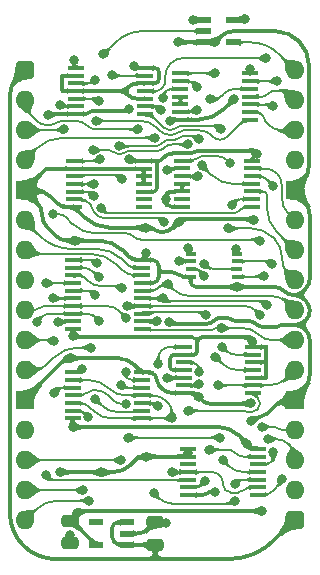
<source format=gtl>
%TF.GenerationSoftware,KiCad,Pcbnew,9.0.7*%
%TF.CreationDate,2026-01-30T08:10:45+02:00*%
%TF.ProjectId,HCP65 MPU NMI,48435036-3520-44d5-9055-204e4d492e6b,V2*%
%TF.SameCoordinates,Original*%
%TF.FileFunction,Copper,L1,Top*%
%TF.FilePolarity,Positive*%
%FSLAX46Y46*%
G04 Gerber Fmt 4.6, Leading zero omitted, Abs format (unit mm)*
G04 Created by KiCad (PCBNEW 9.0.7) date 2026-01-30 08:10:45*
%MOMM*%
%LPD*%
G01*
G04 APERTURE LIST*
G04 Aperture macros list*
%AMRoundRect*
0 Rectangle with rounded corners*
0 $1 Rounding radius*
0 $2 $3 $4 $5 $6 $7 $8 $9 X,Y pos of 4 corners*
0 Add a 4 corners polygon primitive as box body*
4,1,4,$2,$3,$4,$5,$6,$7,$8,$9,$2,$3,0*
0 Add four circle primitives for the rounded corners*
1,1,$1+$1,$2,$3*
1,1,$1+$1,$4,$5*
1,1,$1+$1,$6,$7*
1,1,$1+$1,$8,$9*
0 Add four rect primitives between the rounded corners*
20,1,$1+$1,$2,$3,$4,$5,0*
20,1,$1+$1,$4,$5,$6,$7,0*
20,1,$1+$1,$6,$7,$8,$9,0*
20,1,$1+$1,$8,$9,$2,$3,0*%
G04 Aperture macros list end*
%TA.AperFunction,SMDPad,CuDef*%
%ADD10R,1.475000X0.450000*%
%TD*%
%TA.AperFunction,SMDPad,CuDef*%
%ADD11RoundRect,0.250000X0.475000X-0.250000X0.475000X0.250000X-0.475000X0.250000X-0.475000X-0.250000X0*%
%TD*%
%TA.AperFunction,SMDPad,CuDef*%
%ADD12R,0.950000X0.450000*%
%TD*%
%TA.AperFunction,SMDPad,CuDef*%
%ADD13RoundRect,0.250000X-0.475000X0.250000X-0.475000X-0.250000X0.475000X-0.250000X0.475000X0.250000X0*%
%TD*%
%TA.AperFunction,SMDPad,CuDef*%
%ADD14R,1.150000X0.600000*%
%TD*%
%TA.AperFunction,SMDPad,CuDef*%
%ADD15R,1.250000X0.600000*%
%TD*%
%TA.AperFunction,ComponentPad*%
%ADD16RoundRect,0.400000X-0.400000X-0.400000X0.400000X-0.400000X0.400000X0.400000X-0.400000X0.400000X0*%
%TD*%
%TA.AperFunction,ComponentPad*%
%ADD17O,1.600000X1.600000*%
%TD*%
%TA.AperFunction,ComponentPad*%
%ADD18R,1.600000X1.600000*%
%TD*%
%TA.AperFunction,ViaPad*%
%ADD19C,0.800000*%
%TD*%
%TA.AperFunction,Conductor*%
%ADD20C,0.380000*%
%TD*%
%TA.AperFunction,Conductor*%
%ADD21C,0.200000*%
%TD*%
G04 APERTURE END LIST*
D10*
%TO.P,IC4,1,~{1RD}*%
%TO.N,/~{Enable NMI}*%
X4174000Y-7702000D03*
%TO.P,IC4,2,1D*%
%TO.N,GND*%
X4174000Y-8352000D03*
%TO.P,IC4,3,1CP*%
%TO.N,/~{Reset}_{2}*%
X4174000Y-9002000D03*
%TO.P,IC4,4,~{1SD}*%
%TO.N,/~{Disable NMI}*%
X4174000Y-9652000D03*
%TO.P,IC4,5,1Q*%
%TO.N,/NMI Mask*%
X4174000Y-10302000D03*
%TO.P,IC4,6,~{1Q}*%
%TO.N,NMI Enabled*%
X4174000Y-10952000D03*
%TO.P,IC4,7,GND*%
%TO.N,GND*%
X4174000Y-11602000D03*
%TO.P,IC4,8,~{2Q}*%
%TO.N,unconnected-(IC4-~{2Q}-Pad8)*%
X10050000Y-11602000D03*
%TO.P,IC4,9,2Q*%
%TO.N,unconnected-(IC4-2Q-Pad9)*%
X10050000Y-10952000D03*
%TO.P,IC4,10,~{2SD}*%
%TO.N,3.3V*%
X10050000Y-10302000D03*
%TO.P,IC4,11,2CP*%
%TO.N,GND*%
X10050000Y-9652000D03*
%TO.P,IC4,12,2D*%
X10050000Y-9002000D03*
%TO.P,IC4,13,~{2RD}*%
X10050000Y-8352000D03*
%TO.P,IC4,14,3V*%
%TO.N,3.3V*%
X10050000Y-7702000D03*
%TD*%
%TO.P,IC8,1,~{1RD}*%
%TO.N,/~{Clear Timer}*%
X13445000Y-23450000D03*
%TO.P,IC8,2,1D*%
%TO.N,3.3V*%
X13445000Y-24100000D03*
%TO.P,IC8,3,1CP*%
%TO.N,/Set Timer*%
X13445000Y-24750000D03*
%TO.P,IC8,4,~{1SD}*%
%TO.N,3.3V*%
X13445000Y-25400000D03*
%TO.P,IC8,5,1Q*%
%TO.N,/Timer*%
X13445000Y-26050000D03*
%TO.P,IC8,6,~{1Q}*%
%TO.N,/~{Timer}*%
X13445000Y-26700000D03*
%TO.P,IC8,7,GND*%
%TO.N,GND*%
X13445000Y-27350000D03*
%TO.P,IC8,8,~{2Q}*%
%TO.N,/~{Break}_{1}*%
X19321000Y-27350000D03*
%TO.P,IC8,9,2Q*%
%TO.N,Break_{1}*%
X19321000Y-26700000D03*
%TO.P,IC8,10,~{2SD}*%
%TO.N,3.3V*%
X19321000Y-26050000D03*
%TO.P,IC8,11,2CP*%
%TO.N,/Set Break_{1}*%
X19321000Y-25400000D03*
%TO.P,IC8,12,2D*%
%TO.N,3.3V*%
X19321000Y-24750000D03*
%TO.P,IC8,13,~{2RD}*%
%TO.N,/~{Clear Break}_{1}*%
X19321000Y-24100000D03*
%TO.P,IC8,14,3V*%
%TO.N,3.3V*%
X19321000Y-23450000D03*
%TD*%
%TO.P,IC11,1,1A*%
%TO.N,/NMI State\u00B7WD*%
X9923000Y-29498000D03*
%TO.P,IC11,2,1B*%
%TO.N,D0*%
X9923000Y-28848000D03*
%TO.P,IC11,3,1Y*%
%TO.N,/~{Clear Timer}*%
X9923000Y-28198000D03*
%TO.P,IC11,4,2A*%
%TO.N,/NMI State\u00B7WD*%
X9923000Y-27548000D03*
%TO.P,IC11,5,2B*%
%TO.N,D1*%
X9923000Y-26898000D03*
%TO.P,IC11,6,2Y*%
%TO.N,/~{Clear Break}_{1}*%
X9923000Y-26248000D03*
%TO.P,IC11,7,GND*%
%TO.N,GND*%
X9923000Y-25598000D03*
%TO.P,IC11,8,3Y*%
%TO.N,/~{Clear Break}_{2}*%
X4047000Y-25598000D03*
%TO.P,IC11,9,3A*%
%TO.N,/NMI State\u00B7WD*%
X4047000Y-26248000D03*
%TO.P,IC11,10,3B*%
%TO.N,D2*%
X4047000Y-26898000D03*
%TO.P,IC11,11,4Y*%
%TO.N,/~{Clear Break}_{3}*%
X4047000Y-27548000D03*
%TO.P,IC11,12,4A*%
%TO.N,/NMI State\u00B7WD*%
X4047000Y-28198000D03*
%TO.P,IC11,13,4B*%
%TO.N,D3*%
X4047000Y-28848000D03*
%TO.P,IC11,14,3V*%
%TO.N,3.3V*%
X4047000Y-29498000D03*
%TD*%
D11*
%TO.P,C8,1*%
%TO.N,5V*%
X11049000Y-40202400D03*
%TO.P,C8,2*%
%TO.N,GND*%
X11049000Y-38302400D03*
%TD*%
D10*
%TO.P,IC1,1,1A*%
%TO.N,GND*%
X13826000Y-32086000D03*
%TO.P,IC1,2,1B*%
X13826000Y-32736000D03*
%TO.P,IC1,3,1Y*%
%TO.N,unconnected-(IC1A-1Y-Pad3)*%
X13826000Y-33386000D03*
%TO.P,IC1,4,2A*%
%TO.N,/NMI State\u00B7WD*%
X13826000Y-34036000D03*
%TO.P,IC1,5,2B*%
%TO.N,D4*%
X13826000Y-34686000D03*
%TO.P,IC1,6,2Y*%
%TO.N,/Write Enable NMI*%
X13826000Y-35336000D03*
%TO.P,IC1,7,GND*%
%TO.N,GND*%
X13826000Y-35986000D03*
%TO.P,IC1,8,3Y*%
%TO.N,/Write Disable NMI*%
X19702000Y-35986000D03*
%TO.P,IC1,9,3A*%
%TO.N,/NMI State\u00B7WD*%
X19702000Y-35336000D03*
%TO.P,IC1,10,3B*%
%TO.N,D5*%
X19702000Y-34686000D03*
%TO.P,IC1,11,4Y*%
%TO.N,/~{Unmasked NMI}*%
X19702000Y-34036000D03*
%TO.P,IC1,12,4A*%
%TO.N,/~{Timer}\u00B7~{Break}_{1}*%
X19702000Y-33386000D03*
%TO.P,IC1,13,4B*%
%TO.N,/~{Break}_{2}\u00B7~{Break}_{3}*%
X19702000Y-32736000D03*
%TO.P,IC1,14,3V*%
%TO.N,3.3V*%
X19702000Y-32086000D03*
%TD*%
D12*
%TO.P,IC10,1,1A*%
%TO.N,/~{Timer}*%
X14027000Y-15535000D03*
%TO.P,IC10,2,1B*%
%TO.N,/~{Break}_{1}*%
X14027000Y-16185000D03*
%TO.P,IC10,3,2Y*%
%TO.N,/~{Break}_{2}\u00B7~{Break}_{3}*%
X14027000Y-16835000D03*
%TO.P,IC10,4,GND*%
%TO.N,GND*%
X14027000Y-17485000D03*
%TO.P,IC10,5,2A*%
%TO.N,/~{Break}_{2}*%
X17977000Y-17485000D03*
%TO.P,IC10,6,2B*%
%TO.N,/~{Break}_{3}*%
X17977000Y-16835000D03*
%TO.P,IC10,7,1Y*%
%TO.N,/~{Timer}\u00B7~{Break}_{1}*%
X17977000Y-16185000D03*
%TO.P,IC10,8,3V*%
%TO.N,3.3V*%
X17977000Y-15535000D03*
%TD*%
D13*
%TO.P,C9,1*%
%TO.N,3.3V*%
X3784600Y-38182000D03*
%TO.P,C9,2*%
%TO.N,GND*%
X3784600Y-40082000D03*
%TD*%
D14*
%TO.P,IC5,1,6VIn*%
%TO.N,5V*%
X8640600Y-40193000D03*
%TO.P,IC5,2,GND*%
%TO.N,GND*%
X8640600Y-39243000D03*
%TO.P,IC5,3,EN*%
%TO.N,5V*%
X8640600Y-38293000D03*
%TO.P,IC5,4,ADJ*%
%TO.N,unconnected-(IC5-ADJ-Pad4)*%
X6040600Y-38293000D03*
%TO.P,IC5,5,3.3VOut*%
%TO.N,3.3V*%
X6040600Y-40193000D03*
%TD*%
D15*
%TO.P,IC2,1,B*%
%TO.N,/~{Unmasked NMI}*%
X15133000Y4252000D03*
%TO.P,IC2,2,A*%
%TO.N,/NMI Mask*%
X15133000Y3302000D03*
%TO.P,IC2,3,GND*%
%TO.N,GND*%
X15133000Y2352000D03*
%TO.P,IC2,4,Y*%
%TO.N,~{NMI}*%
X17633000Y2352000D03*
%TO.P,IC2,5,3V*%
%TO.N,3.3V*%
X17633000Y4252000D03*
%TD*%
D16*
%TO.P,J2,1*%
%TO.N,5V*%
X0Y0D03*
D17*
%TO.P,J2,2*%
%TO.N,~{Reset}*%
X0Y-2540000D03*
%TO.P,J2,3*%
%TO.N,~{RD}*%
X0Y-5080000D03*
%TO.P,J2,4*%
%TO.N,~{WD}*%
X0Y-7620000D03*
D18*
%TO.P,J2,5*%
%TO.N,GND*%
X0Y-10160000D03*
D17*
%TO.P,J2,6*%
%TO.N,MPU1*%
X0Y-12700000D03*
%TO.P,J2,7*%
%TO.N,MPU0*%
X0Y-15240000D03*
%TO.P,J2,8*%
%TO.N,D0*%
X0Y-17780000D03*
%TO.P,J2,9*%
%TO.N,D1*%
X0Y-20320000D03*
%TO.P,J2,10*%
%TO.N,D2*%
X0Y-22860000D03*
%TO.P,J2,11*%
%TO.N,D3*%
X0Y-25400000D03*
D18*
%TO.P,J2,12*%
%TO.N,GND*%
X0Y-27940000D03*
D17*
%TO.P,J2,13*%
%TO.N,D4*%
X0Y-30480000D03*
%TO.P,J2,14*%
%TO.N,D5*%
X0Y-33020000D03*
%TO.P,J2,15*%
%TO.N,D6*%
X0Y-35560000D03*
%TO.P,J2,16*%
%TO.N,D7*%
X0Y-38100000D03*
D16*
%TO.P,J2,17*%
%TO.N,5V*%
X22860000Y-38100000D03*
D17*
%TO.P,J2,18*%
%TO.N,3.3V*%
X22860000Y-35560000D03*
%TO.P,J2,19*%
%TO.N,Break_{3}*%
X22860000Y-33020000D03*
%TO.P,J2,20*%
%TO.N,Break_{2}*%
X22860000Y-30480000D03*
D18*
%TO.P,J2,21*%
%TO.N,GND*%
X22860000Y-27940000D03*
D17*
%TO.P,J2,22*%
%TO.N,Break_{1}*%
X22860000Y-25400000D03*
%TO.P,J2,23*%
%TO.N,~{NMI State}*%
X22860000Y-22860000D03*
%TO.P,J2,24*%
%TO.N,NMI Enabled*%
X22860000Y-20320000D03*
%TO.P,J2,25*%
%TO.N,~{Set Timer}*%
X22860000Y-17780000D03*
%TO.P,J2,26*%
%TO.N,Set Enable NMI*%
X22860000Y-15240000D03*
%TO.P,J2,27*%
%TO.N,Set Disable NMI*%
X22860000Y-12700000D03*
D18*
%TO.P,J2,28*%
%TO.N,GND*%
X22860000Y-10160000D03*
D17*
%TO.P,J2,29*%
%TO.N,~{Set Break}_{1}*%
X22860000Y-7620000D03*
%TO.P,J2,30*%
%TO.N,~{Set Break}_{2}*%
X22860000Y-5080000D03*
%TO.P,J2,31*%
%TO.N,~{Set Break}_{3}*%
X22860000Y-2540000D03*
%TO.P,J2,32*%
%TO.N,~{NMI}*%
X22860000Y0D03*
%TD*%
D10*
%TO.P,IC13,1,~{1RD}*%
%TO.N,/~{Clear Break}_{2}*%
X4301000Y172000D03*
%TO.P,IC13,2,1D*%
%TO.N,3.3V*%
X4301000Y-478000D03*
%TO.P,IC13,3,1CP*%
%TO.N,/Set Break_{2}*%
X4301000Y-1128000D03*
%TO.P,IC13,4,~{1SD}*%
%TO.N,3.3V*%
X4301000Y-1778000D03*
%TO.P,IC13,5,1Q*%
%TO.N,Break_{2}*%
X4301000Y-2428000D03*
%TO.P,IC13,6,~{1Q}*%
%TO.N,/~{Break}_{2}*%
X4301000Y-3078000D03*
%TO.P,IC13,7,GND*%
%TO.N,GND*%
X4301000Y-3728000D03*
%TO.P,IC13,8,~{2Q}*%
%TO.N,/~{Break}_{3}*%
X10177000Y-3728000D03*
%TO.P,IC13,9,2Q*%
%TO.N,Break_{3}*%
X10177000Y-3078000D03*
%TO.P,IC13,10,~{2SD}*%
%TO.N,3.3V*%
X10177000Y-2428000D03*
%TO.P,IC13,11,2CP*%
%TO.N,/Set Break_{3}*%
X10177000Y-1778000D03*
%TO.P,IC13,12,2D*%
%TO.N,3.3V*%
X10177000Y-1128000D03*
%TO.P,IC13,13,~{2RD}*%
%TO.N,/~{Clear Break}_{3}*%
X10177000Y-478000D03*
%TO.P,IC13,14,3V*%
%TO.N,3.3V*%
X10177000Y172000D03*
%TD*%
%TO.P,IC6,1,1A*%
%TO.N,~{NMI State}*%
X13335000Y-7672000D03*
%TO.P,IC6,2,1B*%
%TO.N,~{WD}*%
X13335000Y-8322000D03*
%TO.P,IC6,3,1Y*%
%TO.N,/NMI State\u00B7WD*%
X13335000Y-8972000D03*
%TO.P,IC6,4,2A*%
%TO.N,GND*%
X13335000Y-9622000D03*
%TO.P,IC6,5,2B*%
X13335000Y-10272000D03*
%TO.P,IC6,6,2Y*%
%TO.N,unconnected-(IC6B-2Y-Pad6)*%
X13335000Y-10922000D03*
%TO.P,IC6,7,GND*%
%TO.N,GND*%
X13335000Y-11572000D03*
%TO.P,IC6,8,3Y*%
%TO.N,/~{Enable NMI}*%
X19211000Y-11572000D03*
%TO.P,IC6,9,3A*%
%TO.N,/Write Enable NMI*%
X19211000Y-10922000D03*
%TO.P,IC6,10,3B*%
%TO.N,Set Enable NMI*%
X19211000Y-10272000D03*
%TO.P,IC6,11,4Y*%
%TO.N,/~{Disable NMI}*%
X19211000Y-9622000D03*
%TO.P,IC6,12,4A*%
%TO.N,/Write Disable NMI*%
X19211000Y-8972000D03*
%TO.P,IC6,13,4B*%
%TO.N,Set Disable NMI*%
X19211000Y-8322000D03*
%TO.P,IC6,14,3V*%
%TO.N,3.3V*%
X19211000Y-7672000D03*
%TD*%
%TO.P,IC7,1,1A*%
%TO.N,~{Set Timer}*%
X13174000Y-291000D03*
%TO.P,IC7,2,1Y*%
%TO.N,/Set Timer*%
X13174000Y-941000D03*
%TO.P,IC7,3,2A*%
%TO.N,~{Reset}*%
X13174000Y-1591000D03*
%TO.P,IC7,4,2Y*%
%TO.N,/Reset*%
X13174000Y-2241000D03*
%TO.P,IC7,5,3A*%
X13174000Y-2891000D03*
%TO.P,IC7,6,3Y*%
%TO.N,/~{Reset}_{2}*%
X13174000Y-3541000D03*
%TO.P,IC7,7,GND*%
%TO.N,GND*%
X13174000Y-4191000D03*
%TO.P,IC7,8,4Y*%
%TO.N,/Set Break_{2}*%
X19050000Y-4191000D03*
%TO.P,IC7,9,4A*%
%TO.N,~{Set Break}_{2}*%
X19050000Y-3541000D03*
%TO.P,IC7,10,5Y*%
%TO.N,/Set Break_{3}*%
X19050000Y-2891000D03*
%TO.P,IC7,11,5A*%
%TO.N,~{Set Break}_{3}*%
X19050000Y-2241000D03*
%TO.P,IC7,12,6Y*%
%TO.N,/Set Break_{1}*%
X19050000Y-1591000D03*
%TO.P,IC7,13,6A*%
%TO.N,~{Set Break}_{1}*%
X19050000Y-941000D03*
%TO.P,IC7,14,3V*%
%TO.N,3.3V*%
X19050000Y-291000D03*
%TD*%
%TO.P,IC9,1,~{OE1}*%
%TO.N,~{NMI State}*%
X9940000Y-21934000D03*
%TO.P,IC9,2,A0*%
%TO.N,/Timer*%
X9940000Y-21284000D03*
%TO.P,IC9,3,A1*%
%TO.N,Break_{1}*%
X9940000Y-20634000D03*
%TO.P,IC9,4,A2*%
%TO.N,Break_{2}*%
X9940000Y-19984000D03*
%TO.P,IC9,5,A3*%
%TO.N,Break_{3}*%
X9940000Y-19334000D03*
%TO.P,IC9,6,A4*%
%TO.N,NMI Enabled*%
X9940000Y-18684000D03*
%TO.P,IC9,7,A5*%
%TO.N,GND*%
X9940000Y-18034000D03*
%TO.P,IC9,8,A6*%
%TO.N,MPU0*%
X9940000Y-17384000D03*
%TO.P,IC9,9,A7*%
%TO.N,MPU1*%
X9940000Y-16734000D03*
%TO.P,IC9,10,GND*%
%TO.N,GND*%
X9940000Y-16084000D03*
%TO.P,IC9,11,Y7*%
%TO.N,D7*%
X4064000Y-16084000D03*
%TO.P,IC9,12,Y6*%
%TO.N,D6*%
X4064000Y-16734000D03*
%TO.P,IC9,13,Y5*%
%TO.N,D5*%
X4064000Y-17384000D03*
%TO.P,IC9,14,Y4*%
%TO.N,D4*%
X4064000Y-18034000D03*
%TO.P,IC9,15,Y3*%
%TO.N,D3*%
X4064000Y-18684000D03*
%TO.P,IC9,16,Y2*%
%TO.N,D2*%
X4064000Y-19334000D03*
%TO.P,IC9,17,Y1*%
%TO.N,D1*%
X4064000Y-19984000D03*
%TO.P,IC9,18,Y0*%
%TO.N,D0*%
X4064000Y-20634000D03*
%TO.P,IC9,19,~{OE2}*%
%TO.N,~{RD}*%
X4064000Y-21284000D03*
%TO.P,IC9,20,3V*%
%TO.N,3.3V*%
X4064000Y-21934000D03*
%TD*%
D19*
%TO.N,GND*%
X10287000Y-32721000D03*
X13023623Y-12827000D03*
X2970000Y-34036000D03*
X12953992Y2413000D03*
X12276615Y-4344307D03*
X1916984Y-3810008D03*
X12192000Y-21336000D03*
X3784616Y-39370000D03*
X16091950Y-35761000D03*
X8801231Y-3257622D03*
X14731998Y-27686002D03*
X19187978Y-29717306D03*
X17712498Y-2427111D03*
X19140551Y-28206000D03*
X16090212Y2352006D03*
X17946327Y-18357848D03*
X11938000Y-38354000D03*
X10225630Y-13351053D03*
X4232151Y-14436831D03*
X3810000Y-24383990D03*
X13843000Y-32385000D03*
X11938000Y-10922000D03*
X10290327Y-15490665D03*
X6477000Y-34048228D03*
X19431000Y-12700000D03*
%TO.N,3.3V*%
X9238906Y312476D03*
X18796000Y-31623000D03*
X19272508Y-22900476D03*
X19685000Y-7087000D03*
X17907000Y-15113000D03*
X19050000Y127000D03*
X8826132Y-7572769D03*
X4063999Y-30225999D03*
X20066000Y-37338000D03*
X18669000Y4318000D03*
X4064004Y-22479004D03*
X4445000Y-37465000D03*
%TO.N,D5*%
X10922000Y-35814000D03*
X17780000Y-35033382D03*
X8128010Y-33020000D03*
X17780000Y-36498000D03*
X8255000Y-18415000D03*
%TO.N,/NMI State\u00B7WD*%
X12446000Y-34036000D03*
X14643811Y-9001487D03*
X12446000Y-29436000D03*
%TO.N,D4*%
X1778000Y-18034000D03*
X1778000Y-34290000D03*
%TO.N,NMI Enabled*%
X12090400Y-18084800D03*
X11811000Y-12827000D03*
%TO.N,/Write Enable NMI*%
X17526000Y-11427000D03*
X15240000Y-34798000D03*
%TO.N,~{NMI State}*%
X17356000Y-7877000D03*
X16637000Y-21844000D03*
%TO.N,~{WD}*%
X12006665Y-8504252D03*
X10988510Y-5743209D03*
%TO.N,~{Set Timer}*%
X17221200Y-13407000D03*
X16103600Y-291000D03*
%TO.N,~{Set Break}_{1}*%
X21336000Y-889000D03*
%TO.N,/Set Timer*%
X14604997Y-1396997D03*
X14782950Y-25589198D03*
%TO.N,/Set Break_{1}*%
X15709200Y-2438400D03*
X16119333Y-24266667D03*
%TO.N,~{Reset}*%
X9616132Y-5018000D03*
X11734800Y-2387600D03*
%TO.N,/Write Disable NMI*%
X21742400Y-34594800D03*
X21049208Y-9807000D03*
%TO.N,/~{Unmasked NMI}*%
X16764000Y-33020000D03*
X14224000Y4252000D03*
%TO.N,/~{Timer}\u00B7~{Break}_{1}*%
X20966002Y-16383000D03*
X21042400Y-32359600D03*
%TO.N,/~{Break}_{2}\u00B7~{Break}_{3}*%
X15171000Y-17399000D03*
X15621000Y-32131000D03*
%TO.N,/Set Break_{2}*%
X5994802Y-4298000D03*
X5959196Y-853012D03*
%TO.N,/Set Break_{3}*%
X21036000Y-3048006D03*
X20447000Y1016000D03*
%TO.N,/NMI Mask*%
X6654800Y1320800D03*
X5835528Y-10669296D03*
%TO.N,/~{Disable NMI}*%
X14990643Y-8063557D03*
X5757054Y-6778768D03*
X13840085Y-6266944D03*
X5842000Y-9652000D03*
%TO.N,/~{Enable NMI}*%
X6421207Y-11637989D03*
X6382333Y-7561000D03*
%TO.N,Break_{1}*%
X15367000Y-20701000D03*
X16318000Y-26670000D03*
%TO.N,D3*%
X5975235Y-19038024D03*
X5612000Y-23501586D03*
X5386190Y-29411810D03*
%TO.N,/~{Clear Timer}*%
X11303000Y-28448000D03*
X11303000Y-24892000D03*
%TO.N,D2*%
X2394000Y-19284000D03*
X2478000Y-27323916D03*
X2477994Y-22925002D03*
%TO.N,/~{Timer}*%
X14750975Y-26588689D03*
X13843000Y-15051000D03*
%TO.N,/~{Break}_{1}*%
X13038000Y-16129000D03*
X13843000Y-28829000D03*
%TO.N,D1*%
X8123000Y-26670000D03*
X8574000Y-20955001D03*
%TO.N,/~{Clear Break}_{1}*%
X16717961Y-23431500D03*
X8523000Y-25527000D03*
X16510000Y-31115000D03*
X8763000Y-31115000D03*
%TO.N,D7*%
X5461004Y-36449000D03*
X6146800Y-16357600D03*
%TO.N,/~{Break}_{2}*%
X2413000Y-12192000D03*
X19939000Y-14478000D03*
X2973970Y-2938000D03*
X20265996Y-17398998D03*
%TO.N,/~{Break}_{3}*%
X16579446Y-5010558D03*
X15171000Y-16385981D03*
%TO.N,/~{Clear Break}_{2}*%
X4855001Y-25316000D03*
X4191000Y889000D03*
%TO.N,/~{Clear Break}_{3}*%
X8569000Y-28256000D03*
X7347527Y-400321D03*
%TO.N,Break_{3}*%
X11668037Y-19284000D03*
X20624800Y-31242000D03*
X20489037Y-19857848D03*
X11509338Y-3383496D03*
%TO.N,Break_{2}*%
X20060695Y-30205535D03*
X8636000Y-19939000D03*
X6285000Y-2618000D03*
X19907739Y-20732261D03*
%TO.N,~{RD}*%
X2794000Y-21336000D03*
X3310001Y-5018000D03*
%TO.N,D0*%
X5923000Y-27819137D03*
X6316000Y-21265140D03*
X994000Y-21305882D03*
%TO.N,D6*%
X6266562Y-17538024D03*
X4903999Y-35560000D03*
%TO.N,/~{Reset}_{2}*%
X8001000Y-6418000D03*
X14732638Y-5816000D03*
X8221063Y-9207500D03*
X14569069Y-3386931D03*
%TO.N,/Timer*%
X11176004Y-21284000D03*
X12054652Y-26109992D03*
%TD*%
D20*
%TO.N,3.3V*%
X12691697Y-24100000D02*
G75*
G03*
X12410201Y-24216601I3J-398100D01*
G01*
X12369800Y-25323800D02*
G75*
G03*
X12553763Y-25400015I184000J184000D01*
G01*
X11543771Y-7607828D02*
G75*
G02*
X11312800Y-7703483I-230971J231028D01*
G01*
X20443500Y-26045000D02*
G75*
G02*
X20431428Y-26050012I-12100J12100D01*
G01*
X4047000Y-30196979D02*
G75*
G03*
X4055493Y-30217505I29000J-21D01*
G01*
X11267800Y60600D02*
G75*
G03*
X10998856Y171953I-268900J-269000D01*
G01*
X12410200Y-24216600D02*
G75*
G03*
X12293599Y-24498097I281500J-281500D01*
G01*
X3173500Y-1718251D02*
G75*
G03*
X3190986Y-1760514I59700J-49D01*
G01*
X3190571Y-478000D02*
G75*
G03*
X3178508Y-483008I29J-17100D01*
G01*
X12293600Y-25139836D02*
G75*
G03*
X12369811Y-25323789I260200J36D01*
G01*
X19553278Y-6955278D02*
G75*
G03*
X19235274Y-6823580I-317978J-318022D01*
G01*
X11379200Y-707771D02*
G75*
G02*
X11256126Y-1004926I-420200J-29D01*
G01*
X14642086Y-6823557D02*
G75*
G03*
X14360296Y-6940279I14J-398543D01*
G01*
X11256118Y-1004918D02*
G75*
G02*
X10958971Y-1127988I-297118J297118D01*
G01*
X8890747Y-7637384D02*
G75*
G03*
X9046743Y-7701973I155953J155984D01*
G01*
X20443500Y-24755000D02*
G75*
G03*
X20431428Y-24749988I-12100J-12100D01*
G01*
X14518400Y-24013400D02*
G75*
G02*
X14309329Y-24100012I-209100J209100D01*
G01*
X20431000Y-24732500D02*
G75*
G02*
X20388751Y-24750021I-42300J42300D01*
G01*
X3178500Y-483000D02*
G75*
G03*
X3173488Y-495071I12100J-12100D01*
G01*
X7949880Y-1778000D02*
G75*
G03*
X8734506Y-1453006I20J1109600D01*
G01*
X8734500Y-2103000D02*
G75*
G03*
X7949880Y-1778008I-784600J-784600D01*
G01*
X8734500Y-1453000D02*
G75*
G03*
X8734500Y-2103000I325000J-325000D01*
G01*
X4127502Y-22542502D02*
G75*
G03*
X4280799Y-22605999I153298J153302D01*
G01*
X14474250Y-22736750D02*
G75*
G03*
X14158591Y-22606003I-315650J-315650D01*
G01*
X19139270Y-22767238D02*
G75*
G03*
X18817605Y-22633996I-321670J-321662D01*
G01*
X20443500Y-23455000D02*
G75*
G03*
X20431428Y-23449988I-12100J-12100D01*
G01*
X14605000Y-23804329D02*
G75*
G02*
X14518391Y-24013391I-295700J29D01*
G01*
X12551744Y-7057000D02*
G75*
G03*
X11771337Y-7380237I-44J-1103600D01*
G01*
X15003609Y-22634000D02*
G75*
G03*
X14721747Y-22750747I-9J-398600D01*
G01*
X11177500Y-9970309D02*
G75*
G02*
X11080347Y-10204847I-331700J9D01*
G01*
X20443500Y-24755000D02*
G75*
G02*
X20448512Y-24767071I-12100J-12100D01*
G01*
X4445000Y-37493300D02*
G75*
G02*
X4424984Y-37541607I-68300J0D01*
G01*
X14605000Y-23032609D02*
G75*
G03*
X14488253Y-22750747I-398600J9D01*
G01*
X14721750Y-22750750D02*
G75*
G03*
X14605004Y-23032609I281850J-281850D01*
G01*
X14488250Y-22750750D02*
G75*
G03*
X14721750Y-22750750I116750J116751D01*
G01*
X19237840Y-7534159D02*
G75*
G03*
X19194005Y-7640000I105860J-105841D01*
G01*
X11176750Y-7702750D02*
G75*
G03*
X11174939Y-7701984I-1850J-1850D01*
G01*
X17907000Y-15415502D02*
G75*
G03*
X17942001Y-15499999I119500J2D01*
G01*
X18097499Y-30924499D02*
G75*
G03*
X16411170Y-30226012I-1686299J-1686301D01*
G01*
X19296754Y-22924722D02*
G75*
G02*
X19321025Y-22983257I-58554J-58578D01*
G01*
X11177500Y-7704560D02*
G75*
G03*
X11176739Y-7702761I-2600J-40D01*
G01*
X11178560Y-7703500D02*
G75*
G03*
X11177500Y-7704560I40J-1100D01*
G01*
X11176750Y-7702750D02*
G75*
G03*
X11178560Y-7703516I1850J1850D01*
G01*
X20448500Y-24690251D02*
G75*
G02*
X20430985Y-24732485I-59800J51D01*
G01*
X14360295Y-6940278D02*
G75*
G02*
X14078504Y-7057006I-281795J281778D01*
G01*
X11080350Y-10204850D02*
G75*
G02*
X10845809Y-10302004I-234550J234550D01*
G01*
X3191000Y-1760500D02*
G75*
G03*
X3233248Y-1778021I42300J42300D01*
G01*
X4661802Y-37338000D02*
G75*
G03*
X4508499Y-37401499I-2J-216800D01*
G01*
X8734500Y-2103000D02*
G75*
G03*
X9519119Y-2427992I784600J784600D01*
G01*
X20443500Y-23455000D02*
G75*
G02*
X20448512Y-23467071I-12100J-12100D01*
G01*
X9309144Y242238D02*
G75*
G03*
X9478713Y172007I169556J169562D01*
G01*
X20448500Y-26032928D02*
G75*
G02*
X20443492Y-26044992I-17100J28D01*
G01*
X11267800Y60600D02*
G75*
G02*
X11379182Y-208343I-268900J-268900D01*
G01*
X9519119Y-1128000D02*
G75*
G03*
X8734494Y-1452994I-19J-1109600D01*
G01*
%TO.N,5V*%
X7574300Y-39984700D02*
G75*
G03*
X8077180Y-40193008I502900J502900D01*
G01*
X7366000Y-39481819D02*
G75*
G03*
X7574306Y-39984694I711200J19D01*
G01*
X10449200Y-41402000D02*
G75*
G03*
X11049000Y-40802200I0J599800D01*
G01*
X11049000Y-40802200D02*
G75*
G03*
X11648800Y-41402000I599800J0D01*
G01*
X7911591Y-38293000D02*
G75*
G03*
X7525803Y-38452803I9J-545600D01*
G01*
X21100992Y-39808207D02*
G75*
G02*
X17253236Y-41402001I-3847762J3847767D01*
G01*
X-634999Y-634999D02*
G75*
G03*
X-1270002Y-2168025I1533029J-1533031D01*
G01*
X7525800Y-38452800D02*
G75*
G03*
X7365996Y-38838591I385800J-385800D01*
G01*
X-1270000Y-37499553D02*
G75*
G03*
X-127001Y-40259001I3902460J3D01*
G01*
X-127000Y-40259000D02*
G75*
G03*
X2632446Y-41402002I2759450J2759450D01*
G01*
X11648800Y-41402000D02*
X10449200Y-41402000D01*
%TO.N,GND*%
X1809993Y-8351999D02*
X1809997Y-8351997D01*
X1810004Y-8352000D02*
X1809993Y-8351999D01*
X1809997Y-8351997D02*
X1810004Y-8352000D01*
X14027000Y-17900602D02*
G75*
G03*
X14160935Y-18223913I457200J2D01*
G01*
X14563997Y-27518001D02*
G75*
G03*
X14158406Y-27349998I-405597J-405599D01*
G01*
X12908100Y-17276900D02*
G75*
G03*
X13410497Y-17485001I502400J502400D01*
G01*
X21936888Y-18703924D02*
G75*
G03*
X22772389Y-19050001I835512J835524D01*
G01*
X23495000Y-10795000D02*
G75*
G02*
X24129989Y-12328025I-1533000J-1533000D01*
G01*
X24130000Y-20367542D02*
G75*
G02*
X23804377Y-21153562I-1111600J42D01*
G01*
X17711953Y3302000D02*
G75*
G03*
X16565241Y2826971I47J-1621700D01*
G01*
X1809995Y-8351998D02*
X1809997Y-8351997D01*
X1810002Y-8352000D02*
X1809995Y-8351998D01*
X1809997Y-8351997D02*
X1810002Y-8352000D01*
X8701042Y-3357811D02*
G75*
G02*
X8459164Y-3457965I-241842J241911D01*
G01*
X11579500Y-26946500D02*
G75*
G03*
X12553635Y-27349985I974100J974100D01*
G01*
X9004085Y-33388143D02*
G75*
G02*
X7410500Y-34048225I-1593585J1593593D01*
G01*
X10578700Y-38772700D02*
G75*
G02*
X9443295Y-39242998I-1135400J1135400D01*
G01*
X11176000Y-26247970D02*
G75*
G03*
X11384595Y-26751639I712300J-30D01*
G01*
X24130000Y-17586864D02*
G75*
G02*
X23701468Y-18621468I-1463100J-36D01*
G01*
X14160924Y-18223924D02*
G75*
G03*
X14484245Y-18357815I323276J323324D01*
G01*
X11663050Y-17068800D02*
G75*
G03*
X11328400Y-17403450I-50J-334600D01*
G01*
X11328400Y-16734150D02*
G75*
G03*
X11663050Y-17068800I334650J0D01*
G01*
X23804407Y-19581492D02*
G75*
G02*
X24129982Y-20367542I-786007J-786008D01*
G01*
X13382115Y-12617000D02*
G75*
G03*
X13128614Y-12721991I-15J-358500D01*
G01*
X16830553Y-3309055D02*
G75*
G02*
X14701351Y-4191003I-2129213J2129215D01*
G01*
X22275800Y-27940000D02*
G75*
G03*
X21278505Y-28353088I0J-1410400D01*
G01*
X21700199Y-21590000D02*
G75*
G03*
X21512087Y-21667933I1J-266000D01*
G01*
X4569095Y-11997095D02*
G75*
G03*
X3615250Y-11601997I-953845J-953835D01*
G01*
X13785694Y-32581694D02*
G75*
G02*
X13826003Y-32679000I-97294J-97306D01*
G01*
X17415363Y-21098363D02*
G75*
G03*
X17069253Y-20955041I-346063J-346137D01*
G01*
X996987Y-11156987D02*
G75*
G02*
X1446000Y-12241000I-1084014J-1084014D01*
G01*
X9979114Y-32721000D02*
G75*
G03*
X9453515Y-32938701I-14J-743300D01*
G01*
X15624099Y-35761000D02*
G75*
G03*
X15352500Y-35873500I1J-384100D01*
G01*
X13826000Y-32324218D02*
G75*
G02*
X13770995Y-32456995I-187800J18D01*
G01*
X21512077Y-21667923D02*
G75*
G02*
X21323954Y-21745814I-188077J188123D01*
G01*
X11180450Y-17886050D02*
G75*
G02*
X10823267Y-18033986I-357150J357150D01*
G01*
X5436885Y-3593000D02*
G75*
G02*
X5110966Y-3727982I-325885J325900D01*
G01*
X17415363Y-21098363D02*
G75*
G03*
X17761473Y-21241730I346137J346163D01*
G01*
X19389500Y-12658500D02*
G75*
G03*
X19289310Y-12616996I-100200J-100200D01*
G01*
X12908100Y-17276900D02*
G75*
G03*
X12405702Y-17068799I-502400J-502400D01*
G01*
X19548733Y-21493786D02*
G75*
G03*
X20157259Y-21745886I608567J608486D01*
G01*
X12984492Y2382500D02*
G75*
G03*
X13058125Y2352008I73608J73600D01*
G01*
X9605487Y-25280487D02*
G75*
G03*
X10372030Y-25597965I766513J766587D01*
G01*
X2185311Y-10730811D02*
G75*
G03*
X807250Y-10159996I-1378061J-1378049D01*
G01*
X12538326Y-4191000D02*
G75*
G03*
X12353258Y-4267643I-26J-261700D01*
G01*
X15014584Y-27968588D02*
G75*
G03*
X15696806Y-28251179I682216J682188D01*
G01*
X22829185Y-21590000D02*
G75*
G03*
X23749005Y-21209005I15J1300800D01*
G01*
X23749000Y-21971000D02*
G75*
G03*
X22829185Y-21590006I-919800J-919800D01*
G01*
X23749000Y-21209000D02*
G75*
G03*
X23749000Y-21971000I381000J-381000D01*
G01*
X10993526Y-13533526D02*
G75*
G03*
X10552996Y-13351068I-440526J-440574D01*
G01*
X19117964Y-28228587D02*
G75*
G02*
X19063434Y-28251181I-54564J54587D01*
G01*
X23201000Y2453000D02*
G75*
G02*
X24050014Y403332I-2049700J-2049700D01*
G01*
X23749000Y-21971000D02*
G75*
G02*
X24129994Y-22890815I-919800J-919800D01*
G01*
X10998530Y-25775470D02*
G75*
G03*
X10570079Y-25598008I-428430J-428430D01*
G01*
X10993526Y-13533526D02*
G75*
G03*
X11434056Y-13716032I440574J440526D01*
G01*
X8801661Y-15786661D02*
G75*
G03*
X9519500Y-16083993I717839J717861D01*
G01*
X10219032Y-13344455D02*
G75*
G03*
X10203103Y-13337860I-15932J-15945D01*
G01*
X24130000Y-25771974D02*
G75*
G02*
X23495001Y-27305001I-2168040J4D01*
G01*
X11180450Y-16231950D02*
G75*
G02*
X11328386Y-16589132I-357150J-357150D01*
G01*
X19517861Y-29631138D02*
G75*
G02*
X19309836Y-29717326I-208061J208038D01*
G01*
X12386115Y-10302000D02*
G75*
G03*
X12069245Y-10433245I-15J-448100D01*
G01*
X12105250Y-11434750D02*
G75*
G03*
X12509027Y-11601989I403750J403750D01*
G01*
X11328400Y-17528867D02*
G75*
G02*
X11180460Y-17886060I-505100J-33D01*
G01*
X3784608Y-39370008D02*
X3784607Y-39370009D01*
X3784606Y-39370009D01*
X3784606Y-39370010D01*
X3784605Y-39370010D01*
X3784604Y-39370011D01*
X3784603Y-39370011D01*
X3784602Y-39370011D01*
X3784601Y-39370011D01*
X3784600Y-39370011D01*
X12473547Y-13377075D02*
G75*
G02*
X11655311Y-13715996I-818247J818275D01*
G01*
X23201000Y2453000D02*
G75*
G03*
X21151332Y3302014I-2049700J-2049700D01*
G01*
X20129500Y-29260800D02*
G75*
G03*
X19717586Y-29431434I0J-582500D01*
G01*
X2976114Y-34042114D02*
G75*
G03*
X2990874Y-34048260I14786J14714D01*
G01*
X2056980Y-3728000D02*
G75*
G03*
X1957997Y-3769013I20J-140000D01*
G01*
X8275415Y-15260415D02*
G75*
G03*
X6287106Y-14436819I-1988315J-1988285D01*
G01*
X22777939Y-19050000D02*
G75*
G03*
X23622901Y-18699985I-39J1195000D01*
G01*
X23622915Y-19400000D02*
G75*
G03*
X22777939Y-19049979I-845015J-845000D01*
G01*
X23622915Y-18699999D02*
G75*
G03*
X23622914Y-19400001I349985J-350001D01*
G01*
X2573614Y-14003614D02*
G75*
G03*
X3619491Y-14436828I1045876J1045884D01*
G01*
X9315995Y-24990995D02*
G75*
G03*
X7850555Y-24383992I-1465435J-1465435D01*
G01*
X15352500Y-35873500D02*
G75*
G02*
X15080900Y-35986000I-271600J271600D01*
G01*
X5762803Y-3458000D02*
G75*
G03*
X5436887Y-3593002I-3J-460900D01*
G01*
X24050000Y-8128542D02*
G75*
G02*
X23455001Y-9565001I-2031470J2D01*
G01*
X10290327Y-15597669D02*
G75*
G02*
X10214678Y-15780351I-258327J-31D01*
G01*
X16660409Y-20955000D02*
G75*
G03*
X16013397Y-21222997I-9J-915000D01*
G01*
X3654023Y-24383990D02*
G75*
G03*
X3387753Y-24494282I-23J-376510D01*
G01*
X13771000Y-32457000D02*
G75*
G03*
X13771000Y-32567000I55000J-55000D01*
G01*
X12269500Y-21413500D02*
G75*
G03*
X12456601Y-21490999I187100J187100D01*
G01*
X1446000Y-12241000D02*
G75*
G03*
X1895017Y-13325007I1533000J0D01*
G01*
X11180450Y-16231950D02*
G75*
G03*
X10823267Y-16084014I-357150J-357150D01*
G01*
X21936888Y-18703924D02*
G75*
G03*
X21101386Y-18357850I-835488J-835476D01*
G01*
X2661404Y-11206904D02*
G75*
G03*
X3615250Y-11601998I953846J953854D01*
G01*
X10998530Y-25775470D02*
G75*
G02*
X11175992Y-26203920I-428430J-428430D01*
G01*
X16013400Y-21223000D02*
G75*
G02*
X15366390Y-21490996I-647000J647000D01*
G01*
X12064395Y-10438104D02*
G75*
G03*
X11938023Y-10743250I305105J-305096D01*
G01*
X11938000Y-11094750D02*
G75*
G03*
X12060118Y-11389686I417100J-50D01*
G01*
X19548733Y-21493786D02*
G75*
G03*
X18940206Y-21241718I-608533J-608514D01*
G01*
X20541424Y-29090175D02*
G75*
G02*
X20129500Y-29260785I-411924J411975D01*
G01*
X5041928Y-12469928D02*
G75*
G03*
X7137293Y-13337854I2095362J2095368D01*
G01*
X11328400Y-17403450D02*
X11328400Y-16734150D01*
D21*
%TO.N,/Timer*%
X12157064Y-26050000D02*
G75*
G03*
X12084668Y-26080016I36J-102400D01*
G01*
%TO.N,/~{Reset}_{2}*%
X14608110Y-5691472D02*
G75*
G03*
X14307472Y-5566961I-300610J-300628D01*
G01*
X14492034Y-3463965D02*
G75*
G02*
X14306056Y-3540972I-185934J185965D01*
G01*
X13082328Y-5730625D02*
G75*
G02*
X12687166Y-5894293I-395128J395125D01*
G01*
X12298785Y-5894307D02*
G75*
G03*
X11614736Y-6177663I15J-967393D01*
G01*
X8022500Y-6439500D02*
G75*
G03*
X8074405Y-6460998I51900J51900D01*
G01*
X8068313Y-9054750D02*
G75*
G03*
X7699541Y-8901964I-368813J-368750D01*
G01*
X11614726Y-6177653D02*
G75*
G02*
X10930667Y-6460978I-684026J684053D01*
G01*
X13477490Y-5566944D02*
G75*
G03*
X13082331Y-5730628I10J-558856D01*
G01*
%TO.N,D6*%
X5864550Y-17136012D02*
G75*
G03*
X4894007Y-16734001I-970540J-970538D01*
G01*
%TO.N,D0*%
X6000430Y-20949570D02*
G75*
G03*
X5238576Y-20634010I-761830J-761830D01*
G01*
X6491431Y-28387568D02*
G75*
G03*
X7863746Y-28956001I1372319J1372318D01*
G01*
X2140974Y-20634000D02*
G75*
G03*
X1329940Y-20969940I-4J-1146970D01*
G01*
%TO.N,~{RD}*%
X2882769Y-21284000D02*
G75*
G03*
X2820009Y-21310009I31J-88800D01*
G01*
X3279001Y-5049000D02*
G75*
G02*
X3204160Y-5079984I-74801J74800D01*
G01*
%TO.N,Break_{2}*%
X21452767Y-30342767D02*
G75*
G03*
X21784076Y-30480029I331333J331267D01*
G01*
X6190000Y-2523000D02*
G75*
G03*
X5960649Y-2428021I-229300J-229300D01*
G01*
X19533608Y-20358130D02*
G75*
G03*
X18630376Y-19984027I-903208J-903270D01*
G01*
X8658500Y-19961500D02*
G75*
G03*
X8712819Y-19983992I54300J54300D01*
G01*
X21452767Y-30342767D02*
G75*
G03*
X21121458Y-30205571I-331267J-331333D01*
G01*
%TO.N,Break_{3}*%
X11356590Y-3230748D02*
G75*
G03*
X10987823Y-3077979I-368790J-368752D01*
G01*
X22572631Y-31919831D02*
G75*
G02*
X22860011Y-32613600I-693731J-693769D01*
G01*
X11818037Y-19434000D02*
G75*
G03*
X12180169Y-19584031I362163J362100D01*
G01*
X22343812Y-31691012D02*
G75*
G03*
X21259800Y-31241992I-1084012J-1083988D01*
G01*
X11643037Y-19309000D02*
G75*
G02*
X11582681Y-19333974I-60337J60400D01*
G01*
X20352113Y-19720924D02*
G75*
G03*
X20021549Y-19583969I-330613J-330576D01*
G01*
%TO.N,/~{Clear Break}_{3}*%
X7057372Y-27532901D02*
G75*
G03*
X6043635Y-27113002I-1013732J-1013739D01*
G01*
X5757394Y-27112998D02*
G75*
G03*
X5232302Y-27330500I6J-742602D01*
G01*
X7501683Y-27977212D02*
G75*
G03*
X8174735Y-28255986I673017J673012D01*
G01*
X5232301Y-27330499D02*
G75*
G02*
X4707207Y-27548004I-525101J525099D01*
G01*
X7386366Y-439160D02*
G75*
G03*
X7480133Y-477978I93734J93760D01*
G01*
%TO.N,/~{Clear Break}_{2}*%
X4855001Y-25367499D02*
G75*
G02*
X4818580Y-25455409I-124301J-1D01*
G01*
%TO.N,/~{Break}_{3}*%
X12776429Y-4905153D02*
G75*
G02*
X12319772Y-5094288I-456629J456653D01*
G01*
X16432167Y-4863279D02*
G75*
G03*
X16076604Y-4715985I-355567J-355521D01*
G01*
X13233086Y-4716000D02*
G75*
G03*
X12776438Y-4905162I14J-645800D01*
G01*
X15395509Y-16610490D02*
G75*
G03*
X15937523Y-16834990I541991J541990D01*
G01*
X11746283Y-4874636D02*
G75*
G03*
X12276615Y-5094295I530317J530336D01*
G01*
%TO.N,/~{Break}_{2}*%
X9199928Y-14089428D02*
G75*
G03*
X9831417Y-14350976I631472J631528D01*
G01*
X3043970Y-3008000D02*
G75*
G03*
X3212964Y-3078023I169030J169000D01*
G01*
X3492205Y-12473892D02*
G75*
G03*
X2811656Y-12192002I-680545J-680548D01*
G01*
X9199928Y-14089428D02*
G75*
G03*
X8568439Y-13827824I-631528J-631472D01*
G01*
X20222995Y-17441999D02*
G75*
G02*
X20119181Y-17484991I-103795J103799D01*
G01*
X4028241Y-13009928D02*
G75*
G03*
X6002895Y-13827859I1974659J1974658D01*
G01*
X19875500Y-14414500D02*
G75*
G03*
X19722197Y-14351001I-153300J-153300D01*
G01*
%TO.N,MPU1*%
X8520983Y-16363347D02*
G75*
G03*
X9415818Y-16733984I894817J894847D01*
G01*
X8102636Y-15945000D02*
G75*
G03*
X6197821Y-15155998I-1904816J-1904810D01*
G01*
X1179403Y-13976596D02*
G75*
G03*
X4026735Y-15156002I2847337J2847336D01*
G01*
%TO.N,D7*%
X2818433Y-36449000D02*
G75*
G03*
X825499Y-37274499I-3J-2818430D01*
G01*
X6010000Y-16220800D02*
G75*
G03*
X5679735Y-16083985I-330300J-330300D01*
G01*
%TO.N,/~{Clear Break}_{1}*%
X8523000Y-25724500D02*
G75*
G03*
X8662654Y-26061652I476800J0D01*
G01*
X17052211Y-23765750D02*
G75*
G03*
X17859161Y-24100027I806989J806950D01*
G01*
X8686000Y-26085000D02*
G75*
G03*
X9079516Y-26247993I393500J393500D01*
G01*
%TO.N,D1*%
X1229000Y-20152000D02*
G75*
G02*
X823412Y-20320005I-405600J405600D01*
G01*
X1634587Y-19984000D02*
G75*
G03*
X1229004Y-20152004I13J-573600D01*
G01*
X8237000Y-26784000D02*
G75*
G03*
X8512220Y-26897992I275200J275200D01*
G01*
X8088499Y-20469500D02*
G75*
G03*
X6916397Y-19984001I-1172099J-1172100D01*
G01*
%TO.N,MPU0*%
X8257803Y-16944603D02*
G75*
G03*
X9318600Y-17383998I1060797J1060803D01*
G01*
X7783200Y-16470000D02*
G75*
G03*
X5576608Y-15555996I-2206600J-2206600D01*
G01*
%TO.N,/~{Break}_{1}*%
X18681700Y-28892500D02*
G75*
G03*
X18835002Y-28955999I153300J153300D01*
G01*
X19706818Y-28749218D02*
G75*
G02*
X19207603Y-28956001I-499218J499218D01*
G01*
X19913600Y-28250003D02*
G75*
G02*
X19706817Y-28749217I-706000J3D01*
G01*
X18681700Y-28892500D02*
G75*
G03*
X18528397Y-28829001I-153300J-153300D01*
G01*
X19701525Y-27730525D02*
G75*
G02*
X19913577Y-28242518I-512025J-511975D01*
G01*
X13066000Y-16157000D02*
G75*
G03*
X13133597Y-16185001I67600J67600D01*
G01*
%TO.N,/~{Timer}*%
X14695319Y-26644344D02*
G75*
G02*
X14560955Y-26699973I-134319J134344D01*
G01*
X13935000Y-15143000D02*
G75*
G02*
X14026997Y-15365107I-222100J-222100D01*
G01*
%TO.N,D2*%
X3205084Y-26898000D02*
G75*
G03*
X2690963Y-27110963I16J-727100D01*
G01*
X2445496Y-22892498D02*
G75*
G03*
X2367038Y-22859956I-78496J-78402D01*
G01*
X2419000Y-19309000D02*
G75*
G03*
X2479355Y-19334018I60400J60400D01*
G01*
%TO.N,/~{Clear Timer}*%
X11178000Y-28323000D02*
G75*
G03*
X10876223Y-28197990I-301800J-301800D01*
G01*
X12247030Y-23450000D02*
G75*
G03*
X11579491Y-23726491I-30J-944000D01*
G01*
X11579500Y-23726500D02*
G75*
G03*
X11303012Y-24394030I667500J-667500D01*
G01*
%TO.N,D3*%
X5096518Y-29122138D02*
G75*
G03*
X4434690Y-28848017I-661818J-661862D01*
G01*
X5798223Y-18861012D02*
G75*
G03*
X5370878Y-18683999I-427323J-427288D01*
G01*
X4453707Y-23501586D02*
G75*
G03*
X2476384Y-24320630I-7J-2796314D01*
G01*
X1890914Y-24906085D02*
G75*
G02*
X698500Y-25400000I-1192419J1192423D01*
G01*
%TO.N,Break_{1}*%
X22210000Y-26050000D02*
G75*
G02*
X20640761Y-26699984I-1569200J1569200D01*
G01*
X15271000Y-20605000D02*
G75*
G03*
X15039235Y-20508985I-231800J-231800D01*
G01*
X16333000Y-26685000D02*
G75*
G03*
X16369213Y-26699995I36200J36200D01*
G01*
%TO.N,/~{Enable NMI}*%
X18856300Y-11572000D02*
G75*
G03*
X18250794Y-11822815I0J-856300D01*
G01*
X6665712Y-11882494D02*
G75*
G03*
X7256000Y-12126998I590288J590294D01*
G01*
X6311833Y-7631500D02*
G75*
G02*
X6141630Y-7702022I-170233J170200D01*
G01*
X18224100Y-11849500D02*
G75*
G02*
X17554155Y-12126982I-669900J669900D01*
G01*
%TO.N,/~{Disable NMI}*%
X8419450Y-6989500D02*
G75*
G02*
X8109223Y-7118024I-310250J310200D01*
G01*
X7541434Y-6948384D02*
G75*
G03*
X7950923Y-7117985I409466J409484D01*
G01*
X11811946Y-6577653D02*
G75*
G02*
X11127887Y-6860992I-684046J684053D01*
G01*
X8729676Y-6861000D02*
G75*
G03*
X8419467Y-6989517I24J-438700D01*
G01*
X13826403Y-6280625D02*
G75*
G02*
X13793373Y-6294289I-33003J33025D01*
G01*
X15784864Y-8857778D02*
G75*
G03*
X17702284Y-9652023I1917436J1917378D01*
G01*
X7541434Y-6948384D02*
G75*
G03*
X7131944Y-6778744I-409534J-409516D01*
G01*
X12496005Y-6294307D02*
G75*
G03*
X11811946Y-6577653I-5J-967393D01*
G01*
%TO.N,/NMI Mask*%
X5651880Y-10485648D02*
G75*
G03*
X5208514Y-10301986I-443380J-443352D01*
G01*
X10036919Y3302000D02*
G75*
G03*
X7645400Y2311400I1J-3382120D01*
G01*
%TO.N,/Set Break_{3}*%
X11887200Y-910789D02*
G75*
G02*
X11633203Y-1524003I-867200J-11D01*
G01*
X13448178Y1016000D02*
G75*
G03*
X12344406Y558794I22J-1561000D01*
G01*
X20979997Y-2992003D02*
G75*
G03*
X20844793Y-2936003I-135197J-135197D01*
G01*
X12344400Y558800D02*
G75*
G03*
X11887191Y-544978I1103800J-1103800D01*
G01*
X11633200Y-1524000D02*
G75*
G02*
X11019989Y-1777996I-613200J613200D01*
G01*
%TO.N,/Set Break_{2}*%
X11202114Y-4896153D02*
G75*
G03*
X9758044Y-4298000I-1444064J-1444057D01*
G01*
X11463439Y-5157478D02*
G75*
G03*
X12276615Y-5494295I813161J813178D01*
G01*
X15925984Y-5638984D02*
G75*
G03*
X16538750Y-5892830I612816J612784D01*
G01*
X15791400Y-5504400D02*
G75*
G03*
X14853719Y-5115992I-937700J-937700D01*
G01*
X13398772Y-5116000D02*
G75*
G03*
X12942131Y-5305169I28J-645800D01*
G01*
X17151515Y-5638984D02*
G75*
G02*
X16538750Y-5892829I-612815J612784D01*
G01*
X5821702Y-990506D02*
G75*
G02*
X5489762Y-1127983I-331902J331906D01*
G01*
X12942115Y-5305153D02*
G75*
G02*
X12485458Y-5494278I-456615J456653D01*
G01*
%TO.N,/~{Break}_{2}\u00B7~{Break}_{3}*%
X14812060Y-17040060D02*
G75*
G03*
X14317000Y-16834994I-495060J-495040D01*
G01*
X17841538Y-32433500D02*
G75*
G03*
X17111238Y-32130973I-730338J-730300D01*
G01*
X17841538Y-32433500D02*
G75*
G03*
X18571837Y-32735973I730262J730300D01*
G01*
%TO.N,/~{Timer}\u00B7~{Break}_{1}*%
X21042400Y-32698206D02*
G75*
G02*
X20840948Y-33184548I-687800J6D01*
G01*
X20840950Y-33184550D02*
G75*
G02*
X20354606Y-33386003I-486350J486350D01*
G01*
X20867002Y-16284000D02*
G75*
G03*
X20627994Y-16185002I-239002J-239000D01*
G01*
%TO.N,/~{Unmasked NMI}*%
X17272000Y-33528000D02*
G75*
G03*
X18498420Y-34035992I1226400J1226400D01*
G01*
%TO.N,/Write Disable NMI*%
X20970956Y-35654543D02*
G75*
G02*
X20170750Y-35986024I-800256J800243D01*
G01*
X21742400Y-34738950D02*
G75*
G02*
X21640444Y-34985003I-348000J50D01*
G01*
X20568895Y-9326687D02*
G75*
G03*
X19712604Y-8972003I-856295J-856313D01*
G01*
%TO.N,~{Reset}*%
X0Y-2921000D02*
G75*
G03*
X269408Y-3571406I919810J0D01*
G01*
X2611863Y-4495800D02*
G75*
G02*
X2182615Y-4673603I-429253J429250D01*
G01*
X11876049Y-1846834D02*
G75*
G03*
X11734841Y-2187842I341051J-340966D01*
G01*
X5206259Y-4668000D02*
G75*
G03*
X4361284Y-4318019I-844959J-845000D01*
G01*
X995962Y-4297962D02*
G75*
G03*
X1902831Y-4673602I906878J906882D01*
G01*
X3041110Y-4318000D02*
G75*
G03*
X2611868Y-4495805I-10J-607000D01*
G01*
X12412666Y-1591000D02*
G75*
G03*
X11933352Y-1789552I34J-677900D01*
G01*
X5206259Y-4668000D02*
G75*
G03*
X6051233Y-5018003I844981J844980D01*
G01*
%TO.N,/Set Break_{1}*%
X16685999Y-24833333D02*
G75*
G03*
X18054053Y-25400039I1368101J1368033D01*
G01*
X17855002Y-1591000D02*
G75*
G03*
X16832099Y-2014699I-2J-1446600D01*
G01*
X16655604Y-2191195D02*
G75*
G02*
X16058800Y-2438402I-596804J596795D01*
G01*
%TO.N,/Set Timer*%
X14582725Y-24950225D02*
G75*
G03*
X14099339Y-24749969I-483425J-483375D01*
G01*
X14399498Y-1191498D02*
G75*
G03*
X13903381Y-986009I-496098J-496102D01*
G01*
X14627829Y-24995329D02*
G75*
G02*
X14782923Y-25369824I-374529J-374471D01*
G01*
%TO.N,~{Set Break}_{1}*%
X21310000Y-915000D02*
G75*
G02*
X21247230Y-941013I-62800J62800D01*
G01*
%TO.N,~{Set Break}_{3}*%
X20589767Y-2013000D02*
G75*
G02*
X19930688Y-2285985I-659067J659100D01*
G01*
X22460000Y-2140000D02*
G75*
G03*
X21494316Y-1739994I-965700J-965700D01*
G01*
X21248846Y-1740001D02*
G75*
G03*
X20589740Y-2012973I-46J-932099D01*
G01*
%TO.N,~{Set Break}_{2}*%
X20255000Y-4092999D02*
G75*
G03*
X20358933Y-4343896I354800J-1D01*
G01*
X20675012Y-4659987D02*
G75*
G03*
X21689012Y-5079995I1013988J1013987D01*
G01*
X20151072Y-3842095D02*
G75*
G02*
X20255010Y-4092999I-250872J-250905D01*
G01*
X20074988Y-3766011D02*
G75*
G03*
X19640402Y-3585999I-434588J-434589D01*
G01*
%TO.N,~{Set Timer}*%
X21140592Y-14308642D02*
G75*
G02*
X21759980Y-15804025I-1495392J-1495358D01*
G01*
X21760000Y-15902182D02*
G75*
G03*
X22309995Y-17230005I1877800J-18D01*
G01*
X20999475Y-14167525D02*
G75*
G03*
X19163405Y-13406998I-1836075J-1836075D01*
G01*
%TO.N,~{WD}*%
X10975905Y-5730604D02*
G75*
G03*
X10945475Y-5718007I-30405J-30396D01*
G01*
X12266575Y-8352000D02*
G75*
G03*
X12082805Y-8428140I25J-259900D01*
G01*
X3246917Y-5718000D02*
G75*
G03*
X951000Y-6669000I-7J-3246900D01*
G01*
%TO.N,~{NMI State}*%
X19713983Y-22352000D02*
G75*
G03*
X18487562Y-21844021I-1226383J-1226400D01*
G01*
X15996400Y-21940000D02*
G75*
G02*
X15764635Y-22036015I-231800J231800D01*
G01*
X17074278Y-7595278D02*
G75*
G03*
X16394142Y-7313523I-680178J-680122D01*
G01*
X16228164Y-21844000D02*
G75*
G03*
X15996410Y-21940010I36J-327800D01*
G01*
X14485760Y-7507778D02*
G75*
G02*
X14016868Y-7701981I-468860J468878D01*
G01*
X14954652Y-7313557D02*
G75*
G03*
X14485728Y-7507746I-52J-663143D01*
G01*
X19713983Y-22352000D02*
G75*
G03*
X20940403Y-22860004I1226417J1226400D01*
G01*
%TO.N,Set Enable NMI*%
X20485500Y-11659000D02*
G75*
G03*
X21338634Y-13718614I2912700J0D01*
G01*
X20395250Y-10362250D02*
G75*
G02*
X20485486Y-10580132I-217850J-217850D01*
G01*
X20395250Y-10362250D02*
G75*
G03*
X20177367Y-10272014I-217850J-217850D01*
G01*
%TO.N,Set Disable NMI*%
X21749208Y-10803759D02*
G75*
G03*
X22304605Y-12144603I1896232J-1D01*
G01*
X21349804Y-8751404D02*
G75*
G03*
X20385557Y-8352015I-964204J-964196D01*
G01*
X21349804Y-8751404D02*
G75*
G02*
X21749185Y-9715650I-964204J-964196D01*
G01*
%TO.N,/Write Enable NMI*%
X18388088Y-10922000D02*
G75*
G03*
X17778503Y-11174503I12J-862100D01*
G01*
X14971000Y-35067000D02*
G75*
G02*
X14321576Y-35335990I-649400J649400D01*
G01*
%TO.N,NMI Enabled*%
X11375063Y-18384399D02*
G75*
G02*
X10651765Y-18683974I-723263J723299D01*
G01*
X5721207Y-11744823D02*
G75*
G03*
X5850698Y-12057412I442093J23D01*
G01*
X6020737Y-12227469D02*
G75*
G03*
X6743868Y-12527011I723163J723169D01*
G01*
X11661000Y-12677000D02*
G75*
G03*
X11298867Y-12527013I-362100J-362100D01*
G01*
X12601924Y-18596324D02*
G75*
G03*
X13836852Y-19107883I1234976J1234924D01*
G01*
X5416353Y-11256853D02*
G75*
G03*
X4680372Y-10952010I-735953J-735947D01*
G01*
X5591724Y-11432224D02*
G75*
G02*
X5721183Y-11744823I-312624J-312576D01*
G01*
X22253924Y-19713924D02*
G75*
G03*
X20790727Y-19107823I-1463224J-1463176D01*
G01*
X11882532Y-18084800D02*
G75*
G03*
X11527671Y-18231776I-32J-501800D01*
G01*
%TO.N,~{NMI}*%
X21524465Y1335534D02*
G75*
G03*
X19070500Y2352009I-2453965J-2453934D01*
G01*
%TO.N,D4*%
X2007117Y-34519117D02*
G75*
G03*
X2560254Y-34748238I553143J553137D01*
G01*
%TO.N,/NMI State\u00B7WD*%
X12423000Y-29459000D02*
G75*
G02*
X12367473Y-29481989I-55500J55500D01*
G01*
X5812348Y-28848000D02*
G75*
G03*
X7381586Y-29498002I1569242J1569240D01*
G01*
X11967018Y-28026982D02*
G75*
G03*
X10810653Y-27548019I-1156318J-1156318D01*
G01*
X16764000Y-35062473D02*
G75*
G03*
X16972100Y-35564940I710600J-27D01*
G01*
X16972120Y-35564920D02*
G75*
G03*
X17474566Y-35773072I502480J502420D01*
G01*
X7015854Y-26900005D02*
G75*
G03*
X5441773Y-26247995I-1574084J-1574075D01*
G01*
X14643554Y-9001743D02*
G75*
G02*
X14642936Y-9002016I-654J643D01*
G01*
X12117182Y-28177146D02*
G75*
G02*
X12445999Y-28970982I-793882J-793854D01*
G01*
X19073533Y-35336000D02*
G75*
G03*
X18545958Y-35554498I-33J-746100D01*
G01*
X18545980Y-35554520D02*
G75*
G02*
X18018426Y-35773068I-527580J527520D01*
G01*
X16494592Y-34325392D02*
G75*
G02*
X16764005Y-34975800I-650392J-650408D01*
G01*
X16484600Y-34315400D02*
G75*
G03*
X15810068Y-34036013I-674500J-674500D01*
G01*
X5556683Y-28592335D02*
G75*
G03*
X4604674Y-28197996I-952013J-952005D01*
G01*
X7015854Y-26900005D02*
G75*
G03*
X8589935Y-27552009I1574076J1574075D01*
G01*
%TO.N,D5*%
X17677500Y-36600500D02*
G75*
G02*
X17430043Y-36703018I-247500J247500D01*
G01*
X11366500Y-36258500D02*
G75*
G03*
X12439617Y-36702993I1073100J1073100D01*
G01*
X18373018Y-34686000D02*
G75*
G03*
X17953686Y-34859686I-18J-593000D01*
G01*
X5178245Y-17675045D02*
G75*
G03*
X4475600Y-17384003I-702645J-702655D01*
G01*
X5339212Y-17836012D02*
G75*
G03*
X6430465Y-18288025I1091258J1091262D01*
G01*
X8191512Y-18351512D02*
G75*
G03*
X8038238Y-18288001I-153312J-153288D01*
G01*
%TO.N,/NMI State\u00B7WD*%
X12423000Y-29459000D02*
X12446000Y-29436000D01*
X11967018Y-28026982D02*
X12117182Y-28177146D01*
X12367473Y-29482000D02*
X9939000Y-29482000D01*
X10810653Y-27548000D02*
X9923000Y-27548000D01*
X12446000Y-29436000D02*
X12446000Y-28970982D01*
X13826000Y-34036000D02*
X12446000Y-34036000D01*
%TO.N,/~{Unmasked NMI}*%
X16764000Y-33020000D02*
X17272000Y-33528000D01*
X18498420Y-34036000D02*
X19702000Y-34036000D01*
%TO.N,/~{Break}_{2}\u00B7~{Break}_{3}*%
X18571837Y-32736000D02*
X19702000Y-32736000D01*
%TO.N,D5*%
X17953691Y-34859691D02*
X17780000Y-35033382D01*
X18373018Y-34686000D02*
X19702000Y-34686000D01*
X17677500Y-36600500D02*
X17780000Y-36498000D01*
X10922000Y-35814000D02*
X11366500Y-36258500D01*
X17430043Y-36703000D02*
X12439617Y-36703000D01*
%TO.N,/Write Enable NMI*%
X15240000Y-34798000D02*
X14971000Y-35067000D01*
%TO.N,/~{Break}_{2}\u00B7~{Break}_{3}*%
X17111238Y-32131000D02*
X15621000Y-32131000D01*
D20*
%TO.N,3.3V*%
X4445000Y-37465000D02*
X4508500Y-37401500D01*
D21*
%TO.N,/NMI State\u00B7WD*%
X16764000Y-35062473D02*
X16764000Y-34975800D01*
X13826000Y-34036000D02*
X15810068Y-34036000D01*
X17474566Y-35773040D02*
X18018426Y-35773040D01*
D20*
%TO.N,3.3V*%
X20066000Y-37338000D02*
X4661802Y-37338000D01*
D21*
%TO.N,/NMI State\u00B7WD*%
X16494592Y-34325392D02*
X16484600Y-34315400D01*
D20*
%TO.N,5V*%
X11049000Y-40802200D02*
X11049000Y-40202400D01*
X11648800Y-41402000D02*
X17253236Y-41402000D01*
X10449200Y-41402000D02*
X2632446Y-41402000D01*
%TO.N,GND*%
X23273091Y-27526908D02*
X23495000Y-27305000D01*
X21278508Y-28353091D02*
X20541424Y-29090175D01*
X22772389Y-19050000D02*
X22777939Y-19050000D01*
X9605487Y-25280487D02*
X9315995Y-24990995D01*
X7410500Y-34048228D02*
X6477000Y-34048228D01*
X11328400Y-16734150D02*
X11328400Y-16589132D01*
X12192000Y-21336000D02*
X12269500Y-21413500D01*
X13382115Y-12617000D02*
X19289310Y-12617000D01*
X3387753Y-24494282D02*
X0Y-27882036D01*
X12353268Y-4267653D02*
X12276615Y-4344307D01*
X12105250Y-11434750D02*
X12060152Y-11389652D01*
X13410497Y-17485000D02*
X14027000Y-17485000D01*
X21323954Y-21745846D02*
X20157259Y-21745846D01*
X14563997Y-27518001D02*
X14731998Y-27686002D01*
X10214663Y-15780336D02*
X9940000Y-16055000D01*
X12509027Y-11602000D02*
X13318000Y-11602000D01*
X17946327Y-18357848D02*
X21101386Y-18357848D01*
X23701457Y-18621457D02*
X23622915Y-18699999D01*
X12801961Y-4191000D02*
X12538326Y-4191000D01*
X11579500Y-26946500D02*
X11384617Y-26751617D01*
X13826000Y-32679000D02*
X13826000Y-32736000D01*
X24050000Y403332D02*
X24050000Y-8128542D01*
X8701042Y-3357811D02*
X8801231Y-3257622D01*
X10287000Y-32721000D02*
X13771000Y-32721000D01*
X10203103Y-13337857D02*
X7137293Y-13337857D01*
X1809993Y-8351999D02*
X1994Y-10160000D01*
X15080900Y-35986000D02*
X13826000Y-35986000D01*
X10050000Y-9002000D02*
X10050000Y-9652000D01*
X19140551Y-28206000D02*
X19117964Y-28228587D01*
X0Y-10160000D02*
X996987Y-11156987D01*
X1916984Y-3810008D02*
X1957988Y-3769004D01*
X17946327Y-18357848D02*
X14484245Y-18357848D01*
X8459164Y-3458000D02*
X5762803Y-3458000D01*
X11938000Y-38354000D02*
X11557000Y-38354000D01*
X12386115Y-10302000D02*
X12668000Y-10302000D01*
X3784600Y-39370027D02*
X3784600Y-40082000D01*
X6287106Y-14436831D02*
X4232151Y-14436831D01*
X10578700Y-38772700D02*
X11049000Y-38302400D01*
X4569095Y-11997095D02*
X5041928Y-12469928D01*
X5110966Y-3728000D02*
X4301000Y-3728000D01*
X10219032Y-13344455D02*
X10225630Y-13351053D01*
X13546039Y-4191000D02*
X14701351Y-4191000D01*
X10290327Y-15490665D02*
X10290327Y-15597669D01*
X13335000Y-10272000D02*
X13335000Y-9622000D01*
X2970000Y-34036000D02*
X2976114Y-34042114D01*
X17761473Y-21241727D02*
X18940206Y-21241727D01*
X24130000Y-12328025D02*
X24130000Y-17586864D01*
X16830553Y-3309055D02*
X17712498Y-2427111D01*
X3810000Y-24383990D02*
X7850555Y-24383990D01*
X23804407Y-19581492D02*
X23622915Y-19400000D01*
X12069249Y-10433249D02*
X12064395Y-10438104D01*
X15624099Y-35761000D02*
X16091950Y-35761000D01*
X11328400Y-17403450D02*
X11328400Y-17528867D01*
X21700199Y-21590000D02*
X22829185Y-21590000D01*
X16565209Y2827003D02*
X16090212Y2352006D01*
X14027000Y-17900602D02*
X14027000Y-17485000D01*
X23804407Y-21153592D02*
X23749000Y-21209000D01*
X3810000Y-24383990D02*
X3654023Y-24383990D01*
X4184769Y-8362769D02*
X10039231Y-8362769D01*
X17711953Y3302000D02*
X21151332Y3302000D01*
X2185311Y-10730811D02*
X2661404Y-11206904D01*
X0Y-10160000D02*
X807250Y-10160000D01*
X16090206Y2352000D02*
X16090212Y2352006D01*
X15696806Y-28251174D02*
X19063434Y-28251174D01*
X13023623Y-12827000D02*
X13128623Y-12722000D01*
X23495000Y-10795000D02*
X23455000Y-10755000D01*
X13023623Y-12827000D02*
X12473547Y-13377075D01*
X10050000Y-9002000D02*
X10050000Y-8352000D01*
X13058125Y2352000D02*
X15133000Y2352000D01*
X3619491Y-14436831D02*
X4232151Y-14436831D01*
X11434056Y-13716000D02*
X11655311Y-13716000D01*
X4301000Y-3728000D02*
X2056980Y-3728000D01*
X8801661Y-15786661D02*
X8275415Y-15260415D01*
X19517861Y-29631138D02*
X19717576Y-29431424D01*
X11938000Y-10922000D02*
X11938000Y-11094750D01*
X11938000Y-10922000D02*
X11938000Y-10743250D01*
X15014584Y-27968588D02*
X14731998Y-27686002D01*
X11663050Y-17068800D02*
X12405702Y-17068800D01*
X9979114Y-32721000D02*
X10287000Y-32721000D01*
X10552996Y-13351053D02*
X10225630Y-13351053D01*
X12953992Y2413000D02*
X12984492Y2382500D01*
X14158406Y-27350000D02*
X13445000Y-27350000D01*
X2573614Y-14003614D02*
X1895012Y-13325012D01*
X9004085Y-33388143D02*
X9453521Y-32938707D01*
X16090206Y2352000D02*
X15133000Y2352000D01*
X12553635Y-27350000D02*
X13445000Y-27350000D01*
X13826000Y-32324218D02*
X13826000Y-32086000D01*
X12456601Y-21491000D02*
X15366390Y-21491000D01*
X24130000Y-22890815D02*
X24130000Y-25771974D01*
X9940000Y-16084000D02*
X10823267Y-16084000D01*
X10372030Y-25598000D02*
X10570079Y-25598000D01*
X3784608Y-39370008D02*
X3784616Y-39370000D01*
X11176000Y-26247970D02*
X11176000Y-26203920D01*
X19389500Y-12658500D02*
X19431000Y-12700000D01*
X17069253Y-20955000D02*
X16660409Y-20955000D01*
X10823267Y-18034000D02*
X9940000Y-18034000D01*
X6477000Y-34048228D02*
X2990874Y-34048228D01*
X19309836Y-29717306D02*
X19187978Y-29717306D01*
X9443295Y-39243000D02*
X8640600Y-39243000D01*
X13785694Y-32581694D02*
X13771000Y-32567000D01*
X1810004Y-8352000D02*
X4174000Y-8352000D01*
%TO.N,5V*%
X11049000Y-40202400D02*
X8650000Y-40202400D01*
X7366000Y-39481819D02*
X7366000Y-38838591D01*
X-634999Y-634999D02*
X0Y0D01*
X-1270000Y-2168025D02*
X-1270000Y-37499553D01*
X7911591Y-38293000D02*
X8640600Y-38293000D01*
X8077180Y-40193000D02*
X8640600Y-40193000D01*
X21100992Y-39808207D02*
X22809200Y-38100000D01*
%TO.N,3.3V*%
X4064000Y-22479000D02*
X4064000Y-21934000D01*
X11177500Y-9970309D02*
X11177500Y-7704560D01*
X19321000Y-23450000D02*
X19321000Y-22983257D01*
X4064000Y-22479000D02*
X4064004Y-22479004D01*
X10845809Y-10302000D02*
X10050000Y-10302000D01*
X9698982Y-1128000D02*
X9519119Y-1128000D01*
X14474250Y-22736750D02*
X14488250Y-22750750D01*
X19321000Y-24750000D02*
X20388751Y-24750000D01*
X18097499Y-30924499D02*
X18796000Y-31623000D01*
X19685000Y-7087000D02*
X19237840Y-7534159D01*
X12293600Y-24498097D02*
X12293600Y-25139836D01*
X19321000Y-24750000D02*
X20431428Y-24750000D01*
X12551744Y-7057000D02*
X14078504Y-7057000D01*
X4047000Y-30196979D02*
X4047000Y-29498000D01*
X4029600Y-38182000D02*
X6040600Y-40193000D01*
X4063999Y-30225999D02*
X16411170Y-30225999D01*
X4445000Y-37465000D02*
X4445000Y-37493300D01*
X14605000Y-23804329D02*
X14605000Y-23032609D01*
X11312800Y-7703500D02*
X11178560Y-7703500D01*
X3173500Y-1718251D02*
X3173500Y-495071D01*
X20431428Y-26050000D02*
X19321000Y-26050000D01*
X12691697Y-24100000D02*
X13445000Y-24100000D01*
X18796000Y-31623000D02*
X19294000Y-32121000D01*
X10958971Y-1128000D02*
X10655018Y-1128000D01*
X10575808Y171999D02*
X10998856Y171999D01*
X17907000Y-15113000D02*
X17907000Y-15415502D01*
X19235274Y-6823557D02*
X14642086Y-6823557D01*
X19050000Y127000D02*
X19050000Y-319000D01*
X10050000Y-7702000D02*
X11174939Y-7702000D01*
X4127502Y-22542502D02*
X4064004Y-22479004D01*
X9238906Y312476D02*
X9309144Y242238D01*
X19139270Y-22767238D02*
X19272508Y-22900476D01*
X19553278Y-6955278D02*
X19685000Y-7087000D01*
X4280799Y-22606000D02*
X14158591Y-22606000D01*
X4055499Y-30217499D02*
X4063999Y-30225999D01*
X4424988Y-37541611D02*
X3784600Y-38182000D01*
X3190571Y-478000D02*
X4301000Y-478000D01*
X19272508Y-22900476D02*
X19296754Y-22924722D01*
X11379200Y-707771D02*
X11379200Y-208343D01*
X11543771Y-7607828D02*
X11771350Y-7380250D01*
X7949880Y-1778000D02*
X4301000Y-1778000D01*
X9519119Y-2428000D02*
X10177000Y-2428000D01*
X20448500Y-24767071D02*
X20448500Y-26032928D01*
X20448500Y-24690251D02*
X20448500Y-23467071D01*
X18817605Y-22634000D02*
X15003609Y-22634000D01*
X3233248Y-1778000D02*
X4301000Y-1778000D01*
X9046743Y-7702000D02*
X10050000Y-7702000D01*
X14309329Y-24100000D02*
X13445000Y-24100000D01*
X9778191Y171999D02*
X9478713Y172000D01*
X12553763Y-25400000D02*
X13445000Y-25400000D01*
X18669000Y4318000D02*
X17699000Y4318000D01*
X8890747Y-7637384D02*
X8826132Y-7572769D01*
X19321000Y-23450000D02*
X20431428Y-23450000D01*
D21*
%TO.N,D5*%
X6430465Y-18288024D02*
X8038238Y-18288024D01*
X8128010Y-33020000D02*
X0Y-33020000D01*
X8255000Y-18415000D02*
X8191512Y-18351512D01*
X5178245Y-17675045D02*
X5339212Y-17836012D01*
%TO.N,/NMI State\u00B7WD*%
X14643554Y-9001743D02*
X14643811Y-9001487D01*
X8589935Y-27552011D02*
X9686989Y-27552011D01*
X14642935Y-9002000D02*
X13318000Y-9002000D01*
X5441773Y-26248000D02*
X4047000Y-26248000D01*
X7381586Y-29498000D02*
X9923000Y-29498000D01*
X5812348Y-28848000D02*
X5556683Y-28592335D01*
%TO.N,D4*%
X1778000Y-18034000D02*
X4064000Y-18034000D01*
X1778000Y-34290000D02*
X2007117Y-34519117D01*
X2560254Y-34748234D02*
X13763766Y-34748234D01*
%TO.N,~{NMI}*%
X19070500Y2352000D02*
X17633000Y2352000D01*
X21524465Y1335534D02*
X22860000Y0D01*
%TO.N,NMI Enabled*%
X22253924Y-19713924D02*
X22860000Y-20320000D01*
X13836852Y-19107848D02*
X20790727Y-19107848D01*
X11882532Y-18084800D02*
X12090400Y-18084800D01*
X10651765Y-18684000D02*
X9940000Y-18684000D01*
X5416353Y-11256853D02*
X5591724Y-11432224D01*
X5850689Y-12057421D02*
X6020737Y-12227469D01*
X11811000Y-12827000D02*
X11661000Y-12677000D01*
X6743868Y-12527000D02*
X11298867Y-12527000D01*
X11375063Y-18384399D02*
X11527679Y-18231784D01*
X12601924Y-18596324D02*
X12090400Y-18084800D01*
%TO.N,/Write Enable NMI*%
X17778500Y-11174500D02*
X17526000Y-11427000D01*
X18388088Y-10922000D02*
X19211000Y-10922000D01*
%TO.N,Set Disable NMI*%
X22304604Y-12144604D02*
X22860000Y-12700000D01*
X21749208Y-10803759D02*
X21749208Y-9715650D01*
X20385557Y-8352000D02*
X19194000Y-8352000D01*
%TO.N,Set Enable NMI*%
X20177367Y-10272000D02*
X19211000Y-10272000D01*
X20485500Y-11659000D02*
X20485500Y-10580132D01*
X21338624Y-13718624D02*
X22860000Y-15240000D01*
%TO.N,~{NMI State}*%
X20940403Y-22860000D02*
X22860000Y-22860000D01*
X16637000Y-21844000D02*
X16228164Y-21844000D01*
X16394142Y-7313557D02*
X14954652Y-7313557D01*
X18487562Y-21844000D02*
X16637000Y-21844000D01*
X14016868Y-7702000D02*
X13318000Y-7702000D01*
X15764635Y-22036000D02*
X10042000Y-22036000D01*
X17356000Y-7877000D02*
X17074278Y-7595278D01*
%TO.N,~{WD}*%
X12266575Y-8352000D02*
X13318000Y-8352000D01*
X951000Y-6669000D02*
X0Y-7620000D01*
X10945475Y-5718000D02*
X3246917Y-5718000D01*
X12082791Y-8428126D02*
X12006665Y-8504252D01*
X10975905Y-5730604D02*
X10988510Y-5743209D01*
%TO.N,~{Set Timer}*%
X17221200Y-13407000D02*
X19163405Y-13407000D01*
X22310000Y-17230000D02*
X22860000Y-17780000D01*
X16103600Y-291000D02*
X13174000Y-291000D01*
X21140592Y-14308642D02*
X20999475Y-14167525D01*
X21760000Y-15804025D02*
X21760000Y-15902182D01*
%TO.N,~{Set Break}_{2}*%
X20358927Y-4343902D02*
X20675012Y-4659987D01*
X21689012Y-5080000D02*
X22860000Y-5080000D01*
X20151072Y-3842095D02*
X20074988Y-3766011D01*
%TO.N,~{Set Break}_{3}*%
X19930688Y-2286000D02*
X19067000Y-2286000D01*
X21494316Y-1740001D02*
X21248846Y-1740001D01*
%TO.N,~{Set Break}_{1}*%
X21247230Y-941000D02*
X19050000Y-941000D01*
X21310000Y-915000D02*
X21336000Y-889000D01*
%TO.N,/Set Timer*%
X14099339Y-24750000D02*
X13445000Y-24750000D01*
X14604997Y-1396997D02*
X14399498Y-1191498D01*
X13903381Y-986000D02*
X13191000Y-986000D01*
X14782950Y-25589198D02*
X14782950Y-25369824D01*
X14582725Y-24950225D02*
X14627829Y-24995329D01*
%TO.N,/Set Break_{1}*%
X16685999Y-24833333D02*
X16119333Y-24266667D01*
X15709200Y-2438400D02*
X16058800Y-2438400D01*
X16832099Y-2014699D02*
X16655604Y-2191195D01*
X18054053Y-25400000D02*
X19321000Y-25400000D01*
X17855002Y-1591000D02*
X19050000Y-1591000D01*
%TO.N,~{Reset}*%
X12412666Y-1591000D02*
X13174000Y-1591000D01*
X4361284Y-4318000D02*
X3041110Y-4318000D01*
X11734800Y-2387600D02*
X11734800Y-2187842D01*
X269407Y-3571407D02*
X995962Y-4297962D01*
X2182615Y-4673600D02*
X1902831Y-4673600D01*
X11876049Y-1846834D02*
X11933342Y-1789542D01*
X9616132Y-5018000D02*
X6051233Y-5018000D01*
%TO.N,/Write Disable NMI*%
X21742400Y-34594800D02*
X21742400Y-34738950D01*
X21049208Y-9807000D02*
X20568895Y-9326687D01*
X20970956Y-35654543D02*
X21640470Y-34985029D01*
%TO.N,/~{Unmasked NMI}*%
X14224000Y4252000D02*
X15133000Y4252000D01*
%TO.N,/~{Timer}\u00B7~{Break}_{1}*%
X20627994Y-16185000D02*
X17977000Y-16185000D01*
X20966002Y-16383000D02*
X20867002Y-16284000D01*
X20354606Y-33386000D02*
X19702000Y-33386000D01*
X21042400Y-32359600D02*
X21042400Y-32698206D01*
%TO.N,/~{Break}_{2}\u00B7~{Break}_{3}*%
X14812060Y-17040060D02*
X15171000Y-17399000D01*
%TO.N,/Set Break_{2}*%
X9758044Y-4298000D02*
X5994802Y-4298000D01*
X11202114Y-4896153D02*
X11463439Y-5157478D01*
X15925984Y-5638984D02*
X15791400Y-5504400D01*
X5821702Y-990506D02*
X5959196Y-853012D01*
X14853719Y-5116000D02*
X13398772Y-5116000D01*
X5489762Y-1128000D02*
X4301000Y-1128000D01*
X17151515Y-5638984D02*
X18554500Y-4236000D01*
X12276615Y-5494307D02*
X12485458Y-5494307D01*
%TO.N,/Set Break_{3}*%
X20447000Y1016000D02*
X13448178Y1016000D01*
X11019989Y-1778000D02*
X10177000Y-1778000D01*
X20844793Y-2936000D02*
X19067000Y-2936000D01*
X11887200Y-910789D02*
X11887200Y-544978D01*
X20979997Y-2992003D02*
X21036000Y-3048006D01*
%TO.N,/NMI Mask*%
X7645400Y2311400D02*
X6654800Y1320800D01*
X5651880Y-10485648D02*
X5835528Y-10669296D01*
X5208514Y-10302000D02*
X4174000Y-10302000D01*
X10036919Y3302000D02*
X15133000Y3302000D01*
%TO.N,/~{Disable NMI}*%
X13793373Y-6294307D02*
X12496005Y-6294307D01*
X14990643Y-8063557D02*
X15784864Y-8857778D01*
X17702284Y-9652000D02*
X19194000Y-9652000D01*
X8109223Y-7118000D02*
X7950923Y-7118000D01*
X4174000Y-9652000D02*
X6012507Y-9652000D01*
X11127887Y-6861000D02*
X8729676Y-6861000D01*
X5757054Y-6778768D02*
X7131944Y-6778768D01*
X13840085Y-6266944D02*
X13826403Y-6280625D01*
%TO.N,/~{Enable NMI}*%
X7256000Y-12127000D02*
X17554155Y-12127000D01*
X18250789Y-11822810D02*
X18224100Y-11849500D01*
X6382333Y-7561000D02*
X6311833Y-7631500D01*
X6141630Y-7702000D02*
X4174000Y-7702000D01*
X6421207Y-11637989D02*
X6665712Y-11882494D01*
%TO.N,Break_{1}*%
X16333000Y-26685000D02*
X16318000Y-26670000D01*
X22210000Y-26050000D02*
X22860000Y-25400000D01*
X19321000Y-26700000D02*
X16369213Y-26700000D01*
X15039235Y-20509000D02*
X10065000Y-20509000D01*
X15367000Y-20701000D02*
X15271000Y-20605000D01*
X19321000Y-26700000D02*
X20640761Y-26700000D01*
%TO.N,D3*%
X5370878Y-18684000D02*
X4064000Y-18684000D01*
X698500Y-25400000D02*
X0Y-25400000D01*
X5096518Y-29122138D02*
X5386190Y-29411810D01*
X5798223Y-18861012D02*
X5975235Y-19038024D01*
X2476376Y-24320622D02*
X1890914Y-24906085D01*
X5612000Y-23501586D02*
X4453707Y-23501586D01*
%TO.N,/~{Clear Timer}*%
X12247030Y-23450000D02*
X13445000Y-23450000D01*
X11303000Y-24394030D02*
X11303000Y-24892000D01*
X10876223Y-28198000D02*
X9923000Y-28198000D01*
X11178000Y-28323000D02*
X11303000Y-28448000D01*
%TO.N,D2*%
X2690958Y-27110958D02*
X2478000Y-27323916D01*
X2367038Y-22860000D02*
X0Y-22860000D01*
X2394000Y-19284000D02*
X2419000Y-19309000D01*
X2477994Y-22924996D02*
X2445496Y-22892498D01*
X3205084Y-26898000D02*
X4047000Y-26898000D01*
X2477994Y-22924996D02*
X2477994Y-22925002D01*
X2479355Y-19334000D02*
X4064000Y-19334000D01*
%TO.N,/~{Timer}*%
X13843000Y-15051000D02*
X13935000Y-15143000D01*
X14695319Y-26644344D02*
X14750975Y-26588689D01*
X14027000Y-15365107D02*
X14027000Y-15535000D01*
X14560955Y-26700000D02*
X13445000Y-26700000D01*
%TO.N,/~{Break}_{1}*%
X18528397Y-28829000D02*
X13843000Y-28829000D01*
X19701525Y-27730525D02*
X19321000Y-27350000D01*
X18835002Y-28956000D02*
X19207603Y-28956000D01*
X19913600Y-28250003D02*
X19913600Y-28242518D01*
X13038000Y-16129000D02*
X13066000Y-16157000D01*
X13133597Y-16185000D02*
X14027000Y-16185000D01*
%TO.N,MPU0*%
X5576608Y-15556000D02*
X322000Y-15556000D01*
X8257803Y-16944603D02*
X7783200Y-16470000D01*
%TO.N,D1*%
X8512220Y-26898000D02*
X9923000Y-26898000D01*
X1634587Y-19984000D02*
X4064000Y-19984000D01*
X8237000Y-26784000D02*
X8123000Y-26670000D01*
X823412Y-20320000D02*
X0Y-20320000D01*
X4064000Y-19984000D02*
X6916397Y-19984000D01*
X8574000Y-20955001D02*
X8088499Y-20469500D01*
%TO.N,/~{Clear Break}_{1}*%
X17859161Y-24100000D02*
X19321000Y-24100000D01*
X8662653Y-26061653D02*
X8686000Y-26085000D01*
X8523000Y-25724500D02*
X8523000Y-25527000D01*
X17052211Y-23765750D02*
X16717961Y-23431500D01*
X9079516Y-26248000D02*
X9923000Y-26248000D01*
X8763000Y-31115000D02*
X16510000Y-31115000D01*
%TO.N,D7*%
X5679735Y-16084000D02*
X4064000Y-16084000D01*
X2818433Y-36449000D02*
X5461004Y-36449000D01*
X6146800Y-16357600D02*
X6010000Y-16220800D01*
X825500Y-37274500D02*
X0Y-38100000D01*
%TO.N,MPU1*%
X8520983Y-16363347D02*
X8102636Y-15945000D01*
X1179403Y-13976596D02*
X0Y-12797193D01*
X6197821Y-15156000D02*
X4026735Y-15156000D01*
%TO.N,/~{Break}_{2}*%
X20119181Y-17485000D02*
X17977000Y-17485000D01*
X3043970Y-3008000D02*
X2973970Y-2938000D01*
X19939000Y-14478000D02*
X19875500Y-14414500D01*
X20265996Y-17398998D02*
X20222995Y-17441999D01*
X3492205Y-12473892D02*
X4028241Y-13009928D01*
X2413000Y-12192000D02*
X2811656Y-12192000D01*
X9831417Y-14351000D02*
X19722197Y-14351000D01*
X8568439Y-13827857D02*
X6002895Y-13827857D01*
X3212964Y-3078000D02*
X4301000Y-3078000D01*
%TO.N,/~{Break}_{3}*%
X15937523Y-16835000D02*
X17977000Y-16835000D01*
X11746283Y-4874636D02*
X10599647Y-3728000D01*
X16432167Y-4863279D02*
X16579446Y-5010558D01*
X16076604Y-4716000D02*
X13233086Y-4716000D01*
X12319772Y-5094307D02*
X12276615Y-5094307D01*
X15171000Y-16385981D02*
X15395509Y-16610490D01*
%TO.N,/~{Clear Break}_{2}*%
X4855001Y-25367499D02*
X4855001Y-25316000D01*
X4818585Y-25455414D02*
X4676000Y-25598000D01*
X4191000Y889000D02*
X4191000Y282000D01*
%TO.N,/~{Clear Break}_{3}*%
X7347527Y-400321D02*
X7386366Y-439160D01*
X6043635Y-27112998D02*
X5757394Y-27112998D01*
X7480133Y-478000D02*
X10177000Y-478000D01*
X8569000Y-28256000D02*
X8174735Y-28256000D01*
X4707207Y-27548000D02*
X4047000Y-27548000D01*
X7057372Y-27532901D02*
X7501683Y-27977212D01*
%TO.N,Break_{3}*%
X11668037Y-19284000D02*
X11643037Y-19309000D01*
X11356590Y-3230748D02*
X11509338Y-3383496D01*
X20489037Y-19857848D02*
X20352113Y-19720924D01*
X12180169Y-19584000D02*
X20021549Y-19584000D01*
X20624800Y-31242000D02*
X21259800Y-31242000D01*
X11582681Y-19334000D02*
X9940000Y-19334000D01*
X11668037Y-19284000D02*
X11818037Y-19434000D01*
X10987823Y-3078000D02*
X10177000Y-3078000D01*
X22572631Y-31919831D02*
X22343812Y-31691012D01*
%TO.N,Break_{2}*%
X20060695Y-30205535D02*
X21121458Y-30205535D01*
X6285000Y-2618000D02*
X6190000Y-2523000D01*
X21784076Y-30480000D02*
X22860000Y-30480000D01*
X9940000Y-19984000D02*
X8712819Y-19984000D01*
X19907739Y-20732261D02*
X19533608Y-20358130D01*
X8658500Y-19961500D02*
X8636000Y-19939000D01*
X9940000Y-19984000D02*
X18630376Y-19984000D01*
X5960649Y-2428000D02*
X4301000Y-2428000D01*
%TO.N,~{RD}*%
X2882769Y-21284000D02*
X4064000Y-21284000D01*
X3310001Y-5018000D02*
X3279001Y-5049000D01*
X2794000Y-21336000D02*
X2820000Y-21310000D01*
X3204160Y-5080000D02*
X0Y-5080000D01*
%TO.N,D0*%
X6000430Y-20949570D02*
X6316000Y-21265140D01*
X4064000Y-20634000D02*
X5238576Y-20634000D01*
X4064000Y-20634000D02*
X2140974Y-20634000D01*
X7863746Y-28956000D02*
X9815000Y-28956000D01*
X994000Y-21305882D02*
X1329941Y-20969941D01*
X5923000Y-27819137D02*
X6491431Y-28387568D01*
%TO.N,D6*%
X6266562Y-17538024D02*
X5864550Y-17136012D01*
X4903999Y-35560000D02*
X0Y-35560000D01*
X4894007Y-16734000D02*
X4064000Y-16734000D01*
%TO.N,/~{Reset}_{2}*%
X7699541Y-8902000D02*
X4274000Y-8902000D01*
X8074405Y-6461000D02*
X10930667Y-6461000D01*
X8022500Y-6439500D02*
X8001000Y-6418000D01*
X14569069Y-3386931D02*
X14492034Y-3463965D01*
X14306056Y-3541000D02*
X13174000Y-3541000D01*
X12687166Y-5894307D02*
X12298785Y-5894307D01*
X8221063Y-9207500D02*
X8068313Y-9054750D01*
X14307472Y-5566944D02*
X13477490Y-5566944D01*
X14608110Y-5691472D02*
X14732638Y-5816000D01*
%TO.N,/Reset*%
X13174000Y-2241000D02*
X13174000Y-2891000D01*
%TO.N,/Timer*%
X12084648Y-26079996D02*
X12054652Y-26109992D01*
X11176004Y-21284000D02*
X9940000Y-21284000D01*
X12157064Y-26050000D02*
X13445000Y-26050000D01*
%TD*%
%TA.AperFunction,Conductor*%
%TO.N,3.3V*%
G36*
X19292555Y-6632517D02*
G01*
X19485515Y-6646044D01*
X19486716Y-6646191D01*
X19751276Y-6692622D01*
X19758833Y-6697427D01*
X19760778Y-6706168D01*
X19760735Y-6706400D01*
X19686453Y-7084689D01*
X19684687Y-7088955D01*
X19469808Y-7409104D01*
X19462352Y-7414064D01*
X19453573Y-7412299D01*
X19452854Y-7411776D01*
X19391732Y-7363637D01*
X19390387Y-7362395D01*
X19337927Y-7305746D01*
X19336731Y-7304218D01*
X19263192Y-7192237D01*
X19262908Y-7191782D01*
X19240856Y-7154588D01*
X19240855Y-7154586D01*
X19181407Y-7078188D01*
X19146886Y-7052160D01*
X19146885Y-7052159D01*
X19104062Y-7032159D01*
X19046308Y-7018382D01*
X19046299Y-7018381D01*
X18984423Y-7014280D01*
X18976395Y-7010314D01*
X18973497Y-7002606D01*
X18973497Y-6645199D01*
X18976924Y-6636926D01*
X18985138Y-6633499D01*
X19142463Y-6632721D01*
X19142463Y-6632736D01*
X19142499Y-6632720D01*
X19291753Y-6632489D01*
X19292555Y-6632517D01*
G37*
%TD.AperFunction*%
%TD*%
%TA.AperFunction,Conductor*%
%TO.N,3.3V*%
G36*
X18835240Y-22443313D02*
G01*
X19050822Y-22455898D01*
X19052133Y-22456049D01*
X19338773Y-22506106D01*
X19346333Y-22510905D01*
X19348286Y-22519645D01*
X19348241Y-22519886D01*
X19273961Y-22898165D01*
X19272195Y-22902431D01*
X19057325Y-23222566D01*
X19049869Y-23227526D01*
X19041090Y-23225761D01*
X19040358Y-23225227D01*
X18979049Y-23176800D01*
X18977683Y-23175532D01*
X18925264Y-23118440D01*
X18924057Y-23116879D01*
X18850935Y-23003780D01*
X18850652Y-23003319D01*
X18828273Y-22964921D01*
X18769522Y-22888624D01*
X18769521Y-22888623D01*
X18735239Y-22862600D01*
X18735230Y-22862595D01*
X18692659Y-22842601D01*
X18635217Y-22828826D01*
X18635212Y-22828825D01*
X18573702Y-22824727D01*
X18565675Y-22820758D01*
X18562780Y-22813053D01*
X18562780Y-22455661D01*
X18566207Y-22447388D01*
X18574439Y-22443961D01*
X18708118Y-22443521D01*
X18708118Y-22443527D01*
X18708132Y-22443520D01*
X18834578Y-22443294D01*
X18835240Y-22443313D01*
G37*
%TD.AperFunction*%
%TD*%
%TA.AperFunction,Conductor*%
%TO.N,3.3V*%
G36*
X9309093Y-2211090D02*
G01*
X9491707Y-2241409D01*
X9491709Y-2241410D01*
X9491715Y-2241410D01*
X9491718Y-2241411D01*
X9734836Y-2261909D01*
X9734836Y-2261908D01*
X9734837Y-2261909D01*
X9791371Y-2258863D01*
X9960976Y-2249725D01*
X10163894Y-2206049D01*
X10172702Y-2207658D01*
X10177793Y-2215025D01*
X10178055Y-2217491D01*
X10177983Y-2419176D01*
X10174553Y-2427448D01*
X10169258Y-2430487D01*
X9451617Y-2619157D01*
X9442744Y-2617947D01*
X9437327Y-2610817D01*
X9437157Y-2610070D01*
X9435255Y-2600107D01*
X9423390Y-2584264D01*
X9423389Y-2584263D01*
X9398253Y-2574395D01*
X9382009Y-2568019D01*
X9382008Y-2568019D01*
X9371098Y-2568308D01*
X9265125Y-2571118D01*
X9265099Y-2571118D01*
X9265097Y-2571119D01*
X9195987Y-2573650D01*
X9187594Y-2570528D01*
X9183867Y-2562386D01*
X9184084Y-2559676D01*
X9245734Y-2249725D01*
X9253089Y-2212743D01*
X9258064Y-2205298D01*
X9266618Y-2203508D01*
X9309093Y-2211090D01*
G37*
%TD.AperFunction*%
%TD*%
%TA.AperFunction,Conductor*%
%TO.N,3.3V*%
G36*
X9396321Y426632D02*
G01*
X9405506Y420778D01*
X9405524Y420768D01*
X9470907Y386634D01*
X9544316Y359768D01*
X9544332Y359764D01*
X9626459Y340794D01*
X9686957Y333996D01*
X9717203Y330598D01*
X9818745Y329985D01*
X9818750Y329985D01*
X9929722Y339998D01*
X10053539Y362099D01*
X10172466Y393012D01*
X10181335Y391776D01*
X10186733Y384631D01*
X10187097Y381165D01*
X10178128Y180711D01*
X10174335Y172599D01*
X10168415Y169702D01*
X9447463Y46302D01*
X9438730Y48284D01*
X9435404Y51903D01*
X9424839Y69868D01*
X9386211Y89167D01*
X9269190Y118346D01*
X9190318Y136105D01*
X9188732Y136584D01*
X9136553Y156536D01*
X9130051Y162691D01*
X9129805Y171643D01*
X9132460Y175737D01*
X9381761Y425038D01*
X9390034Y428465D01*
X9396321Y426632D01*
G37*
%TD.AperFunction*%
%TD*%
%TA.AperFunction,Conductor*%
%TO.N,3.3V*%
G36*
X9451470Y-936797D02*
G01*
X10169259Y-1125512D01*
X10176388Y-1130928D01*
X10177983Y-1136822D01*
X10178052Y-1337996D01*
X10174628Y-1346270D01*
X10166356Y-1349700D01*
X10163505Y-1349348D01*
X10051960Y-1321361D01*
X10051952Y-1321359D01*
X9929820Y-1302517D01*
X9699500Y-1295130D01*
X9491213Y-1314654D01*
X9491207Y-1314655D01*
X9309087Y-1344902D01*
X9287262Y-1348797D01*
X9266619Y-1352482D01*
X9257872Y-1350562D01*
X9253088Y-1343246D01*
X9184084Y-996315D01*
X9185831Y-987533D01*
X9193277Y-982558D01*
X9195979Y-982341D01*
X9265090Y-984873D01*
X9265123Y-984888D01*
X9265124Y-984875D01*
X9372863Y-989139D01*
X9372866Y-989138D01*
X9372868Y-989138D01*
X9396859Y-981290D01*
X9421561Y-973211D01*
X9434758Y-956982D01*
X9437034Y-945780D01*
X9442039Y-938358D01*
X9450829Y-936647D01*
X9451470Y-936797D01*
G37*
%TD.AperFunction*%
%TD*%
%TA.AperFunction,Conductor*%
%TO.N,5V*%
G36*
X8080581Y-39900813D02*
G01*
X8180193Y-39952768D01*
X8620005Y-40182159D01*
X8625755Y-40189024D01*
X8624968Y-40197944D01*
X8619341Y-40203227D01*
X8078783Y-40443154D01*
X8069831Y-40443378D01*
X8063342Y-40437207D01*
X8062593Y-40434899D01*
X8058369Y-40415081D01*
X8058367Y-40415079D01*
X8058367Y-40415077D01*
X8038313Y-40387736D01*
X8038311Y-40387733D01*
X7969506Y-40349325D01*
X7878783Y-40326888D01*
X7878779Y-40326887D01*
X7878769Y-40326885D01*
X7785848Y-40313548D01*
X7785743Y-40313485D01*
X7785736Y-40313532D01*
X7717471Y-40303053D01*
X7709813Y-40298410D01*
X7707681Y-40289713D01*
X7708435Y-40287013D01*
X7844105Y-39959493D01*
X7850437Y-39953163D01*
X7858285Y-39952768D01*
X7880412Y-39959425D01*
X7941674Y-39977042D01*
X8007517Y-39980936D01*
X8047845Y-39958182D01*
X8060881Y-39931741D01*
X8063557Y-39909773D01*
X8067959Y-39901975D01*
X8076586Y-39899574D01*
X8080581Y-39900813D01*
G37*
%TD.AperFunction*%
%TD*%
%TA.AperFunction,Conductor*%
%TO.N,5V*%
G36*
X-783950Y280357D02*
G01*
X-4192Y2552D01*
X2446Y-3447D01*
X214847Y-453140D01*
X370131Y-781906D01*
X370566Y-790850D01*
X364549Y-797482D01*
X358718Y-798573D01*
X303530Y-794629D01*
X303517Y-794628D01*
X191283Y-796685D01*
X191269Y-796686D01*
X78895Y-809785D01*
X78886Y-809786D01*
X-44269Y-835836D01*
X-44290Y-835842D01*
X-165247Y-872685D01*
X-292667Y-923282D01*
X-292679Y-923288D01*
X-414484Y-983159D01*
X-414516Y-983177D01*
X-533214Y-1053143D01*
X-533227Y-1053151D01*
X-642477Y-1129184D01*
X-642489Y-1129193D01*
X-820392Y-1285995D01*
X-820393Y-1285996D01*
X-928867Y-1421626D01*
X-936709Y-1425946D01*
X-942480Y-1425127D01*
X-1273010Y-1288215D01*
X-1279342Y-1281883D01*
X-1279342Y-1272929D01*
X-1278623Y-1271485D01*
X-1195911Y-1130702D01*
X-1195907Y-1130694D01*
X-1195900Y-1130682D01*
X-1031640Y-791139D01*
X-1031627Y-791107D01*
X-905384Y-453140D01*
X-905383Y-453137D01*
X-827698Y-155914D01*
X-795089Y89813D01*
X-799573Y269043D01*
X-796354Y277400D01*
X-788170Y281032D01*
X-783950Y280357D01*
G37*
%TD.AperFunction*%
%TD*%
%TA.AperFunction,Conductor*%
%TO.N,GND*%
G36*
X14179871Y-27169470D02*
G01*
X14185199Y-27176668D01*
X14185231Y-27176800D01*
X14187546Y-27186560D01*
X14187546Y-27186561D01*
X14201663Y-27202655D01*
X14201664Y-27202655D01*
X14201665Y-27202656D01*
X14250975Y-27222243D01*
X14390915Y-27231685D01*
X14476361Y-27237036D01*
X14484404Y-27240973D01*
X14487307Y-27249444D01*
X14485762Y-27254563D01*
X14310945Y-27557355D01*
X14307487Y-27560007D01*
X14304047Y-27562749D01*
X14303932Y-27562736D01*
X14303841Y-27562806D01*
X14295149Y-27561743D01*
X14294413Y-27561336D01*
X14273685Y-27549869D01*
X14230704Y-27525590D01*
X14230707Y-27525590D01*
X14211982Y-27524728D01*
X14199502Y-27524154D01*
X14199501Y-27524154D01*
X14199500Y-27524154D01*
X14187127Y-27540445D01*
X14187125Y-27540450D01*
X14184329Y-27561336D01*
X14179834Y-27569081D01*
X14171179Y-27571380D01*
X14169315Y-27570973D01*
X13484494Y-27361826D01*
X13477582Y-27356132D01*
X13476721Y-27347219D01*
X13482415Y-27340307D01*
X13485075Y-27339285D01*
X14171016Y-27168148D01*
X14179871Y-27169470D01*
G37*
%TD.AperFunction*%
%TD*%
%TA.AperFunction,Conductor*%
%TO.N,GND*%
G36*
X14060168Y-27160329D02*
G01*
X14208379Y-27164408D01*
X14209258Y-27164467D01*
X14326819Y-27176902D01*
X14328274Y-27177150D01*
X14518693Y-27222321D01*
X14799184Y-27291030D01*
X14806404Y-27296327D01*
X14807881Y-27304648D01*
X14733936Y-27681220D01*
X14728979Y-27688678D01*
X14728942Y-27688703D01*
X14409798Y-27901309D01*
X14401013Y-27903044D01*
X14393574Y-27898059D01*
X14393175Y-27897416D01*
X14346054Y-27815682D01*
X14345545Y-27814694D01*
X14307899Y-27732163D01*
X14307852Y-27732059D01*
X14286516Y-27684049D01*
X14237941Y-27605147D01*
X14208715Y-27578961D01*
X14171739Y-27559106D01*
X14171738Y-27559105D01*
X14171737Y-27559105D01*
X14117918Y-27544888D01*
X14117911Y-27544887D01*
X14059084Y-27540762D01*
X14051070Y-27536765D01*
X14048202Y-27529091D01*
X14048202Y-27172026D01*
X14051629Y-27163753D01*
X14059902Y-27160326D01*
X14060168Y-27160329D01*
G37*
%TD.AperFunction*%
%TD*%
%TA.AperFunction,Conductor*%
%TO.N,GND*%
G36*
X23653737Y-9891079D02*
G01*
X23659657Y-9897798D01*
X23660285Y-9901376D01*
X23661596Y-9975194D01*
X23676196Y-10128822D01*
X23676196Y-10128825D01*
X23703948Y-10289980D01*
X23703951Y-10289995D01*
X23753168Y-10494320D01*
X23815678Y-10701033D01*
X23905199Y-10950583D01*
X23905204Y-10950594D01*
X24002653Y-11187216D01*
X24109380Y-11418234D01*
X24202582Y-11599074D01*
X24203326Y-11607998D01*
X24197542Y-11614834D01*
X24195210Y-11615735D01*
X23850400Y-11708122D01*
X23841522Y-11706953D01*
X23837554Y-11703184D01*
X23777816Y-11611009D01*
X23757734Y-11586788D01*
X23706051Y-11524453D01*
X23706045Y-11524447D01*
X23706041Y-11524442D01*
X23620720Y-11438704D01*
X23620715Y-11438699D01*
X23620714Y-11438698D01*
X23620710Y-11438694D01*
X23522148Y-11354467D01*
X23412608Y-11274249D01*
X23412605Y-11274247D01*
X23412602Y-11274245D01*
X23176159Y-11137041D01*
X22931982Y-11037644D01*
X22931980Y-11037643D01*
X22693768Y-10979012D01*
X22485764Y-10961438D01*
X22477809Y-10957327D01*
X22475091Y-10948795D01*
X22476234Y-10944650D01*
X22857612Y-10163397D01*
X22864317Y-10157469D01*
X23644802Y-9890514D01*
X23653737Y-9891079D01*
G37*
%TD.AperFunction*%
%TD*%
%TA.AperFunction,Conductor*%
%TO.N,GND*%
G36*
X11042168Y-38301565D02*
G01*
X11050261Y-38305396D01*
X11052567Y-38309201D01*
X11228838Y-38786953D01*
X11228486Y-38795901D01*
X11221911Y-38801980D01*
X11218076Y-38802701D01*
X11204673Y-38802947D01*
X11204667Y-38802948D01*
X11075187Y-38820015D01*
X10941220Y-38857473D01*
X10806087Y-38910671D01*
X10673087Y-38974969D01*
X10673073Y-38974976D01*
X10426796Y-39118240D01*
X10426778Y-39118252D01*
X10239738Y-39242851D01*
X10230952Y-39244586D01*
X10223514Y-39239601D01*
X10222832Y-39238437D01*
X10060716Y-38920267D01*
X10060015Y-38911341D01*
X10064059Y-38905644D01*
X10096754Y-38880786D01*
X10213786Y-38760759D01*
X10298995Y-38628192D01*
X10344599Y-38500067D01*
X10352642Y-38379945D01*
X10327854Y-38281435D01*
X10329158Y-38272578D01*
X10336345Y-38267236D01*
X10339772Y-38266896D01*
X11042168Y-38301565D01*
G37*
%TD.AperFunction*%
%TD*%
%TA.AperFunction,Conductor*%
%TO.N,GND*%
G36*
X13757978Y-12430927D02*
G01*
X13761405Y-12439200D01*
X13761405Y-12796408D01*
X13757978Y-12804681D01*
X13750865Y-12808050D01*
X13641237Y-12818977D01*
X13641236Y-12818977D01*
X13558299Y-12852241D01*
X13497761Y-12902788D01*
X13497752Y-12902796D01*
X13444807Y-12966593D01*
X13444728Y-12966687D01*
X13366127Y-13059397D01*
X13364681Y-13060829D01*
X13255819Y-13151302D01*
X13247266Y-13153955D01*
X13239343Y-13149782D01*
X13238626Y-13148824D01*
X13116315Y-12966593D01*
X13023934Y-12828954D01*
X13022169Y-12824689D01*
X12947906Y-12446496D01*
X12949675Y-12437719D01*
X12957133Y-12432762D01*
X12957433Y-12432707D01*
X12987662Y-12427660D01*
X12989589Y-12427500D01*
X13749705Y-12427500D01*
X13757978Y-12430927D01*
G37*
%TD.AperFunction*%
%TD*%
%TA.AperFunction,Conductor*%
%TO.N,GND*%
G36*
X22075372Y-27317559D02*
G01*
X22850416Y-27931149D01*
X22854776Y-27938971D01*
X22852327Y-27947584D01*
X22851427Y-27948595D01*
X22078280Y-28721720D01*
X22070007Y-28725147D01*
X22061734Y-28721720D01*
X22058349Y-28714440D01*
X22054304Y-28666882D01*
X22039854Y-28608994D01*
X22016078Y-28556494D01*
X21984755Y-28512494D01*
X21940888Y-28471618D01*
X21940885Y-28471616D01*
X21940882Y-28471613D01*
X21890418Y-28440396D01*
X21890417Y-28440395D01*
X21890414Y-28440394D01*
X21890413Y-28440393D01*
X21859135Y-28428300D01*
X21822156Y-28414002D01*
X21766185Y-28402536D01*
X21750057Y-28399232D01*
X21750055Y-28399231D01*
X21750051Y-28399231D01*
X21665244Y-28394557D01*
X21665243Y-28394557D01*
X21665242Y-28394557D01*
X21585152Y-28401060D01*
X21585144Y-28401061D01*
X21475606Y-28431442D01*
X21466718Y-28430351D01*
X21464067Y-28428300D01*
X21387206Y-28348790D01*
X21215301Y-28170959D01*
X21212016Y-28162631D01*
X21215582Y-28154417D01*
X21217951Y-28152646D01*
X21445062Y-28024199D01*
X21683731Y-27850625D01*
X21863414Y-27683621D01*
X21979246Y-27537095D01*
X22041092Y-27412400D01*
X22056588Y-27324694D01*
X22061403Y-27317146D01*
X22070146Y-27315210D01*
X22075372Y-27317559D01*
G37*
%TD.AperFunction*%
%TD*%
%TA.AperFunction,Conductor*%
%TO.N,GND*%
G36*
X4652803Y-11789918D02*
G01*
X4659247Y-11796135D01*
X4659408Y-11805089D01*
X4653191Y-11811533D01*
X4649887Y-11812426D01*
X4612079Y-11816872D01*
X4612078Y-11816873D01*
X4644853Y-11824752D01*
X4644870Y-11824756D01*
X4644882Y-11824758D01*
X4644899Y-11824762D01*
X4647861Y-11825333D01*
X4655336Y-11830264D01*
X4657134Y-11839036D01*
X4654048Y-11844962D01*
X4598639Y-11902137D01*
X4413364Y-12093311D01*
X4405145Y-12096867D01*
X4396819Y-12093570D01*
X4396265Y-12092994D01*
X4318301Y-12006357D01*
X4318177Y-12006217D01*
X4228164Y-11902139D01*
X4228163Y-11902138D01*
X4228162Y-11902137D01*
X4151836Y-11844995D01*
X4093684Y-11830304D01*
X4086502Y-11824955D01*
X4085206Y-11816094D01*
X4085724Y-11814522D01*
X4168903Y-11611967D01*
X4175216Y-11605616D01*
X4184008Y-11605524D01*
X4652803Y-11789918D01*
G37*
%TD.AperFunction*%
%TD*%
%TA.AperFunction,Conductor*%
%TO.N,GND*%
G36*
X10071060Y-32397772D02*
G01*
X10285112Y-32716398D01*
X10286881Y-32725176D01*
X10286871Y-32725225D01*
X10211499Y-33100684D01*
X10206511Y-33108121D01*
X10197725Y-33109852D01*
X10196635Y-33109578D01*
X10076191Y-33073079D01*
X10074544Y-33072441D01*
X9972803Y-33023880D01*
X9972547Y-33023754D01*
X9932199Y-33003271D01*
X9841246Y-32970491D01*
X9841247Y-32970491D01*
X9804640Y-32967690D01*
X9799040Y-32967262D01*
X9799039Y-32967262D01*
X9799038Y-32967262D01*
X9753519Y-32973723D01*
X9753517Y-32973723D01*
X9697382Y-32994359D01*
X9697381Y-32994360D01*
X9642407Y-33026105D01*
X9633529Y-33027275D01*
X9626828Y-33022473D01*
X9428724Y-32725978D01*
X9426977Y-32717195D01*
X9431952Y-32709750D01*
X9432539Y-32709383D01*
X9605937Y-32608536D01*
X9607361Y-32607834D01*
X9743287Y-32552021D01*
X9862062Y-32504291D01*
X9952555Y-32457940D01*
X10055188Y-32394349D01*
X10064023Y-32392906D01*
X10071060Y-32397772D01*
G37*
%TD.AperFunction*%
%TD*%
%TA.AperFunction,Conductor*%
%TO.N,GND*%
G36*
X9687143Y-25094925D02*
G01*
X9687820Y-25095662D01*
X9720093Y-25133990D01*
X9754017Y-25174278D01*
X9860447Y-25298753D01*
X9939433Y-25354946D01*
X10002852Y-25369861D01*
X10010120Y-25375091D01*
X10011562Y-25383929D01*
X10010999Y-25385686D01*
X9928136Y-25587896D01*
X9921828Y-25594252D01*
X9912890Y-25594293D01*
X9912789Y-25594252D01*
X9430304Y-25397373D01*
X9423938Y-25391074D01*
X9423891Y-25382120D01*
X9430190Y-25375754D01*
X9433627Y-25374892D01*
X9466909Y-25371758D01*
X9433065Y-25360651D01*
X9430364Y-25359915D01*
X9423283Y-25354433D01*
X9422153Y-25345550D01*
X9425166Y-25340356D01*
X9670598Y-25094924D01*
X9678870Y-25091498D01*
X9687143Y-25094925D01*
G37*
%TD.AperFunction*%
%TD*%
%TA.AperFunction,Conductor*%
%TO.N,GND*%
G36*
X13165263Y-4188992D02*
G01*
X13172991Y-4193516D01*
X13175340Y-4199806D01*
X13188672Y-4399993D01*
X13185803Y-4408475D01*
X13177775Y-4412444D01*
X13174171Y-4412123D01*
X13095725Y-4392590D01*
X12862608Y-4358822D01*
X12675702Y-4366312D01*
X12527314Y-4407520D01*
X12465150Y-4439599D01*
X12465136Y-4439607D01*
X12419040Y-4472834D01*
X12410325Y-4474892D01*
X12403926Y-4471616D01*
X12154000Y-4221693D01*
X12150573Y-4213420D01*
X12154000Y-4205147D01*
X12157258Y-4202850D01*
X12201744Y-4181759D01*
X12203730Y-4181031D01*
X12287196Y-4158810D01*
X12349400Y-4142943D01*
X12418460Y-4115332D01*
X12432423Y-4094642D01*
X12439892Y-4089702D01*
X12443716Y-4089597D01*
X13165263Y-4188992D01*
G37*
%TD.AperFunction*%
%TD*%
%TA.AperFunction,Conductor*%
%TO.N,GND*%
G36*
X10457275Y-13023755D02*
G01*
X10625028Y-13118001D01*
X10760952Y-13169207D01*
X10760961Y-13169210D01*
X10760974Y-13169215D01*
X10821410Y-13190136D01*
X10822717Y-13190679D01*
X10881643Y-13219456D01*
X10950992Y-13253324D01*
X10952697Y-13254345D01*
X11025321Y-13306708D01*
X11026253Y-13307455D01*
X11101775Y-13374615D01*
X11105680Y-13382673D01*
X11102743Y-13391133D01*
X11102413Y-13391489D01*
X10853846Y-13648686D01*
X10845633Y-13652253D01*
X10838597Y-13650050D01*
X10761128Y-13594272D01*
X10722799Y-13582382D01*
X10722791Y-13582381D01*
X10686235Y-13580828D01*
X10686231Y-13580828D01*
X10614682Y-13601818D01*
X10614681Y-13601818D01*
X10539108Y-13643392D01*
X10539036Y-13643432D01*
X10433216Y-13700681D01*
X10431295Y-13701507D01*
X10316193Y-13739258D01*
X10307264Y-13738580D01*
X10301430Y-13731787D01*
X10301077Y-13730448D01*
X10225868Y-13355135D01*
X10227603Y-13346351D01*
X10441834Y-13027431D01*
X10449292Y-13022475D01*
X10457275Y-13023755D01*
G37*
%TD.AperFunction*%
%TD*%
%TA.AperFunction,Conductor*%
%TO.N,GND*%
G36*
X10660629Y-25437941D02*
G01*
X10664669Y-25442319D01*
X10678574Y-25468526D01*
X10725385Y-25488608D01*
X10725387Y-25488609D01*
X10860765Y-25505048D01*
X10959381Y-25517900D01*
X10967140Y-25522366D01*
X10969469Y-25531013D01*
X10967595Y-25536001D01*
X10771650Y-25829264D01*
X10764205Y-25834239D01*
X10758801Y-25834040D01*
X10586914Y-25786467D01*
X10378755Y-25761452D01*
X10378751Y-25761452D01*
X10378750Y-25761452D01*
X10157631Y-25772067D01*
X10157629Y-25772067D01*
X9933471Y-25819937D01*
X9924665Y-25818314D01*
X9919586Y-25810938D01*
X9919329Y-25808337D01*
X9919624Y-25786469D01*
X9922044Y-25606712D01*
X9925582Y-25598487D01*
X9931218Y-25595447D01*
X10651814Y-25436378D01*
X10660629Y-25437941D01*
G37*
%TD.AperFunction*%
%TD*%
%TA.AperFunction,Conductor*%
%TO.N,GND*%
G36*
X9113339Y-15784897D02*
G01*
X9159921Y-15802166D01*
X9297905Y-15853320D01*
X9297908Y-15853320D01*
X9297917Y-15853324D01*
X9501150Y-15891626D01*
X9501149Y-15891626D01*
X9501155Y-15891627D01*
X9719211Y-15894834D01*
X9940117Y-15861180D01*
X9948811Y-15863322D01*
X9953445Y-15870985D01*
X9953557Y-15873451D01*
X9941398Y-16075136D01*
X9937479Y-16083188D01*
X9931505Y-16085995D01*
X9210869Y-16197312D01*
X9202170Y-16195188D01*
X9198657Y-16191058D01*
X9185817Y-16165840D01*
X9142421Y-16144610D01*
X9015395Y-16121910D01*
X9015392Y-16121909D01*
X8970684Y-16115976D01*
X8969509Y-16115759D01*
X8909921Y-16101547D01*
X8902668Y-16096294D01*
X8901254Y-16087452D01*
X8902905Y-16083668D01*
X9099546Y-15789366D01*
X9106990Y-15784393D01*
X9113339Y-15784897D01*
G37*
%TD.AperFunction*%
%TD*%
%TA.AperFunction,Conductor*%
%TO.N,GND*%
G36*
X23850000Y-26391809D02*
G01*
X24194809Y-26484200D01*
X24201913Y-26489651D01*
X24203082Y-26498529D01*
X24202073Y-26501066D01*
X24192111Y-26519488D01*
X24192095Y-26519519D01*
X24000054Y-26918503D01*
X24000053Y-26918507D01*
X23840237Y-27326120D01*
X23732340Y-27685103D01*
X23674901Y-27980627D01*
X23660973Y-28199380D01*
X23657028Y-28207419D01*
X23648554Y-28210313D01*
X23645511Y-28209707D01*
X22864339Y-27942537D01*
X22857620Y-27936618D01*
X22857611Y-27936600D01*
X22476527Y-27155994D01*
X22475977Y-27147056D01*
X22481908Y-27140347D01*
X22486496Y-27139174D01*
X22589857Y-27134374D01*
X22717166Y-27116917D01*
X22811012Y-27095860D01*
X22842948Y-27088696D01*
X22842953Y-27088694D01*
X22842964Y-27088692D01*
X22975983Y-27047369D01*
X23104882Y-26996112D01*
X23234597Y-26933014D01*
X23356986Y-26862025D01*
X23470993Y-26784456D01*
X23574759Y-26702130D01*
X23738395Y-26538515D01*
X23837377Y-26396421D01*
X23844915Y-26391594D01*
X23850000Y-26391809D01*
G37*
%TD.AperFunction*%
%TD*%
%TA.AperFunction,Conductor*%
%TO.N,GND*%
G36*
X23806248Y-8597133D02*
G01*
X24151770Y-8689717D01*
X24158875Y-8695168D01*
X24160043Y-8704046D01*
X24159429Y-8705780D01*
X23988194Y-9090076D01*
X23988192Y-9090081D01*
X23831402Y-9515991D01*
X23831398Y-9516000D01*
X23726814Y-9886372D01*
X23672436Y-10187927D01*
X23672434Y-10187940D01*
X23660804Y-10409002D01*
X23656947Y-10417083D01*
X23648505Y-10420071D01*
X23645463Y-10419501D01*
X22864355Y-10162483D01*
X22857569Y-10156643D01*
X22465080Y-9375924D01*
X22464426Y-9366995D01*
X22470279Y-9360218D01*
X22474871Y-9358990D01*
X22601525Y-9351802D01*
X22601527Y-9351801D01*
X22601538Y-9351801D01*
X22726817Y-9332001D01*
X22850030Y-9301561D01*
X22850060Y-9301551D01*
X22979352Y-9258136D01*
X22979354Y-9258135D01*
X22979353Y-9258135D01*
X22979363Y-9258132D01*
X23104087Y-9204996D01*
X23228665Y-9140344D01*
X23345589Y-9068096D01*
X23453680Y-8989715D01*
X23551442Y-8906876D01*
X23703731Y-8743180D01*
X23793350Y-8602158D01*
X23800679Y-8597015D01*
X23806248Y-8597133D01*
G37*
%TD.AperFunction*%
%TD*%
%TA.AperFunction,Conductor*%
%TO.N,GND*%
G36*
X3594295Y-24061119D02*
G01*
X3594465Y-24061366D01*
X3809393Y-24381327D01*
X3811161Y-24385592D01*
X3885644Y-24764151D01*
X3883879Y-24772930D01*
X3876423Y-24777890D01*
X3875766Y-24778000D01*
X3804043Y-24787916D01*
X3802674Y-24788024D01*
X3730085Y-24789472D01*
X3728616Y-24789409D01*
X3605517Y-24776334D01*
X3605062Y-24776276D01*
X3580231Y-24772649D01*
X3580229Y-24772648D01*
X3580223Y-24772648D01*
X3475189Y-24767096D01*
X3475187Y-24767096D01*
X3475184Y-24767096D01*
X3429888Y-24775512D01*
X3382952Y-24794160D01*
X3382948Y-24794162D01*
X3328978Y-24828590D01*
X3328972Y-24828594D01*
X3277971Y-24873714D01*
X3269504Y-24876629D01*
X3261946Y-24873224D01*
X3008944Y-24620222D01*
X3005517Y-24611949D01*
X3008586Y-24604051D01*
X3213706Y-24380044D01*
X3350605Y-24232260D01*
X3351657Y-24231259D01*
X3447879Y-24150713D01*
X3448597Y-24150159D01*
X3577983Y-24058347D01*
X3586712Y-24056355D01*
X3594295Y-24061119D01*
G37*
%TD.AperFunction*%
%TD*%
%TA.AperFunction,Conductor*%
%TO.N,GND*%
G36*
X3291034Y-11362879D02*
G01*
X3295865Y-11363949D01*
X3498126Y-11404840D01*
X3732303Y-11429743D01*
X3956396Y-11421239D01*
X4163301Y-11379832D01*
X4172084Y-11381569D01*
X4177068Y-11389009D01*
X4177294Y-11391435D01*
X4175052Y-11593194D01*
X4171534Y-11601429D01*
X4166089Y-11604440D01*
X3448249Y-11777118D01*
X3439404Y-11775721D01*
X3434137Y-11768478D01*
X3434055Y-11768107D01*
X3432020Y-11758250D01*
X3419489Y-11742378D01*
X3375719Y-11724738D01*
X3251477Y-11722299D01*
X3174592Y-11721208D01*
X3166369Y-11717665D01*
X3163060Y-11709344D01*
X3163631Y-11705898D01*
X3272870Y-11369688D01*
X3278685Y-11362879D01*
X3286528Y-11361881D01*
X3291034Y-11362879D01*
G37*
%TD.AperFunction*%
%TD*%
%TA.AperFunction,Conductor*%
%TO.N,GND*%
G36*
X12161432Y-10154393D02*
G01*
X12167319Y-10161141D01*
X12167531Y-10161845D01*
X12260172Y-10507611D01*
X12259003Y-10516489D01*
X12254072Y-10521119D01*
X12211690Y-10542152D01*
X12211689Y-10542153D01*
X12200147Y-10577637D01*
X12200148Y-10577640D01*
X12216620Y-10622583D01*
X12216627Y-10622598D01*
X12249680Y-10676230D01*
X12249701Y-10676304D01*
X12249719Y-10676294D01*
X12295061Y-10750918D01*
X12296011Y-10752870D01*
X12325454Y-10831058D01*
X12325163Y-10840008D01*
X12318628Y-10846130D01*
X12316789Y-10846656D01*
X11944723Y-10920727D01*
X11935940Y-10918981D01*
X11932695Y-10915729D01*
X11721748Y-10598402D01*
X11720022Y-10589615D01*
X11724253Y-10582733D01*
X11790296Y-10530725D01*
X11843238Y-10472271D01*
X11911047Y-10359813D01*
X11963650Y-10271107D01*
X11965772Y-10268487D01*
X12035897Y-10203798D01*
X12038431Y-10202020D01*
X12091497Y-10174461D01*
X12093144Y-10173760D01*
X12152499Y-10153784D01*
X12161432Y-10154393D01*
G37*
%TD.AperFunction*%
%TD*%
%TA.AperFunction,Conductor*%
%TO.N,GND*%
G36*
X12316479Y-10997264D02*
G01*
X12323918Y-11002249D01*
X12325653Y-11011034D01*
X12325029Y-11013118D01*
X12298046Y-11079915D01*
X12296538Y-11082580D01*
X12251050Y-11142872D01*
X12251049Y-11142873D01*
X12215152Y-11190443D01*
X12202991Y-11237735D01*
X12202991Y-11237737D01*
X12213189Y-11267196D01*
X12233099Y-11292228D01*
X12235567Y-11300836D01*
X12232215Y-11307784D01*
X11979123Y-11560876D01*
X11970850Y-11564303D01*
X11962627Y-11560926D01*
X11962576Y-11560876D01*
X11879897Y-11479184D01*
X11872439Y-11471846D01*
X11838156Y-11438112D01*
X11837736Y-11437676D01*
X11732218Y-11322518D01*
X11731307Y-11321391D01*
X11721638Y-11307784D01*
X11612368Y-11154017D01*
X11610370Y-11145290D01*
X11615129Y-11137705D01*
X11615340Y-11137558D01*
X11933248Y-10924009D01*
X11942025Y-10922241D01*
X12316479Y-10997264D01*
G37*
%TD.AperFunction*%
%TD*%
%TA.AperFunction,Conductor*%
%TO.N,/~{Reset}_{2}*%
G36*
X14652128Y-5427589D02*
G01*
X14656847Y-5434834D01*
X14732674Y-5811218D01*
X14730948Y-5820005D01*
X14730919Y-5820049D01*
X14517589Y-6137891D01*
X14510133Y-6142851D01*
X14501354Y-6141086D01*
X14500452Y-6140416D01*
X14478023Y-6122011D01*
X14431558Y-6083881D01*
X14429936Y-6082257D01*
X14405282Y-6052139D01*
X14403039Y-6047764D01*
X14399662Y-6035160D01*
X14320605Y-5898228D01*
X14307265Y-5884888D01*
X14305165Y-5882026D01*
X14301768Y-5875514D01*
X14301545Y-5875065D01*
X14269452Y-5806537D01*
X14216161Y-5731813D01*
X14182708Y-5705654D01*
X14140833Y-5685592D01*
X14140831Y-5685591D01*
X14140830Y-5685591D01*
X14084313Y-5671776D01*
X14084304Y-5671774D01*
X14024378Y-5667687D01*
X14016357Y-5663705D01*
X14013474Y-5656014D01*
X14013474Y-5478762D01*
X14016901Y-5470489D01*
X14025173Y-5467062D01*
X14187047Y-5468697D01*
X14298322Y-5469690D01*
X14298322Y-5469689D01*
X14298323Y-5469690D01*
X14303765Y-5469324D01*
X14444095Y-5459901D01*
X14643393Y-5425614D01*
X14652128Y-5427589D01*
G37*
%TD.AperFunction*%
%TD*%
%TA.AperFunction,Conductor*%
%TO.N,/~{Reset}_{2}*%
G36*
X8021420Y-8778495D02*
G01*
X8139474Y-8788366D01*
X8140396Y-8788482D01*
X8287243Y-8813191D01*
X8294832Y-8817942D01*
X8296839Y-8826669D01*
X8296782Y-8826982D01*
X8223001Y-9202718D01*
X8218044Y-9210176D01*
X8218007Y-9210201D01*
X7899130Y-9422629D01*
X7890345Y-9424364D01*
X7882906Y-9419379D01*
X7882367Y-9418485D01*
X7826815Y-9316233D01*
X7826173Y-9314839D01*
X7786945Y-9212438D01*
X7786912Y-9212350D01*
X7761004Y-9143040D01*
X7716229Y-9066892D01*
X7716228Y-9066890D01*
X7687236Y-9040826D01*
X7687234Y-9040824D01*
X7650152Y-9021005D01*
X7636443Y-9017390D01*
X7596572Y-9006877D01*
X7596567Y-9006876D01*
X7538466Y-9002768D01*
X7530455Y-8998766D01*
X7527591Y-8991097D01*
X7527591Y-8813380D01*
X7531018Y-8805107D01*
X7538964Y-8801685D01*
X7703541Y-8797127D01*
X7832012Y-8787171D01*
X7832255Y-8787156D01*
X8019909Y-8778468D01*
X8021420Y-8778495D01*
G37*
%TD.AperFunction*%
%TD*%
%TA.AperFunction,Conductor*%
%TO.N,Break_{3}*%
G36*
X11309701Y-2954492D02*
G01*
X11427753Y-2964362D01*
X11428675Y-2964478D01*
X11575518Y-2989187D01*
X11583107Y-2993938D01*
X11585114Y-3002665D01*
X11585057Y-3002978D01*
X11511276Y-3378714D01*
X11506319Y-3386172D01*
X11506282Y-3386197D01*
X11187405Y-3598625D01*
X11178620Y-3600360D01*
X11171181Y-3595375D01*
X11170637Y-3594473D01*
X11116419Y-3494676D01*
X11115000Y-3489091D01*
X11115000Y-3483252D01*
X11103367Y-3424769D01*
X11071057Y-3376415D01*
X11069827Y-3374013D01*
X11049278Y-3319041D01*
X11004502Y-3242892D01*
X11004501Y-3242890D01*
X10975509Y-3216826D01*
X10975507Y-3216824D01*
X10975506Y-3216824D01*
X10938423Y-3197005D01*
X10924717Y-3193391D01*
X10884842Y-3182877D01*
X10884837Y-3182876D01*
X10826736Y-3178768D01*
X10818725Y-3174766D01*
X10815861Y-3167097D01*
X10815861Y-2989380D01*
X10819288Y-2981107D01*
X10827234Y-2977684D01*
X10991815Y-2973126D01*
X11120289Y-2963169D01*
X11120532Y-2963154D01*
X11308190Y-2954465D01*
X11309701Y-2954492D01*
G37*
%TD.AperFunction*%
%TD*%
%TA.AperFunction,Conductor*%
%TO.N,Break_{3}*%
G36*
X22422796Y-31628575D02*
G01*
X22442186Y-31647967D01*
X22442207Y-31647988D01*
X22671607Y-31875008D01*
X22671616Y-31875017D01*
X22840341Y-32026759D01*
X23025550Y-32165816D01*
X23025562Y-32165825D01*
X23294845Y-32348312D01*
X23299771Y-32355790D01*
X23298017Y-32364485D01*
X22865051Y-33014187D01*
X22857612Y-33019171D01*
X22853024Y-33019173D01*
X22087680Y-32866385D01*
X22080238Y-32861404D01*
X22078497Y-32852620D01*
X22078681Y-32851841D01*
X22114845Y-32719754D01*
X22115327Y-32718356D01*
X22168045Y-32592440D01*
X22168677Y-32591157D01*
X22290746Y-32377580D01*
X22290773Y-32377533D01*
X22307655Y-32348312D01*
X22382052Y-32219539D01*
X22420972Y-32107584D01*
X22422090Y-32006049D01*
X22407302Y-31952338D01*
X22380510Y-31896304D01*
X22335670Y-31831224D01*
X22335668Y-31831221D01*
X22280530Y-31769974D01*
X22277541Y-31761533D01*
X22280951Y-31753874D01*
X22406251Y-31628574D01*
X22414523Y-31625148D01*
X22422796Y-31628575D01*
G37*
%TD.AperFunction*%
%TD*%
%TA.AperFunction,Conductor*%
%TO.N,Break_{3}*%
G36*
X12006233Y-19072094D02*
G01*
X12006756Y-19072958D01*
X12061645Y-19173102D01*
X12062272Y-19174441D01*
X12101694Y-19274625D01*
X12101711Y-19274717D01*
X12101728Y-19274711D01*
X12127852Y-19342655D01*
X12173388Y-19419049D01*
X12173389Y-19419050D01*
X12173391Y-19419052D01*
X12202628Y-19445144D01*
X12202634Y-19445148D01*
X12239942Y-19464979D01*
X12239945Y-19464980D01*
X12239949Y-19464982D01*
X12293840Y-19479123D01*
X12352309Y-19483235D01*
X12360319Y-19487232D01*
X12363186Y-19494905D01*
X12363186Y-19671800D01*
X12359759Y-19680073D01*
X12351486Y-19683500D01*
X11633930Y-19683500D01*
X11631999Y-19683340D01*
X11601869Y-19678299D01*
X11594275Y-19673554D01*
X11592260Y-19664828D01*
X11592307Y-19664567D01*
X11666098Y-19288780D01*
X11671055Y-19281323D01*
X11990009Y-19068843D01*
X11998794Y-19067109D01*
X12006233Y-19072094D01*
G37*
%TD.AperFunction*%
%TD*%
%TA.AperFunction,Conductor*%
%TO.N,Break_{3}*%
G36*
X20408566Y-19469412D02*
G01*
X20413234Y-19476621D01*
X20488486Y-19850152D01*
X20486760Y-19858939D01*
X20483503Y-19862200D01*
X20166860Y-20073139D01*
X20158075Y-20074874D01*
X20150636Y-20069889D01*
X20150224Y-20069224D01*
X20098982Y-19979892D01*
X20098470Y-19978886D01*
X20058237Y-19889408D01*
X20030598Y-19827053D01*
X19980511Y-19749350D01*
X19949649Y-19723046D01*
X19910783Y-19703120D01*
X19854746Y-19688890D01*
X19854744Y-19688889D01*
X19854740Y-19688889D01*
X19793689Y-19684741D01*
X19785667Y-19680761D01*
X19782782Y-19673068D01*
X19782782Y-19496154D01*
X19786209Y-19487881D01*
X19794482Y-19484454D01*
X19794896Y-19484462D01*
X20019890Y-19493049D01*
X20019928Y-19493067D01*
X20019929Y-19493051D01*
X20150620Y-19498481D01*
X20150620Y-19498480D01*
X20150628Y-19498481D01*
X20259679Y-19490729D01*
X20399844Y-19467391D01*
X20408566Y-19469412D01*
G37*
%TD.AperFunction*%
%TD*%
%TA.AperFunction,Conductor*%
%TO.N,/~{Clear Break}_{3}*%
G36*
X4779966Y-27327966D02*
G01*
X4785658Y-27334878D01*
X4786093Y-27336968D01*
X4787567Y-27349894D01*
X4799103Y-27375071D01*
X4817406Y-27391890D01*
X4817409Y-27391891D01*
X4866656Y-27405919D01*
X4866660Y-27405920D01*
X4866661Y-27405919D01*
X4866662Y-27405920D01*
X4888002Y-27404704D01*
X4920015Y-27402880D01*
X4952597Y-27395757D01*
X4961410Y-27397338D01*
X4965904Y-27402709D01*
X5033575Y-27566076D01*
X5033575Y-27575031D01*
X5027244Y-27581363D01*
X5025759Y-27581865D01*
X5019397Y-27583548D01*
X5014319Y-27584892D01*
X5000511Y-27588594D01*
X4969458Y-27596920D01*
X4969451Y-27596922D01*
X4859564Y-27637419D01*
X4859561Y-27637421D01*
X4802449Y-27679621D01*
X4802449Y-27679622D01*
X4788208Y-27716129D01*
X4782009Y-27722591D01*
X4774577Y-27723254D01*
X4087847Y-27558408D01*
X4080602Y-27553145D01*
X4079201Y-27544300D01*
X4084464Y-27537055D01*
X4087155Y-27535844D01*
X4771053Y-27327104D01*
X4779966Y-27327966D01*
G37*
%TD.AperFunction*%
%TD*%
%TA.AperFunction,Conductor*%
%TO.N,/~{Break}_{3}*%
G36*
X16395637Y-4584466D02*
G01*
X16508014Y-4593419D01*
X16508980Y-4593538D01*
X16645600Y-4616267D01*
X16653199Y-4621005D01*
X16655221Y-4629728D01*
X16655161Y-4630062D01*
X16581384Y-5005776D01*
X16576427Y-5013234D01*
X16576390Y-5013259D01*
X16257434Y-5225739D01*
X16248649Y-5227474D01*
X16241210Y-5222489D01*
X16240708Y-5221663D01*
X16186501Y-5123617D01*
X16185900Y-5122355D01*
X16146249Y-5024186D01*
X16140863Y-5010558D01*
X16119954Y-4957650D01*
X16073654Y-4881016D01*
X16044156Y-4854885D01*
X16044154Y-4854883D01*
X16006601Y-4835033D01*
X16006600Y-4835032D01*
X16006597Y-4835031D01*
X15952392Y-4820878D01*
X15893542Y-4816761D01*
X15885529Y-4812766D01*
X15882659Y-4805090D01*
X15882659Y-4627302D01*
X15886086Y-4619029D01*
X15893953Y-4615609D01*
X15908653Y-4615100D01*
X16066952Y-4609621D01*
X16066958Y-4609620D01*
X16066973Y-4609620D01*
X16200007Y-4596535D01*
X16200417Y-4596503D01*
X16394002Y-4584453D01*
X16395637Y-4584466D01*
G37*
%TD.AperFunction*%
%TD*%
%TA.AperFunction,Conductor*%
%TO.N,/~{Break}_{3}*%
G36*
X15509273Y-16174024D02*
G01*
X15509752Y-16174809D01*
X15547725Y-16242914D01*
X15548477Y-16244545D01*
X15576267Y-16319514D01*
X15576758Y-16321235D01*
X15605282Y-16460608D01*
X15605336Y-16460885D01*
X15619824Y-16541519D01*
X15651867Y-16623749D01*
X15677223Y-16655328D01*
X15712034Y-16682525D01*
X15763534Y-16707003D01*
X15820947Y-16722601D01*
X15828032Y-16728076D01*
X15829354Y-16736173D01*
X15794767Y-16910079D01*
X15789792Y-16917525D01*
X15781010Y-16919272D01*
X15780944Y-16919259D01*
X15442582Y-16849933D01*
X15410963Y-16843454D01*
X15407464Y-16842125D01*
X15402784Y-16839423D01*
X15402781Y-16839421D01*
X15402782Y-16839421D01*
X15305251Y-16813288D01*
X15303499Y-16812666D01*
X15283739Y-16803821D01*
X15283728Y-16803817D01*
X15207629Y-16786435D01*
X15207615Y-16786432D01*
X15184937Y-16782575D01*
X15184917Y-16782572D01*
X15184910Y-16782571D01*
X15184901Y-16782570D01*
X15184887Y-16782568D01*
X15182335Y-16782279D01*
X15182317Y-16782278D01*
X15182310Y-16782277D01*
X15182305Y-16782277D01*
X15162659Y-16781172D01*
X15159260Y-16780981D01*
X15159259Y-16780981D01*
X15120537Y-16780981D01*
X15117508Y-16780582D01*
X15104321Y-16777048D01*
X15097217Y-16771597D01*
X15095869Y-16763495D01*
X15169081Y-16390568D01*
X15174037Y-16383112D01*
X15493050Y-16170766D01*
X15501836Y-16169036D01*
X15509273Y-16174024D01*
G37*
%TD.AperFunction*%
%TD*%
%TA.AperFunction,Conductor*%
%TO.N,MPU1*%
G36*
X9215303Y-16512906D02*
G01*
X9881369Y-16716130D01*
X9898681Y-16721412D01*
X9905594Y-16727104D01*
X9906458Y-16736017D01*
X9900766Y-16742930D01*
X9897837Y-16744017D01*
X9213958Y-16898009D01*
X9205134Y-16896483D01*
X9199974Y-16889165D01*
X9199964Y-16889121D01*
X9195875Y-16870630D01*
X9195874Y-16870629D01*
X9177741Y-16844810D01*
X9117379Y-16804191D01*
X9117377Y-16804190D01*
X9117375Y-16804189D01*
X9042295Y-16775945D01*
X9042286Y-16775942D01*
X8973370Y-16757282D01*
X8966649Y-16755573D01*
X8959476Y-16750212D01*
X8958194Y-16741350D01*
X8958400Y-16740636D01*
X9013034Y-16572485D01*
X9018849Y-16565676D01*
X9026770Y-16564696D01*
X9066503Y-16573788D01*
X9141295Y-16577321D01*
X9141297Y-16577320D01*
X9184924Y-16557995D01*
X9184924Y-16557994D01*
X9184926Y-16557994D01*
X9197803Y-16537863D01*
X9200348Y-16522218D01*
X9205059Y-16514605D01*
X9213775Y-16512551D01*
X9215303Y-16512906D01*
G37*
%TD.AperFunction*%
%TD*%
%TA.AperFunction,Conductor*%
%TO.N,D7*%
G36*
X6066328Y-15969165D02*
G01*
X6070997Y-15976374D01*
X6146249Y-16349904D01*
X6144523Y-16358691D01*
X6141266Y-16361952D01*
X5824621Y-16572893D01*
X5815836Y-16574628D01*
X5808397Y-16569643D01*
X5807994Y-16568994D01*
X5756785Y-16479759D01*
X5756272Y-16478753D01*
X5716037Y-16389388D01*
X5716012Y-16389332D01*
X5688376Y-16327072D01*
X5638237Y-16249355D01*
X5628405Y-16240980D01*
X5607359Y-16223050D01*
X5607349Y-16223043D01*
X5568473Y-16203122D01*
X5568471Y-16203121D01*
X5512409Y-16188890D01*
X5451315Y-16184740D01*
X5443293Y-16180760D01*
X5440408Y-16173067D01*
X5440408Y-15996151D01*
X5443835Y-15987878D01*
X5452108Y-15984451D01*
X5452526Y-15984458D01*
X5677214Y-15992961D01*
X5677215Y-15992961D01*
X5754809Y-15996151D01*
X5807802Y-15998330D01*
X5807806Y-15998329D01*
X5807812Y-15998330D01*
X5883241Y-15992961D01*
X5917058Y-15990554D01*
X5917064Y-15990553D01*
X5917071Y-15990553D01*
X6057606Y-15967144D01*
X6066328Y-15969165D01*
G37*
%TD.AperFunction*%
%TD*%
%TA.AperFunction,Conductor*%
%TO.N,/~{Clear Break}_{1}*%
G36*
X8902391Y-25602446D02*
G01*
X8909829Y-25607431D01*
X8911564Y-25616216D01*
X8911211Y-25617560D01*
X8894973Y-25667127D01*
X8893923Y-25669443D01*
X8863586Y-25720714D01*
X8862235Y-25722559D01*
X8786683Y-25806962D01*
X8786273Y-25807398D01*
X8764271Y-25829583D01*
X8718094Y-25889576D01*
X8718094Y-25889577D01*
X8710929Y-25942144D01*
X8721077Y-25965995D01*
X8725396Y-25976144D01*
X8736611Y-25989805D01*
X8749980Y-26006091D01*
X8752581Y-26014660D01*
X8749210Y-26021788D01*
X8623878Y-26147120D01*
X8615605Y-26150547D01*
X8607332Y-26147120D01*
X8607045Y-26146823D01*
X8504753Y-26036548D01*
X8504621Y-26036402D01*
X8462882Y-25989805D01*
X8411481Y-25942144D01*
X8400527Y-25931987D01*
X8400519Y-25931980D01*
X8309858Y-25866182D01*
X8305175Y-25858549D01*
X8306985Y-25850239D01*
X8517948Y-25532830D01*
X8525380Y-25527837D01*
X8529989Y-25527835D01*
X8902391Y-25602446D01*
G37*
%TD.AperFunction*%
%TD*%
%TA.AperFunction,Conductor*%
%TO.N,D1*%
G36*
X8354345Y-26344820D02*
G01*
X8355169Y-26345427D01*
X8422830Y-26399980D01*
X8424342Y-26401442D01*
X8480023Y-26465932D01*
X8481300Y-26467729D01*
X8556099Y-26597304D01*
X8556339Y-26597741D01*
X8587735Y-26657911D01*
X8587737Y-26657915D01*
X8587741Y-26657921D01*
X8644459Y-26733093D01*
X8644466Y-26733099D01*
X8679153Y-26759274D01*
X8679156Y-26759276D01*
X8722317Y-26779356D01*
X8780330Y-26793170D01*
X8780336Y-26793170D01*
X8780339Y-26793171D01*
X8810186Y-26795155D01*
X8842026Y-26797273D01*
X8850053Y-26801241D01*
X8852949Y-26808947D01*
X8852949Y-26986588D01*
X8849522Y-26994861D01*
X8841541Y-26998284D01*
X8524646Y-27006193D01*
X8524632Y-27006195D01*
X8212256Y-27060368D01*
X8203519Y-27058405D01*
X8198787Y-27051151D01*
X8147787Y-26798000D01*
X8122963Y-26674780D01*
X8124689Y-26665994D01*
X8124718Y-26665950D01*
X8170792Y-26597304D01*
X8338112Y-26348013D01*
X8345566Y-26343055D01*
X8354345Y-26344820D01*
G37*
%TD.AperFunction*%
%TD*%
%TA.AperFunction,Conductor*%
%TO.N,MPU0*%
G36*
X9215452Y-17162949D02*
G01*
X9246414Y-17172389D01*
X9901779Y-17372202D01*
X9908692Y-17377891D01*
X9909557Y-17386804D01*
X9903867Y-17393718D01*
X9901375Y-17394698D01*
X9214356Y-17577548D01*
X9205480Y-17576365D01*
X9200041Y-17569251D01*
X9199917Y-17568739D01*
X9195293Y-17547322D01*
X9175699Y-17520013D01*
X9111506Y-17480940D01*
X9111507Y-17480940D01*
X9034221Y-17458134D01*
X8975893Y-17447640D01*
X8968358Y-17442802D01*
X8966409Y-17434297D01*
X8994185Y-17258929D01*
X8998863Y-17251296D01*
X9006759Y-17249107D01*
X9060132Y-17253784D01*
X9138478Y-17243693D01*
X9184786Y-17213891D01*
X9197786Y-17190131D01*
X9200472Y-17172387D01*
X9205099Y-17164722D01*
X9213791Y-17162572D01*
X9215452Y-17162949D01*
G37*
%TD.AperFunction*%
%TD*%
%TA.AperFunction,Conductor*%
%TO.N,/~{Timer}*%
G36*
X13985522Y-15057471D02*
G01*
X13987472Y-15060053D01*
X14003786Y-15089357D01*
X14053275Y-15170957D01*
X14088512Y-15229059D01*
X14148776Y-15292014D01*
X14182872Y-15304562D01*
X14189451Y-15310634D01*
X14189810Y-15319582D01*
X14188177Y-15322579D01*
X14034767Y-15526330D01*
X14027053Y-15530877D01*
X14018383Y-15528639D01*
X13751770Y-15326533D01*
X13747247Y-15318804D01*
X13749514Y-15310141D01*
X13756979Y-15305658D01*
X13807965Y-15297466D01*
X13834572Y-15280138D01*
X13848313Y-15258508D01*
X13850527Y-15220044D01*
X13841151Y-15194982D01*
X13841461Y-15186035D01*
X13843833Y-15182614D01*
X13968977Y-15057470D01*
X13977249Y-15054044D01*
X13985522Y-15057471D01*
G37*
%TD.AperFunction*%
%TD*%
%TA.AperFunction,Conductor*%
%TO.N,D2*%
G36*
X3104248Y-26806835D02*
G01*
X3109066Y-26814174D01*
X3143844Y-26988997D01*
X3142097Y-26997780D01*
X3136154Y-27002351D01*
X3032662Y-27037733D01*
X3032661Y-27037734D01*
X2995151Y-27064378D01*
X2995146Y-27064383D01*
X2967554Y-27095527D01*
X2967553Y-27095528D01*
X2967552Y-27095530D01*
X2950636Y-27132876D01*
X2933718Y-27170225D01*
X2914415Y-27259415D01*
X2914334Y-27259765D01*
X2874695Y-27419055D01*
X2873776Y-27421521D01*
X2816543Y-27534398D01*
X2809745Y-27540227D01*
X2800817Y-27539542D01*
X2799625Y-27538847D01*
X2792941Y-27534398D01*
X2481078Y-27326812D01*
X2476090Y-27319375D01*
X2402249Y-26943241D01*
X2404018Y-26934463D01*
X2411476Y-26929506D01*
X2411509Y-26929499D01*
X2753359Y-26867251D01*
X3095496Y-26804946D01*
X3104248Y-26806835D01*
G37*
%TD.AperFunction*%
%TD*%
%TA.AperFunction,Conductor*%
%TO.N,/~{Clear Timer}*%
G36*
X11222491Y-28059588D02*
G01*
X11227209Y-28066832D01*
X11303036Y-28443218D01*
X11301310Y-28452005D01*
X11301281Y-28452049D01*
X11087953Y-28769888D01*
X11080497Y-28774848D01*
X11071718Y-28773083D01*
X11070818Y-28772413D01*
X11001858Y-28715783D01*
X11000228Y-28714148D01*
X10944981Y-28646509D01*
X10943660Y-28644503D01*
X10872174Y-28506880D01*
X10871981Y-28506488D01*
X10839850Y-28437574D01*
X10786686Y-28362868D01*
X10753277Y-28336710D01*
X10734001Y-28327465D01*
X10711444Y-28316647D01*
X10654966Y-28302830D01*
X10595102Y-28298744D01*
X10587082Y-28294761D01*
X10584199Y-28287071D01*
X10584199Y-28109828D01*
X10587626Y-28101555D01*
X10595898Y-28098128D01*
X10761941Y-28099946D01*
X10793623Y-28100251D01*
X10875075Y-28101037D01*
X10875077Y-28101036D01*
X10875093Y-28101037D01*
X11018137Y-28091247D01*
X11213758Y-28057612D01*
X11222491Y-28059588D01*
G37*
%TD.AperFunction*%
%TD*%
%TA.AperFunction,Conductor*%
%TO.N,D3*%
G36*
X4784404Y-28762619D02*
G01*
X4787937Y-28767234D01*
X4803980Y-28804927D01*
X4803981Y-28804929D01*
X4803982Y-28804930D01*
X4852988Y-28846865D01*
X4852992Y-28846867D01*
X4852991Y-28846867D01*
X4982908Y-28916165D01*
X4982914Y-28916168D01*
X5024421Y-28936600D01*
X5030329Y-28943327D01*
X5029750Y-28952263D01*
X5028981Y-28953596D01*
X4930687Y-29100711D01*
X4923242Y-29105686D01*
X4916354Y-29104967D01*
X4825635Y-29066130D01*
X4731145Y-29041644D01*
X4626427Y-29026550D01*
X4626421Y-29026549D01*
X4626418Y-29026549D01*
X4626413Y-29026548D01*
X4626405Y-29026548D01*
X4569187Y-29023836D01*
X4498580Y-29020491D01*
X4498574Y-29020491D01*
X4498570Y-29020491D01*
X4360258Y-29025471D01*
X4360240Y-29025472D01*
X4241779Y-29038402D01*
X4198808Y-29043092D01*
X4198802Y-29043092D01*
X4198793Y-29043094D01*
X4042726Y-29070393D01*
X4033986Y-29068443D01*
X4029185Y-29060884D01*
X4029049Y-29057919D01*
X4034051Y-28996411D01*
X4045393Y-28856975D01*
X4049479Y-28849009D01*
X4055663Y-28846309D01*
X4775783Y-28760199D01*
X4784404Y-28762619D01*
G37*
%TD.AperFunction*%
%TD*%
%TA.AperFunction,Conductor*%
%TO.N,D3*%
G36*
X5546579Y-18583299D02*
G01*
X5760026Y-18594829D01*
X5761373Y-18594982D01*
X6041488Y-18643662D01*
X6049053Y-18648455D01*
X6051012Y-18657192D01*
X6050966Y-18657443D01*
X5977173Y-19033242D01*
X5972216Y-19040700D01*
X5972179Y-19040725D01*
X5653035Y-19253331D01*
X5644250Y-19255066D01*
X5636811Y-19250081D01*
X5636419Y-19249449D01*
X5604292Y-19193717D01*
X5603664Y-19192460D01*
X5576335Y-19128244D01*
X5575889Y-19127003D01*
X5540081Y-19005895D01*
X5516357Y-18922712D01*
X5477499Y-18848432D01*
X5450454Y-18822618D01*
X5415181Y-18802932D01*
X5411887Y-18802031D01*
X5363730Y-18788867D01*
X5308072Y-18784793D01*
X5300071Y-18780771D01*
X5297226Y-18773124D01*
X5297226Y-18595662D01*
X5300653Y-18587389D01*
X5308887Y-18583962D01*
X5435671Y-18583553D01*
X5435671Y-18583555D01*
X5435676Y-18583552D01*
X5545975Y-18583283D01*
X5546579Y-18583299D01*
G37*
%TD.AperFunction*%
%TD*%
%TA.AperFunction,Conductor*%
%TO.N,D3*%
G36*
X167952Y-24618320D02*
G01*
X260634Y-24641318D01*
X261682Y-24641632D01*
X355194Y-24674533D01*
X356626Y-24675147D01*
X518356Y-24757621D01*
X519812Y-24758502D01*
X654505Y-24854232D01*
X655267Y-24854824D01*
X772492Y-24953761D01*
X938665Y-25087029D01*
X940160Y-25088228D01*
X1013576Y-25126029D01*
X1056640Y-25148203D01*
X1056641Y-25148203D01*
X1056643Y-25148204D01*
X1176277Y-25171061D01*
X1243859Y-25168247D01*
X1317660Y-25154376D01*
X1404607Y-25126037D01*
X1490797Y-25087028D01*
X1499747Y-25086740D01*
X1506046Y-25092376D01*
X1586595Y-25250465D01*
X1587297Y-25259393D01*
X1581749Y-25266061D01*
X1356782Y-25388093D01*
X1356777Y-25388096D01*
X1185066Y-25496736D01*
X1051470Y-25596274D01*
X1051431Y-25596305D01*
X930756Y-25696480D01*
X930739Y-25696495D01*
X773586Y-25826441D01*
X772999Y-25826895D01*
X454286Y-26058046D01*
X445577Y-26060129D01*
X437946Y-26055444D01*
X437697Y-26055087D01*
X1815Y-25404492D01*
X57Y-25395712D01*
X62Y-25395686D01*
X1579Y-25388097D01*
X153670Y-24627383D01*
X158652Y-24619943D01*
X167437Y-24618205D01*
X167952Y-24618320D01*
G37*
%TD.AperFunction*%
%TD*%
%TA.AperFunction,Conductor*%
%TO.N,/~{Enable NMI}*%
G36*
X19201994Y-11570538D02*
G01*
X19209970Y-11574607D01*
X19212710Y-11581016D01*
X19233171Y-11781741D01*
X19230600Y-11790319D01*
X19222717Y-11794567D01*
X19219598Y-11794466D01*
X19167192Y-11785688D01*
X19167191Y-11785687D01*
X19167174Y-11785685D01*
X19167156Y-11785683D01*
X19167155Y-11785683D01*
X18872630Y-11755580D01*
X18647893Y-11763233D01*
X18647889Y-11763234D01*
X18479994Y-11799823D01*
X18364491Y-11855873D01*
X18355552Y-11856402D01*
X18350947Y-11853454D01*
X18228494Y-11726027D01*
X18225232Y-11717687D01*
X18228823Y-11709484D01*
X18230958Y-11707859D01*
X18283654Y-11676646D01*
X18389453Y-11612850D01*
X18455561Y-11555549D01*
X18470221Y-11520704D01*
X18476586Y-11514409D01*
X18481924Y-11513579D01*
X19201994Y-11570538D01*
G37*
%TD.AperFunction*%
%TD*%
%TA.AperFunction,Conductor*%
%TO.N,/~{Enable NMI}*%
G36*
X6759390Y-11426092D02*
G01*
X6759917Y-11426964D01*
X6799286Y-11499007D01*
X6800087Y-11500825D01*
X6827237Y-11580048D01*
X6827716Y-11581952D01*
X6851975Y-11730244D01*
X6852015Y-11730513D01*
X6864617Y-11820645D01*
X6864619Y-11820651D01*
X6894338Y-11901735D01*
X6918968Y-11933127D01*
X6953088Y-11960157D01*
X6953091Y-11960159D01*
X7003816Y-11984479D01*
X7003822Y-11984482D01*
X7060314Y-11999888D01*
X7067392Y-12005371D01*
X7068709Y-12013459D01*
X7034155Y-12187172D01*
X7029180Y-12194617D01*
X7020397Y-12196364D01*
X7020134Y-12196309D01*
X6826717Y-12153182D01*
X6826138Y-12153037D01*
X6687574Y-12114630D01*
X6687426Y-12114588D01*
X6668798Y-12109161D01*
X6536665Y-12073103D01*
X6536638Y-12073096D01*
X6354325Y-12032770D01*
X6346987Y-12027637D01*
X6345371Y-12019094D01*
X6419288Y-11642576D01*
X6424244Y-11635120D01*
X6743167Y-11422834D01*
X6751953Y-11421104D01*
X6759390Y-11426092D01*
G37*
%TD.AperFunction*%
%TD*%
%TA.AperFunction,Conductor*%
%TO.N,/NMI Mask*%
G36*
X5384914Y-10203322D02*
G01*
X5385458Y-10203338D01*
X5537720Y-10211608D01*
X5538730Y-10211709D01*
X5688582Y-10233407D01*
X5689103Y-10233495D01*
X5699207Y-10235450D01*
X5699975Y-10235627D01*
X5762940Y-10252499D01*
X5762942Y-10252500D01*
X5786182Y-10252500D01*
X5788404Y-10252712D01*
X5902055Y-10274708D01*
X5909525Y-10279643D01*
X5911318Y-10288417D01*
X5911312Y-10288448D01*
X5837466Y-10664514D01*
X5832509Y-10671972D01*
X5832472Y-10671997D01*
X5513377Y-10884571D01*
X5504592Y-10886306D01*
X5497153Y-10881321D01*
X5496727Y-10880630D01*
X5463687Y-10822698D01*
X5463026Y-10821343D01*
X5435699Y-10754738D01*
X5435237Y-10753382D01*
X5400780Y-10627332D01*
X5400751Y-10627222D01*
X5377861Y-10540157D01*
X5377860Y-10540152D01*
X5340392Y-10466325D01*
X5313800Y-10440572D01*
X5313797Y-10440570D01*
X5313796Y-10440569D01*
X5313795Y-10440568D01*
X5278939Y-10420921D01*
X5227913Y-10406865D01*
X5172720Y-10402798D01*
X5164721Y-10398773D01*
X5161880Y-10391130D01*
X5161880Y-10213769D01*
X5165307Y-10205496D01*
X5173579Y-10202069D01*
X5384914Y-10203322D01*
G37*
%TD.AperFunction*%
%TD*%
%TA.AperFunction,Conductor*%
%TO.N,/Set Break_{2}*%
G36*
X5636361Y-637339D02*
G01*
X5637266Y-637884D01*
X5953662Y-848659D01*
X5958647Y-856098D01*
X5958645Y-860707D01*
X5883334Y-1234532D01*
X5878340Y-1241965D01*
X5870253Y-1243810D01*
X5653832Y-1213730D01*
X5653829Y-1213730D01*
X5567754Y-1216290D01*
X5492301Y-1218534D01*
X5459780Y-1219824D01*
X5265837Y-1227517D01*
X5257434Y-1224421D01*
X5253682Y-1216290D01*
X5253673Y-1215826D01*
X5253673Y-1038304D01*
X5257100Y-1030031D01*
X5263894Y-1026698D01*
X5368345Y-1013397D01*
X5409141Y-995805D01*
X5441593Y-971937D01*
X5489521Y-907141D01*
X5528234Y-822531D01*
X5550146Y-771715D01*
X5550595Y-770794D01*
X5620497Y-642038D01*
X5627456Y-636403D01*
X5636361Y-637339D01*
G37*
%TD.AperFunction*%
%TD*%
%TA.AperFunction,Conductor*%
%TO.N,/~{Break}_{2}\u00B7~{Break}_{3}*%
G36*
X14498853Y-16694258D02*
G01*
X14504539Y-16701176D01*
X14504761Y-16702018D01*
X14507836Y-16715716D01*
X14507838Y-16715721D01*
X14523944Y-16740208D01*
X14523946Y-16740210D01*
X14578573Y-16784460D01*
X14718601Y-16852546D01*
X14747642Y-16865158D01*
X14753865Y-16871597D01*
X14753713Y-16880551D01*
X14752709Y-16882390D01*
X14654991Y-17028629D01*
X14647545Y-17033604D01*
X14640320Y-17032733D01*
X14620663Y-17023569D01*
X14620655Y-17023566D01*
X14557117Y-17004293D01*
X14557116Y-17004293D01*
X14519250Y-17012657D01*
X14519249Y-17012657D01*
X14519249Y-17012658D01*
X14519247Y-17012659D01*
X14506657Y-17030306D01*
X14506656Y-17030309D01*
X14506656Y-17030310D01*
X14505602Y-17037031D01*
X14504425Y-17044535D01*
X14499757Y-17052177D01*
X14491053Y-17054281D01*
X14487854Y-17053294D01*
X14053511Y-16847405D01*
X14047504Y-16840765D01*
X14047951Y-16831821D01*
X14054591Y-16825814D01*
X14055080Y-16825651D01*
X14489940Y-16693387D01*
X14498853Y-16694258D01*
G37*
%TD.AperFunction*%
%TD*%
%TA.AperFunction,Conductor*%
%TO.N,/~{Timer}\u00B7~{Break}_{1}*%
G36*
X21047092Y-32361564D02*
G01*
X21365616Y-32575532D01*
X21370573Y-32582990D01*
X21369030Y-32591418D01*
X21281236Y-32732741D01*
X21220541Y-32845391D01*
X21220401Y-32845643D01*
X21138064Y-32989828D01*
X21137280Y-32991025D01*
X21070759Y-33080132D01*
X21070131Y-33080903D01*
X20978224Y-33184382D01*
X20970168Y-33188292D01*
X20961706Y-33185360D01*
X20961437Y-33185113D01*
X20832798Y-33063458D01*
X20829142Y-33055283D01*
X20831771Y-33047562D01*
X20843303Y-33033424D01*
X20865300Y-33006458D01*
X20889367Y-32961350D01*
X20899130Y-32919652D01*
X20896622Y-32880357D01*
X20862924Y-32804938D01*
X20804532Y-32727022D01*
X20767290Y-32679516D01*
X20766619Y-32678565D01*
X20692988Y-32562392D01*
X20691797Y-32559907D01*
X20654393Y-32450261D01*
X20654965Y-32441327D01*
X20661688Y-32435413D01*
X20663161Y-32435015D01*
X21038310Y-32359831D01*
X21047092Y-32361564D01*
G37*
%TD.AperFunction*%
%TD*%
%TA.AperFunction,Conductor*%
%TO.N,/~{Timer}\u00B7~{Break}_{1}*%
G36*
X20435449Y-33165820D02*
G01*
X20441143Y-33172732D01*
X20441522Y-33174403D01*
X20444903Y-33196805D01*
X20444904Y-33196806D01*
X20474541Y-33232605D01*
X20519143Y-33243680D01*
X20595285Y-33231739D01*
X20603987Y-33233843D01*
X20607229Y-33237448D01*
X20695802Y-33390862D01*
X20696970Y-33399740D01*
X20691519Y-33406845D01*
X20689005Y-33407926D01*
X20674382Y-33412275D01*
X20674378Y-33412277D01*
X20631867Y-33424958D01*
X20631863Y-33424959D01*
X20631858Y-33424961D01*
X20516377Y-33469970D01*
X20516371Y-33469974D01*
X20457484Y-33513648D01*
X20443245Y-33548980D01*
X20436974Y-33555372D01*
X20429742Y-33556002D01*
X19743546Y-33396365D01*
X19736264Y-33391152D01*
X19734801Y-33382318D01*
X19740014Y-33375036D01*
X19742771Y-33373782D01*
X20426536Y-33164959D01*
X20435449Y-33165820D01*
G37*
%TD.AperFunction*%
%TD*%
%TA.AperFunction,Conductor*%
%TO.N,/Write Disable NMI*%
G36*
X20435818Y-35765706D02*
G01*
X20441510Y-35772618D01*
X20441835Y-35773959D01*
X20444414Y-35788276D01*
X20444414Y-35788277D01*
X20444415Y-35788278D01*
X20457797Y-35805202D01*
X20501785Y-35815131D01*
X20555111Y-35805088D01*
X20601420Y-35789373D01*
X20602084Y-35789131D01*
X20611031Y-35789514D01*
X20616904Y-35795644D01*
X20684349Y-35958457D01*
X20684350Y-35967412D01*
X20678018Y-35973744D01*
X20677237Y-35974036D01*
X20657615Y-35980570D01*
X20515504Y-36036978D01*
X20457430Y-36082052D01*
X20443027Y-36119233D01*
X20436843Y-36125710D01*
X20429908Y-36126497D01*
X19747407Y-35995288D01*
X19739931Y-35990361D01*
X19738127Y-35981590D01*
X19743055Y-35974113D01*
X19746199Y-35972609D01*
X20426905Y-35764844D01*
X20435818Y-35765706D01*
G37*
%TD.AperFunction*%
%TD*%
%TA.AperFunction,Conductor*%
%TO.N,/Write Disable NMI*%
G36*
X21363005Y-34519306D02*
G01*
X21431412Y-34532765D01*
X21738323Y-34593151D01*
X21745778Y-34598111D01*
X21745807Y-34598155D01*
X21958086Y-34917546D01*
X21959812Y-34926333D01*
X21954818Y-34933766D01*
X21954721Y-34933830D01*
X21803766Y-35032006D01*
X21803767Y-35032007D01*
X21698144Y-35101089D01*
X21585488Y-35189005D01*
X21442077Y-35325254D01*
X21433718Y-35328468D01*
X21425745Y-35325045D01*
X21299721Y-35199021D01*
X21296294Y-35190748D01*
X21298786Y-35183529D01*
X21368441Y-35094682D01*
X21397400Y-35008232D01*
X21394073Y-34925589D01*
X21373269Y-34840006D01*
X21360904Y-34793826D01*
X21360656Y-34792668D01*
X21339384Y-34660801D01*
X21339269Y-34658045D01*
X21343854Y-34598155D01*
X21349080Y-34529891D01*
X21353129Y-34521905D01*
X21361639Y-34519120D01*
X21363005Y-34519306D01*
G37*
%TD.AperFunction*%
%TD*%
%TA.AperFunction,Conductor*%
%TO.N,/Write Disable NMI*%
G36*
X19946001Y-8819470D02*
G01*
X19951034Y-8826708D01*
X19955031Y-8844475D01*
X19955031Y-8844476D01*
X19955032Y-8844477D01*
X19972943Y-8869971D01*
X20032795Y-8911333D01*
X20177862Y-8962601D01*
X20188802Y-8965738D01*
X20195810Y-8971313D01*
X20196824Y-8980210D01*
X20196386Y-8981462D01*
X20128871Y-9144461D01*
X20122539Y-9150793D01*
X20114934Y-9151257D01*
X20081480Y-9141974D01*
X20008489Y-9133839D01*
X20008485Y-9133839D01*
X19966003Y-9149721D01*
X19965999Y-9149724D01*
X19953190Y-9168699D01*
X19953188Y-9168703D01*
X19950683Y-9183823D01*
X19945949Y-9191425D01*
X19937227Y-9193453D01*
X19935724Y-9193100D01*
X19253478Y-8984865D01*
X19246566Y-8979173D01*
X19245704Y-8970259D01*
X19251396Y-8963347D01*
X19254473Y-8962228D01*
X19937199Y-8817829D01*
X19946001Y-8819470D01*
G37*
%TD.AperFunction*%
%TD*%
%TA.AperFunction,Conductor*%
%TO.N,~{Reset}*%
G36*
X772600Y-2693670D02*
G01*
X780041Y-2698651D01*
X781782Y-2707435D01*
X781661Y-2707973D01*
X750945Y-2831227D01*
X750655Y-2832205D01*
X709260Y-2952488D01*
X708903Y-2953401D01*
X617294Y-3161193D01*
X602473Y-3195439D01*
X542253Y-3334583D01*
X538072Y-3344243D01*
X509598Y-3468924D01*
X509596Y-3468933D01*
X517995Y-3582060D01*
X517996Y-3582066D01*
X538044Y-3641696D01*
X538045Y-3641698D01*
X549512Y-3663639D01*
X570461Y-3703725D01*
X570462Y-3703726D01*
X570463Y-3703727D01*
X621851Y-3775479D01*
X621855Y-3775483D01*
X683948Y-3843777D01*
X686978Y-3852204D01*
X683564Y-3859921D01*
X558210Y-3985275D01*
X549937Y-3988702D01*
X541760Y-3985370D01*
X311160Y-3760012D01*
X311152Y-3760005D01*
X311147Y-3760000D01*
X176980Y-3641697D01*
X135566Y-3605180D01*
X135563Y-3605178D01*
X135560Y-3605175D01*
X135548Y-3605165D01*
X-32625Y-3479783D01*
X-48836Y-3468924D01*
X-249361Y-3334598D01*
X-249382Y-3334583D01*
X-434686Y-3211657D01*
X-439686Y-3204228D01*
X-437968Y-3195440D01*
X-5050Y-2545811D01*
X2387Y-2540828D01*
X6972Y-2540826D01*
X772600Y-2693670D01*
G37*
%TD.AperFunction*%
%TD*%
%TA.AperFunction,Conductor*%
%TO.N,~{Reset}*%
G36*
X11870903Y-1727121D02*
G01*
X11871292Y-1727493D01*
X11997015Y-1853217D01*
X12000442Y-1861490D01*
X11998237Y-1868327D01*
X11955489Y-1927696D01*
X11949300Y-1986227D01*
X11949300Y-1986228D01*
X11973428Y-2041455D01*
X12015708Y-2098838D01*
X12015924Y-2099141D01*
X12088563Y-2204589D01*
X12089924Y-2207230D01*
X12122464Y-2296770D01*
X12122069Y-2305716D01*
X12115464Y-2311762D01*
X12113766Y-2312238D01*
X11741789Y-2386764D01*
X11733004Y-2385029D01*
X11729747Y-2381768D01*
X11541902Y-2099141D01*
X11518643Y-2064147D01*
X11516918Y-2055361D01*
X11521298Y-2048365D01*
X11530368Y-2041456D01*
X11651606Y-1949106D01*
X11734714Y-1859081D01*
X11854380Y-1727878D01*
X11862481Y-1724078D01*
X11870903Y-1727121D01*
G37*
%TD.AperFunction*%
%TD*%
%TA.AperFunction,Conductor*%
%TO.N,/Set Break_{1}*%
G36*
X15799484Y-2049693D02*
G01*
X15878803Y-2073058D01*
X15880668Y-2073787D01*
X15954222Y-2110112D01*
X15956245Y-2111111D01*
X15957945Y-2112139D01*
X16080330Y-2201142D01*
X16080539Y-2201297D01*
X16153969Y-2257333D01*
X16231996Y-2293766D01*
X16271518Y-2298599D01*
X16303232Y-2294950D01*
X16314672Y-2293635D01*
X16314672Y-2293634D01*
X16314679Y-2293634D01*
X16367669Y-2275016D01*
X16418411Y-2246027D01*
X16427293Y-2244900D01*
X16433940Y-2249686D01*
X16466623Y-2298599D01*
X16532325Y-2396926D01*
X16534072Y-2405708D01*
X16529097Y-2413154D01*
X16528843Y-2413319D01*
X16361533Y-2518953D01*
X16360956Y-2519295D01*
X16235258Y-2588923D01*
X16235114Y-2589001D01*
X16205722Y-2604747D01*
X16090869Y-2669589D01*
X15941055Y-2764865D01*
X15932235Y-2766413D01*
X15925065Y-2761516D01*
X15711086Y-2443000D01*
X15709318Y-2434225D01*
X15784720Y-2058616D01*
X15789708Y-2051180D01*
X15798494Y-2049449D01*
X15799484Y-2049693D01*
G37*
%TD.AperFunction*%
%TD*%
%TA.AperFunction,Conductor*%
%TO.N,/Set Timer*%
G36*
X14180022Y-24581555D02*
G01*
X14185217Y-24588753D01*
X14189127Y-24605005D01*
X14189128Y-24605007D01*
X14207325Y-24629551D01*
X14268305Y-24670330D01*
X14417713Y-24723487D01*
X14417718Y-24723488D01*
X14417728Y-24723492D01*
X14432063Y-24727740D01*
X14439021Y-24733377D01*
X14439956Y-24742283D01*
X14438870Y-24744808D01*
X14350671Y-24897556D01*
X14343567Y-24903007D01*
X14337760Y-24903070D01*
X14307230Y-24895603D01*
X14305324Y-24895574D01*
X14241428Y-24894622D01*
X14241425Y-24894623D01*
X14199923Y-24917714D01*
X14199921Y-24917715D01*
X14187178Y-24941347D01*
X14184388Y-24961414D01*
X14179854Y-24969137D01*
X14171188Y-24971392D01*
X14169382Y-24970993D01*
X13485753Y-24762210D01*
X13478841Y-24756516D01*
X13477980Y-24747603D01*
X13483674Y-24740691D01*
X13486512Y-24739626D01*
X14171189Y-24580095D01*
X14180022Y-24581555D01*
G37*
%TD.AperFunction*%
%TD*%
%TA.AperFunction,Conductor*%
%TO.N,/Set Timer*%
G36*
X13908972Y-783391D02*
G01*
X13914065Y-790652D01*
X13919598Y-815056D01*
X13919599Y-815059D01*
X13941581Y-845023D01*
X14013318Y-889683D01*
X14074195Y-909362D01*
X14098944Y-917363D01*
X14098947Y-917363D01*
X14098951Y-917365D01*
X14156851Y-929271D01*
X14164264Y-934294D01*
X14165954Y-943088D01*
X14165303Y-945208D01*
X14097805Y-1108168D01*
X14091474Y-1114500D01*
X14084894Y-1115201D01*
X14082222Y-1114713D01*
X14081016Y-1114500D01*
X14054485Y-1109812D01*
X13994308Y-1106668D01*
X13974251Y-1105620D01*
X13974250Y-1105620D01*
X13974248Y-1105620D01*
X13974246Y-1105621D01*
X13929055Y-1122719D01*
X13929054Y-1122720D01*
X13916194Y-1140451D01*
X13916192Y-1140456D01*
X13913871Y-1153092D01*
X13909006Y-1160610D01*
X13900250Y-1162485D01*
X13898948Y-1162168D01*
X13215893Y-953686D01*
X13208981Y-947994D01*
X13208119Y-939080D01*
X13213811Y-932168D01*
X13216809Y-931065D01*
X13900158Y-781808D01*
X13908972Y-783391D01*
G37*
%TD.AperFunction*%
%TD*%
%TA.AperFunction,Conductor*%
%TO.N,/Set Timer*%
G36*
X13962368Y-887687D02*
G01*
X14229271Y-905282D01*
X14230895Y-905505D01*
X14425576Y-946488D01*
X14671941Y-1002175D01*
X14679254Y-1007341D01*
X14680841Y-1015841D01*
X14606934Y-1392234D01*
X14601977Y-1399692D01*
X14601939Y-1399717D01*
X14282991Y-1612175D01*
X14274206Y-1613910D01*
X14266768Y-1608924D01*
X14266263Y-1608094D01*
X14230508Y-1543343D01*
X14229759Y-1541697D01*
X14202799Y-1467800D01*
X14202333Y-1466165D01*
X14173219Y-1325374D01*
X14154138Y-1227691D01*
X14120765Y-1154306D01*
X14095456Y-1128194D01*
X14095455Y-1128193D01*
X14095453Y-1128191D01*
X14061648Y-1107967D01*
X14061645Y-1107965D01*
X14011542Y-1092963D01*
X13957116Y-1087858D01*
X13949199Y-1083673D01*
X13946511Y-1075984D01*
X13949916Y-899138D01*
X13953502Y-890932D01*
X13961839Y-887665D01*
X13962368Y-887687D01*
G37*
%TD.AperFunction*%
%TD*%
%TA.AperFunction,Conductor*%
%TO.N,/Set Timer*%
G36*
X14661695Y-24887132D02*
G01*
X14841972Y-25053395D01*
X14950147Y-25152906D01*
X14951096Y-25153888D01*
X14972458Y-25178752D01*
X15024016Y-25238761D01*
X15024667Y-25239591D01*
X15108549Y-25357173D01*
X15110564Y-25365898D01*
X15105819Y-25373493D01*
X15105548Y-25373680D01*
X14787701Y-25587187D01*
X14778923Y-25588956D01*
X14778879Y-25588947D01*
X14403137Y-25513666D01*
X14395698Y-25508681D01*
X14393963Y-25499896D01*
X14394202Y-25498921D01*
X14410319Y-25443604D01*
X14410977Y-25441870D01*
X14438332Y-25384094D01*
X14439181Y-25382601D01*
X14504675Y-25284933D01*
X14504839Y-25284697D01*
X14536755Y-25240136D01*
X14571614Y-25169480D01*
X14575301Y-25137899D01*
X14569425Y-25104906D01*
X14569424Y-25104904D01*
X14569424Y-25104903D01*
X14549138Y-25064915D01*
X14518950Y-25029152D01*
X14516233Y-25020619D01*
X14519617Y-25013333D01*
X14645491Y-24887459D01*
X14653763Y-24884033D01*
X14661695Y-24887132D01*
G37*
%TD.AperFunction*%
%TD*%
%TA.AperFunction,Conductor*%
%TO.N,~{Set Break}_{3}*%
G36*
X21953716Y-1644034D02*
G01*
X22074323Y-1644274D01*
X22074717Y-1644282D01*
X22409881Y-1657780D01*
X22410900Y-1657868D01*
X22663821Y-1690739D01*
X22664423Y-1690832D01*
X23004407Y-1753231D01*
X23011925Y-1758094D01*
X23013802Y-1766850D01*
X23013772Y-1767006D01*
X22861941Y-2535250D01*
X22856975Y-2542702D01*
X22856956Y-2542715D01*
X22205482Y-2977345D01*
X22196698Y-2979086D01*
X22189256Y-2974105D01*
X22188708Y-2973197D01*
X22105264Y-2819589D01*
X22104478Y-2817801D01*
X22048721Y-2655286D01*
X22048337Y-2653889D01*
X22015270Y-2496136D01*
X22015139Y-2495389D01*
X21994212Y-2345881D01*
X21981027Y-2247621D01*
X21947220Y-2090271D01*
X21898357Y-1987086D01*
X21825616Y-1913701D01*
X21797021Y-1897566D01*
X21774938Y-1885106D01*
X21713644Y-1863228D01*
X21632675Y-1847427D01*
X21546969Y-1841533D01*
X21538951Y-1837547D01*
X21536074Y-1829650D01*
X21539287Y-1652381D01*
X21542863Y-1644172D01*
X21551075Y-1640894D01*
X21953716Y-1644034D01*
G37*
%TD.AperFunction*%
%TD*%
%TA.AperFunction,Conductor*%
%TO.N,~{Set Break}_{2}*%
G36*
X19785430Y-3438208D02*
G01*
X19789841Y-3445049D01*
X19793309Y-3460747D01*
X19793311Y-3460750D01*
X19809341Y-3485202D01*
X19809342Y-3485203D01*
X19809343Y-3485204D01*
X19863629Y-3528577D01*
X20002129Y-3593323D01*
X20002138Y-3593327D01*
X20002142Y-3593329D01*
X20002145Y-3593330D01*
X20029245Y-3604521D01*
X20035584Y-3610846D01*
X20035593Y-3619801D01*
X20034911Y-3621185D01*
X19946471Y-3774366D01*
X19939367Y-3779817D01*
X19932396Y-3779532D01*
X19849616Y-3749903D01*
X19849613Y-3749902D01*
X19748035Y-3727203D01*
X19748037Y-3727203D01*
X19703129Y-3721853D01*
X19635772Y-3713829D01*
X19635768Y-3713828D01*
X19635764Y-3713828D01*
X19503523Y-3709830D01*
X19503520Y-3709831D01*
X19456012Y-3712106D01*
X19360993Y-3716657D01*
X19201714Y-3735411D01*
X19201706Y-3735412D01*
X19048488Y-3763306D01*
X19039734Y-3761416D01*
X19034881Y-3753891D01*
X19034719Y-3750996D01*
X19034794Y-3749902D01*
X19048487Y-3549936D01*
X19052471Y-3541918D01*
X19058496Y-3539156D01*
X19776755Y-3435992D01*
X19785430Y-3438208D01*
G37*
%TD.AperFunction*%
%TD*%
%TA.AperFunction,Conductor*%
%TO.N,~{Set Timer}*%
G36*
X21974412Y-16525526D02*
G01*
X22031871Y-16643056D01*
X22031878Y-16643067D01*
X22099209Y-16739683D01*
X22099210Y-16739684D01*
X22171593Y-16809964D01*
X22248992Y-16858311D01*
X22249002Y-16858316D01*
X22303580Y-16878747D01*
X22331428Y-16889173D01*
X22418865Y-16906962D01*
X22418870Y-16906962D01*
X22418873Y-16906963D01*
X22509509Y-16913685D01*
X22608720Y-16921045D01*
X22743624Y-16928518D01*
X22744630Y-16928619D01*
X22941477Y-16957294D01*
X22943399Y-16957743D01*
X23123568Y-17016236D01*
X23125558Y-17017094D01*
X23293241Y-17108697D01*
X23298859Y-17115671D01*
X23297900Y-17124574D01*
X23297367Y-17125455D01*
X22863079Y-17776877D01*
X22855638Y-17781860D01*
X22855613Y-17781865D01*
X22087160Y-17933742D01*
X22078379Y-17931984D01*
X22073413Y-17924533D01*
X22073367Y-17924280D01*
X22022755Y-17626615D01*
X22022671Y-17626035D01*
X21995548Y-17397807D01*
X21995548Y-17397806D01*
X21974201Y-17219006D01*
X21974201Y-17219003D01*
X21920319Y-16968201D01*
X21865773Y-16800295D01*
X21788958Y-16602852D01*
X21789152Y-16593901D01*
X21795383Y-16587804D01*
X21959426Y-16519856D01*
X21968378Y-16519856D01*
X21974412Y-16525526D01*
G37*
%TD.AperFunction*%
%TD*%
%TA.AperFunction,Conductor*%
%TO.N,~{NMI State}*%
G36*
X14069113Y-7451617D02*
G01*
X14074807Y-7458529D01*
X14075079Y-7459599D01*
X14084990Y-7508000D01*
X14084990Y-7508001D01*
X14107630Y-7537252D01*
X14107631Y-7537253D01*
X14107633Y-7537254D01*
X14137417Y-7554631D01*
X14192784Y-7563834D01*
X14231902Y-7559018D01*
X14240531Y-7561408D01*
X14243464Y-7564780D01*
X14331815Y-7717822D01*
X14332983Y-7726701D01*
X14327532Y-7733805D01*
X14324503Y-7735027D01*
X14315593Y-7737241D01*
X14315592Y-7737240D01*
X14263294Y-7750517D01*
X14263272Y-7750523D01*
X14148860Y-7790923D01*
X14148855Y-7790926D01*
X14090497Y-7832176D01*
X14090494Y-7832179D01*
X14076433Y-7866493D01*
X14070125Y-7872848D01*
X14062497Y-7873334D01*
X13859417Y-7817338D01*
X13372959Y-7683204D01*
X13365894Y-7677701D01*
X13364790Y-7668815D01*
X13370293Y-7661750D01*
X13372648Y-7660736D01*
X14060201Y-7450756D01*
X14069113Y-7451617D01*
G37*
%TD.AperFunction*%
%TD*%
%TA.AperFunction,Conductor*%
%TO.N,/Write Enable NMI*%
G36*
X18129299Y-10860089D02*
G01*
X18134457Y-10867409D01*
X18134517Y-10867692D01*
X18169062Y-11041357D01*
X18167315Y-11050140D01*
X18160636Y-11054936D01*
X18106754Y-11069481D01*
X18106753Y-11069482D01*
X18057414Y-11092481D01*
X18057410Y-11092484D01*
X18020947Y-11120736D01*
X17995191Y-11153850D01*
X17995188Y-11153856D01*
X17966968Y-11233229D01*
X17966968Y-11233230D01*
X17955183Y-11327651D01*
X17948132Y-11394688D01*
X17947918Y-11395998D01*
X17918870Y-11526949D01*
X17917929Y-11529615D01*
X17864492Y-11637326D01*
X17857745Y-11643214D01*
X17848811Y-11642607D01*
X17847528Y-11641866D01*
X17529078Y-11429896D01*
X17524090Y-11422459D01*
X17450143Y-11045786D01*
X17451912Y-11037009D01*
X17458983Y-11032134D01*
X17652412Y-10987354D01*
X17790077Y-10945308D01*
X17841690Y-10928694D01*
X17841921Y-10928624D01*
X17961136Y-10894398D01*
X17961726Y-10894248D01*
X18120477Y-10858560D01*
X18129299Y-10860089D01*
G37*
%TD.AperFunction*%
%TD*%
%TA.AperFunction,Conductor*%
%TO.N,/Write Enable NMI*%
G36*
X14559552Y-35115789D02*
G01*
X14565247Y-35122700D01*
X14565611Y-35124276D01*
X14567908Y-35138723D01*
X14568718Y-35139882D01*
X14579897Y-35155886D01*
X14579898Y-35155887D01*
X14619195Y-35165875D01*
X14619195Y-35165874D01*
X14619196Y-35165875D01*
X14666557Y-35155648D01*
X14687706Y-35147432D01*
X14707284Y-35139828D01*
X14707350Y-35139998D01*
X14715792Y-35139798D01*
X14721300Y-35144211D01*
X14818900Y-35290282D01*
X14820647Y-35299065D01*
X14815672Y-35306510D01*
X14813334Y-35307717D01*
X14787235Y-35317651D01*
X14642333Y-35380421D01*
X14581482Y-35427724D01*
X14581482Y-35427725D01*
X14567089Y-35463023D01*
X14560792Y-35469390D01*
X14554147Y-35470113D01*
X13872432Y-35345214D01*
X13864911Y-35340353D01*
X13863032Y-35331598D01*
X13867893Y-35324077D01*
X13871118Y-35322517D01*
X14550641Y-35114928D01*
X14559552Y-35115789D01*
G37*
%TD.AperFunction*%
%TD*%
%TA.AperFunction,Conductor*%
%TO.N,/Write Enable NMI*%
G36*
X14917183Y-34582366D02*
G01*
X14918348Y-34583046D01*
X14925018Y-34587483D01*
X15236861Y-34794916D01*
X15241851Y-34802352D01*
X15241862Y-34802404D01*
X15315779Y-35178821D01*
X15314010Y-35187599D01*
X15306552Y-35192556D01*
X15306540Y-35192558D01*
X15191820Y-35214956D01*
X15191815Y-35214957D01*
X15112409Y-35230426D01*
X15112384Y-35230432D01*
X14917644Y-35278763D01*
X14917637Y-35278765D01*
X14673574Y-35372467D01*
X14664623Y-35372233D01*
X14658573Y-35366022D01*
X14590369Y-35201359D01*
X14590369Y-35192407D01*
X14595437Y-35186689D01*
X14696693Y-35129693D01*
X14758276Y-35059181D01*
X14787825Y-34979628D01*
X14802014Y-34890419D01*
X14808893Y-34839828D01*
X14809109Y-34838683D01*
X14841074Y-34706753D01*
X14842016Y-34704209D01*
X14901450Y-34587481D01*
X14908255Y-34581666D01*
X14917183Y-34582366D01*
G37*
%TD.AperFunction*%
%TD*%
%TA.AperFunction,Conductor*%
%TO.N,NMI Enabled*%
G36*
X10673440Y-18463819D02*
G01*
X10679131Y-18470733D01*
X10679457Y-18472087D01*
X10683440Y-18494373D01*
X10683441Y-18494375D01*
X10683441Y-18494376D01*
X10683442Y-18494377D01*
X10698485Y-18519310D01*
X10738879Y-18545817D01*
X10789340Y-18557078D01*
X10789341Y-18557077D01*
X10789342Y-18557078D01*
X10870220Y-18554835D01*
X10878585Y-18558031D01*
X10882019Y-18564248D01*
X10916750Y-18738878D01*
X10915003Y-18747660D01*
X10907557Y-18752635D01*
X10907196Y-18752701D01*
X10845551Y-18762962D01*
X10748535Y-18794069D01*
X10748527Y-18794074D01*
X10695402Y-18834117D01*
X10695399Y-18834122D01*
X10681108Y-18874789D01*
X10675132Y-18881458D01*
X10666999Y-18882200D01*
X9978166Y-18694842D01*
X9971083Y-18689364D01*
X9969947Y-18680481D01*
X9975425Y-18673398D01*
X9977816Y-18672364D01*
X10664529Y-18462955D01*
X10673440Y-18463819D01*
G37*
%TD.AperFunction*%
%TD*%
%TA.AperFunction,Conductor*%
%TO.N,NMI Enabled*%
G36*
X11847037Y-12427660D02*
G01*
X11861236Y-12430035D01*
X11877166Y-12432700D01*
X11884761Y-12437445D01*
X11886776Y-12446170D01*
X11886717Y-12446494D01*
X11812938Y-12822218D01*
X11807981Y-12829676D01*
X11807944Y-12829701D01*
X11489027Y-13042155D01*
X11480242Y-13043890D01*
X11472803Y-13038905D01*
X11472280Y-13038041D01*
X11417387Y-12937889D01*
X11416768Y-12936567D01*
X11377340Y-12836373D01*
X11377341Y-12836277D01*
X11377308Y-12836290D01*
X11351184Y-12768354D01*
X11351181Y-12768345D01*
X11305644Y-12691952D01*
X11305643Y-12691951D01*
X11276406Y-12665859D01*
X11276395Y-12665851D01*
X11239083Y-12646020D01*
X11239082Y-12646019D01*
X11239081Y-12646019D01*
X11185189Y-12631877D01*
X11185187Y-12631876D01*
X11185184Y-12631876D01*
X11126720Y-12627765D01*
X11118708Y-12623766D01*
X11115841Y-12616094D01*
X11115841Y-12439200D01*
X11119268Y-12430927D01*
X11127541Y-12427500D01*
X11845107Y-12427500D01*
X11847037Y-12427660D01*
G37*
%TD.AperFunction*%
%TD*%
%TA.AperFunction,Conductor*%
%TO.N,NMI Enabled*%
G36*
X4909051Y-10807391D02*
G01*
X4913989Y-10814588D01*
X4917593Y-10830780D01*
X4934349Y-10855192D01*
X4934352Y-10855194D01*
X4990717Y-10895859D01*
X4990725Y-10895864D01*
X5033042Y-10912117D01*
X5130944Y-10949720D01*
X5149740Y-10955785D01*
X5156561Y-10961587D01*
X5157282Y-10970513D01*
X5156956Y-10971397D01*
X5089479Y-11134304D01*
X5083147Y-11140636D01*
X5075009Y-11140939D01*
X5042938Y-11130373D01*
X5042936Y-11130372D01*
X5042934Y-11130372D01*
X4970649Y-11118124D01*
X4970648Y-11118124D01*
X4928977Y-11131153D01*
X4916184Y-11149175D01*
X4916183Y-11149177D01*
X4913710Y-11163863D01*
X4908957Y-11171452D01*
X4900230Y-11173457D01*
X4898757Y-11173110D01*
X4217425Y-10965154D01*
X4210513Y-10959462D01*
X4209651Y-10950548D01*
X4215343Y-10943636D01*
X4218539Y-10942493D01*
X4900268Y-10805659D01*
X4909051Y-10807391D01*
G37*
%TD.AperFunction*%
%TD*%
%TA.AperFunction,Conductor*%
%TO.N,NMI Enabled*%
G36*
X11874694Y-17761931D02*
G01*
X11874888Y-17762211D01*
X12088389Y-18080048D01*
X12090158Y-18088826D01*
X12090149Y-18088870D01*
X12014859Y-18464657D01*
X12009874Y-18472096D01*
X12001089Y-18473831D01*
X12000154Y-18473603D01*
X11892717Y-18442714D01*
X11891388Y-18442244D01*
X11794094Y-18401044D01*
X11794013Y-18401009D01*
X11728557Y-18372711D01*
X11728539Y-18372705D01*
X11641541Y-18351299D01*
X11641534Y-18351298D01*
X11602181Y-18353696D01*
X11602176Y-18353697D01*
X11561570Y-18366231D01*
X11561567Y-18366233D01*
X11513207Y-18394576D01*
X11468649Y-18433310D01*
X11460157Y-18436151D01*
X11452700Y-18432753D01*
X11326982Y-18307034D01*
X11323555Y-18298761D01*
X11326697Y-18290784D01*
X11385535Y-18227680D01*
X11387201Y-18226206D01*
X11406730Y-18212018D01*
X11416208Y-18202539D01*
X11416221Y-18202529D01*
X11416873Y-18201877D01*
X11416875Y-18201876D01*
X11453138Y-18165611D01*
X11453172Y-18165597D01*
X11456584Y-18162184D01*
X11456585Y-18162185D01*
X11506429Y-18112340D01*
X11589295Y-17998281D01*
X11595200Y-17986689D01*
X11596830Y-17984291D01*
X11658605Y-17914191D01*
X11659779Y-17913037D01*
X11745335Y-17840075D01*
X11746101Y-17839476D01*
X11858373Y-17759216D01*
X11867095Y-17757193D01*
X11874694Y-17761931D01*
G37*
%TD.AperFunction*%
%TD*%
%TA.AperFunction,Conductor*%
%TO.N,D4*%
G36*
X2116253Y-34078056D02*
G01*
X2116743Y-34078861D01*
X2155046Y-34147872D01*
X2155809Y-34149546D01*
X2183466Y-34225475D01*
X2183956Y-34227238D01*
X2211557Y-34368640D01*
X2211608Y-34368915D01*
X2225722Y-34451711D01*
X2257215Y-34533673D01*
X2257217Y-34533676D01*
X2282396Y-34565204D01*
X2282401Y-34565210D01*
X2282405Y-34565213D01*
X2282407Y-34565215D01*
X2317052Y-34592372D01*
X2364105Y-34614783D01*
X2368364Y-34616812D01*
X2425550Y-34632364D01*
X2432633Y-34637842D01*
X2433954Y-34645937D01*
X2399380Y-34819745D01*
X2394405Y-34827190D01*
X2385622Y-34828937D01*
X2385458Y-34828903D01*
X2048539Y-34756854D01*
X1711214Y-34684719D01*
X1703841Y-34679638D01*
X1702180Y-34671024D01*
X1707105Y-34645937D01*
X1776081Y-34294587D01*
X1781037Y-34287131D01*
X2100031Y-34074798D01*
X2108816Y-34073068D01*
X2116253Y-34078056D01*
G37*
%TD.AperFunction*%
%TD*%
%TA.AperFunction,Conductor*%
%TO.N,/NMI State\u00B7WD*%
G36*
X19660029Y-35325860D02*
G01*
X19667336Y-35331037D01*
X19668843Y-35339864D01*
X19663666Y-35347171D01*
X19660850Y-35348459D01*
X18977244Y-35557110D01*
X18968330Y-35556248D01*
X18962638Y-35549336D01*
X18962290Y-35547860D01*
X18958760Y-35526870D01*
X18943252Y-35504312D01*
X18893182Y-35486085D01*
X18893179Y-35486084D01*
X18893178Y-35486084D01*
X18893177Y-35486084D01*
X18834796Y-35490675D01*
X18834795Y-35490675D01*
X18798437Y-35499946D01*
X18789573Y-35498670D01*
X18784736Y-35493086D01*
X18783738Y-35490676D01*
X18717087Y-35329744D01*
X18717087Y-35329060D01*
X18716660Y-35328527D01*
X18717087Y-35324671D01*
X18717088Y-35320791D01*
X18717571Y-35320307D01*
X18717647Y-35319627D01*
X18720675Y-35317203D01*
X18723420Y-35314459D01*
X18724624Y-35314036D01*
X18740581Y-35309411D01*
X18740584Y-35309411D01*
X18740584Y-35309410D01*
X18777715Y-35298662D01*
X18777728Y-35298656D01*
X18777737Y-35298654D01*
X18834291Y-35277073D01*
X18888975Y-35256208D01*
X18946559Y-35213322D01*
X18960823Y-35177001D01*
X18967036Y-35170555D01*
X18974307Y-35169871D01*
X19660029Y-35325860D01*
G37*
%TD.AperFunction*%
%TD*%
%TA.AperFunction,Conductor*%
%TO.N,/NMI State\u00B7WD*%
G36*
X4781797Y-28024590D02*
G01*
X4787061Y-28031835D01*
X4787100Y-28032003D01*
X4791531Y-28051746D01*
X4810727Y-28078313D01*
X4810728Y-28078314D01*
X4810729Y-28078315D01*
X4835606Y-28094230D01*
X4874212Y-28118929D01*
X4874213Y-28118929D01*
X4874216Y-28118931D01*
X4952162Y-28145766D01*
X4995246Y-28156014D01*
X5021748Y-28162318D01*
X5021764Y-28162322D01*
X5021872Y-28162348D01*
X5021862Y-28162390D01*
X5029121Y-28167428D01*
X5030712Y-28176240D01*
X5030406Y-28177371D01*
X4975733Y-28345632D01*
X4969918Y-28352441D01*
X4962582Y-28353540D01*
X4936071Y-28348883D01*
X4921089Y-28346251D01*
X4921088Y-28346251D01*
X4846380Y-28347793D01*
X4802093Y-28371128D01*
X4802091Y-28371130D01*
X4789201Y-28392874D01*
X4789198Y-28392882D01*
X4786578Y-28409678D01*
X4781917Y-28417324D01*
X4773214Y-28419434D01*
X4771604Y-28419065D01*
X4087144Y-28210229D01*
X4080231Y-28204537D01*
X4079367Y-28195624D01*
X4085059Y-28188711D01*
X4087821Y-28187663D01*
X4772955Y-28023189D01*
X4781797Y-28024590D01*
G37*
%TD.AperFunction*%
%TD*%
%TA.AperFunction,Conductor*%
%TO.N,D5*%
G36*
X17564276Y-36175248D02*
G01*
X17565112Y-36176348D01*
X17778281Y-36493950D01*
X17780046Y-36502729D01*
X17780036Y-36502781D01*
X17704295Y-36878741D01*
X17699301Y-36886174D01*
X17690514Y-36887900D01*
X17690412Y-36887878D01*
X17518908Y-36851723D01*
X17518908Y-36851724D01*
X17518894Y-36851721D01*
X17504525Y-36848728D01*
X17397372Y-36826408D01*
X17397367Y-36826407D01*
X17253075Y-36808425D01*
X17253082Y-36808425D01*
X17051584Y-36803290D01*
X17043401Y-36799654D01*
X17040182Y-36791594D01*
X17040182Y-36613365D01*
X17043609Y-36605092D01*
X17050470Y-36601750D01*
X17162506Y-36588145D01*
X17244025Y-36547393D01*
X17299982Y-36486468D01*
X17324398Y-36446143D01*
X17345629Y-36411082D01*
X17369953Y-36368753D01*
X17370597Y-36367753D01*
X17448554Y-36259576D01*
X17450421Y-36257542D01*
X17547778Y-36173988D01*
X17556287Y-36171202D01*
X17564276Y-36175248D01*
G37*
%TD.AperFunction*%
%TD*%
%TA.AperFunction,Conductor*%
%TO.N,D5*%
G36*
X18448560Y-34585915D02*
G01*
X18456807Y-34589402D01*
X18460174Y-34597615D01*
X18460174Y-34775057D01*
X18456747Y-34783330D01*
X18449256Y-34786731D01*
X18397841Y-34790176D01*
X18348569Y-34802287D01*
X18348565Y-34802289D01*
X18310370Y-34821698D01*
X18310365Y-34821702D01*
X18281229Y-34847783D01*
X18281226Y-34847788D01*
X18242132Y-34917443D01*
X18242131Y-34917445D01*
X18215259Y-35006216D01*
X18215237Y-35006287D01*
X18177259Y-35128921D01*
X18176497Y-35130792D01*
X18118568Y-35243930D01*
X18111747Y-35249732D01*
X18102822Y-35249012D01*
X18101667Y-35248335D01*
X17783055Y-35036083D01*
X17778070Y-35028644D01*
X17778061Y-35028600D01*
X17737434Y-34821702D01*
X17704296Y-34652945D01*
X17706065Y-34644169D01*
X17713523Y-34639212D01*
X17713885Y-34639147D01*
X18021183Y-34589641D01*
X18022812Y-34589495D01*
X18275124Y-34584660D01*
X18275421Y-34584659D01*
X18448560Y-34585915D01*
G37*
%TD.AperFunction*%
%TD*%
%TA.AperFunction,Conductor*%
%TO.N,D5*%
G36*
X4799485Y-17280262D02*
G01*
X4803893Y-17287045D01*
X4807038Y-17300899D01*
X4807039Y-17300900D01*
X4822359Y-17324025D01*
X4874544Y-17366254D01*
X5010545Y-17433053D01*
X5045832Y-17448757D01*
X5051997Y-17455251D01*
X5051764Y-17464203D01*
X5050803Y-17465946D01*
X4952606Y-17612912D01*
X4945161Y-17617887D01*
X4938670Y-17617329D01*
X4854018Y-17584699D01*
X4854016Y-17584698D01*
X4757759Y-17562360D01*
X4651335Y-17549594D01*
X4522156Y-17546365D01*
X4522139Y-17546365D01*
X4382524Y-17554364D01*
X4220197Y-17575431D01*
X4220169Y-17575436D01*
X4063146Y-17606087D01*
X4054369Y-17604309D01*
X4049421Y-17596846D01*
X4049230Y-17593838D01*
X4062543Y-17392892D01*
X4066509Y-17384864D01*
X4072537Y-17382088D01*
X4790808Y-17278057D01*
X4799485Y-17280262D01*
G37*
%TD.AperFunction*%
%TD*%
%TA.AperFunction,Conductor*%
%TO.N,/NMI State\u00B7WD*%
G36*
X10657119Y-29277612D02*
G01*
X10662808Y-29284527D01*
X10663078Y-29285589D01*
X10667603Y-29307685D01*
X10667605Y-29307689D01*
X10686864Y-29334114D01*
X10686869Y-29334119D01*
X10749554Y-29366685D01*
X10749557Y-29366686D01*
X10749561Y-29366688D01*
X10823975Y-29379664D01*
X10874245Y-29381572D01*
X10882381Y-29385311D01*
X10885500Y-29393264D01*
X10885500Y-29571150D01*
X10882073Y-29579423D01*
X10874682Y-29582817D01*
X10812611Y-29587510D01*
X10727818Y-29612476D01*
X10727817Y-29612477D01*
X10678331Y-29652520D01*
X10678330Y-29652522D01*
X10665228Y-29678799D01*
X10662457Y-29697532D01*
X10657856Y-29705215D01*
X10649171Y-29707394D01*
X10647644Y-29707063D01*
X9959935Y-29508929D01*
X9952934Y-29503345D01*
X9951931Y-29494447D01*
X9957515Y-29487446D01*
X9959760Y-29486495D01*
X10648207Y-29276745D01*
X10657119Y-29277612D01*
G37*
%TD.AperFunction*%
%TD*%
%TA.AperFunction,Conductor*%
%TO.N,/NMI State\u00B7WD*%
G36*
X12230286Y-29113160D02*
G01*
X12230718Y-29113761D01*
X12444281Y-29431950D01*
X12446046Y-29440729D01*
X12446036Y-29440781D01*
X12370394Y-29816247D01*
X12365400Y-29823680D01*
X12356613Y-29825406D01*
X12356035Y-29825274D01*
X12257758Y-29800234D01*
X12256454Y-29799819D01*
X12170762Y-29766926D01*
X12169245Y-29766215D01*
X12039214Y-29693515D01*
X12038979Y-29693380D01*
X11957760Y-29645461D01*
X11957758Y-29645460D01*
X11834897Y-29599939D01*
X11753896Y-29586742D01*
X11753894Y-29586741D01*
X11753889Y-29586741D01*
X11664833Y-29582527D01*
X11656731Y-29578713D01*
X11653686Y-29570840D01*
X11653686Y-29392943D01*
X11657113Y-29384670D01*
X11664603Y-29381269D01*
X11794305Y-29372594D01*
X11883281Y-29347837D01*
X11893470Y-29345003D01*
X11893470Y-29345002D01*
X11893473Y-29345002D01*
X11971077Y-29300159D01*
X12046941Y-29239053D01*
X12047082Y-29238942D01*
X12213882Y-29110997D01*
X12222532Y-29108681D01*
X12230286Y-29113160D01*
G37*
%TD.AperFunction*%
%TD*%
%TA.AperFunction,Conductor*%
%TO.N,/NMI State\u00B7WD*%
G36*
X10656130Y-27327913D02*
G01*
X10661819Y-27334828D01*
X10662224Y-27336688D01*
X10665827Y-27363644D01*
X10679910Y-27394012D01*
X10679911Y-27394014D01*
X10709141Y-27422420D01*
X10709142Y-27422421D01*
X10744762Y-27438766D01*
X10802102Y-27446608D01*
X10809835Y-27451124D01*
X10812215Y-27458404D01*
X10809101Y-27636935D01*
X10805531Y-27645147D01*
X10797868Y-27648422D01*
X10787348Y-27648840D01*
X10787338Y-27648841D01*
X10721544Y-27665663D01*
X10721541Y-27665664D01*
X10677892Y-27704319D01*
X10677891Y-27704321D01*
X10665174Y-27734218D01*
X10662170Y-27759136D01*
X10657777Y-27766939D01*
X10649153Y-27769351D01*
X10647144Y-27768927D01*
X9958735Y-27559175D01*
X9951820Y-27553486D01*
X9950953Y-27544573D01*
X9956642Y-27537658D01*
X9958725Y-27536794D01*
X10647218Y-27327046D01*
X10656130Y-27327913D01*
G37*
%TD.AperFunction*%
%TD*%
%TA.AperFunction,Conductor*%
%TO.N,/NMI State\u00B7WD*%
G36*
X12511206Y-28703614D02*
G01*
X12516086Y-28710626D01*
X12544596Y-28830079D01*
X12544598Y-28830085D01*
X12578571Y-28921036D01*
X12578573Y-28921040D01*
X12619948Y-28993015D01*
X12619949Y-28993016D01*
X12648701Y-29032637D01*
X12673243Y-29066457D01*
X12673269Y-29066538D01*
X12673291Y-29066523D01*
X12771578Y-29203970D01*
X12773603Y-29212693D01*
X12768867Y-29220293D01*
X12768584Y-29220489D01*
X12452714Y-29432602D01*
X12443935Y-29434369D01*
X12439674Y-29432606D01*
X12123838Y-29220765D01*
X12118876Y-29213310D01*
X12120638Y-29204531D01*
X12121112Y-29203874D01*
X12223948Y-29071703D01*
X12223977Y-29071666D01*
X12297117Y-28976091D01*
X12297120Y-28976086D01*
X12297122Y-28976084D01*
X12316108Y-28934936D01*
X12327166Y-28887892D01*
X12328855Y-28821974D01*
X12318829Y-28749616D01*
X12321088Y-28740952D01*
X12328133Y-28736537D01*
X12502424Y-28701867D01*
X12511206Y-28703614D01*
G37*
%TD.AperFunction*%
%TD*%
%TA.AperFunction,Conductor*%
%TO.N,/NMI State\u00B7WD*%
G36*
X13101455Y-33814947D02*
G01*
X13482262Y-33930968D01*
X13790265Y-34024808D01*
X13797180Y-34030497D01*
X13798047Y-34039410D01*
X13792358Y-34046325D01*
X13790265Y-34047192D01*
X13102223Y-34256818D01*
X13093310Y-34255951D01*
X13087621Y-34249036D01*
X13087559Y-34248824D01*
X13078393Y-34216571D01*
X13078393Y-34216570D01*
X13058482Y-34190080D01*
X13040430Y-34178614D01*
X13013686Y-34161628D01*
X13013684Y-34161627D01*
X13013682Y-34161626D01*
X12960003Y-34145260D01*
X12959988Y-34145257D01*
X12874082Y-34137014D01*
X12866174Y-34132813D01*
X12863500Y-34125368D01*
X12863500Y-33946913D01*
X12866927Y-33938640D01*
X12874384Y-33935242D01*
X12935760Y-33930968D01*
X13021125Y-33906990D01*
X13070672Y-33868042D01*
X13083772Y-33842356D01*
X13086480Y-33824394D01*
X13091102Y-33816726D01*
X13099794Y-33814571D01*
X13101455Y-33814947D01*
G37*
%TD.AperFunction*%
%TD*%
%TA.AperFunction,Conductor*%
%TO.N,/NMI State\u00B7WD*%
G36*
X12536093Y-33646946D02*
G01*
X12638217Y-33674558D01*
X12639871Y-33675142D01*
X12726930Y-33713449D01*
X12728799Y-33714484D01*
X12796718Y-33760686D01*
X12858763Y-33802894D01*
X12956356Y-33871665D01*
X13070938Y-33917932D01*
X13146327Y-33931241D01*
X13146336Y-33931241D01*
X13146341Y-33931242D01*
X13227218Y-33935426D01*
X13235303Y-33939275D01*
X13238314Y-33947110D01*
X13238314Y-34125215D01*
X13234887Y-34133488D01*
X13227565Y-34136876D01*
X13103879Y-34146958D01*
X13004285Y-34176312D01*
X13004283Y-34176313D01*
X12926821Y-34218786D01*
X12858709Y-34269146D01*
X12808372Y-34307265D01*
X12807198Y-34308048D01*
X12687352Y-34377858D01*
X12685569Y-34378704D01*
X12613822Y-34405592D01*
X12612578Y-34405981D01*
X12555235Y-34420444D01*
X12535942Y-34425310D01*
X12527083Y-34424011D01*
X12521736Y-34416828D01*
X12521611Y-34416277D01*
X12519458Y-34405592D01*
X12445465Y-34038308D01*
X12445465Y-34033691D01*
X12521569Y-33655927D01*
X12526563Y-33648496D01*
X12535350Y-33646770D01*
X12536093Y-33646946D01*
G37*
%TD.AperFunction*%
%TD*%
%TA.AperFunction,Conductor*%
%TO.N,/~{Unmasked NMI}*%
G36*
X17152941Y-32946120D02*
G01*
X17157901Y-32953576D01*
X17158011Y-32954232D01*
X17181774Y-33126007D01*
X17181793Y-33126156D01*
X17193624Y-33220594D01*
X17229662Y-33320743D01*
X17273381Y-33383417D01*
X17333857Y-33447948D01*
X17337014Y-33456327D01*
X17333736Y-33464076D01*
X17210188Y-33592001D01*
X17201976Y-33595571D01*
X17194160Y-33592758D01*
X17106940Y-33518032D01*
X17106936Y-33518029D01*
X17106935Y-33518028D01*
X17073007Y-33498595D01*
X17027523Y-33472544D01*
X16998171Y-33464076D01*
X16950880Y-33450432D01*
X16863679Y-33438658D01*
X16863548Y-33438640D01*
X16698095Y-33414112D01*
X16690414Y-33409508D01*
X16688237Y-33400822D01*
X16688331Y-33400280D01*
X16691649Y-33383417D01*
X16761765Y-33027010D01*
X16766724Y-33019554D01*
X16770982Y-33017790D01*
X17144162Y-32944355D01*
X17152941Y-32946120D01*
G37*
%TD.AperFunction*%
%TD*%
%TA.AperFunction,Conductor*%
%TO.N,/~{Unmasked NMI}*%
G36*
X18977455Y-33814947D02*
G01*
X19358262Y-33930968D01*
X19666265Y-34024808D01*
X19673180Y-34030497D01*
X19674047Y-34039410D01*
X19668358Y-34046325D01*
X19666265Y-34047192D01*
X18978223Y-34256818D01*
X18969310Y-34255951D01*
X18963621Y-34249036D01*
X18963559Y-34248824D01*
X18954393Y-34216571D01*
X18954393Y-34216570D01*
X18934482Y-34190080D01*
X18916430Y-34178614D01*
X18889686Y-34161628D01*
X18889684Y-34161627D01*
X18889682Y-34161626D01*
X18836003Y-34145260D01*
X18835988Y-34145257D01*
X18750082Y-34137014D01*
X18742174Y-34132813D01*
X18739500Y-34125368D01*
X18739500Y-33946913D01*
X18742927Y-33938640D01*
X18750384Y-33935242D01*
X18811760Y-33930968D01*
X18897125Y-33906990D01*
X18946672Y-33868042D01*
X18959772Y-33842356D01*
X18962480Y-33824394D01*
X18967102Y-33816726D01*
X18975794Y-33814571D01*
X18977455Y-33814947D01*
G37*
%TD.AperFunction*%
%TD*%
%TA.AperFunction,Conductor*%
%TO.N,/~{Break}_{2}\u00B7~{Break}_{3}*%
G36*
X18977455Y-32514947D02*
G01*
X19358262Y-32630968D01*
X19666265Y-32724808D01*
X19673180Y-32730497D01*
X19674047Y-32739410D01*
X19668358Y-32746325D01*
X19666265Y-32747192D01*
X18978223Y-32956818D01*
X18969310Y-32955951D01*
X18963621Y-32949036D01*
X18963559Y-32948824D01*
X18954393Y-32916571D01*
X18954393Y-32916570D01*
X18934482Y-32890080D01*
X18916430Y-32878614D01*
X18889686Y-32861628D01*
X18889684Y-32861627D01*
X18889682Y-32861626D01*
X18836003Y-32845260D01*
X18835988Y-32845257D01*
X18750082Y-32837014D01*
X18742174Y-32832813D01*
X18739500Y-32825368D01*
X18739500Y-32646913D01*
X18742927Y-32638640D01*
X18750384Y-32635242D01*
X18811760Y-32630968D01*
X18897125Y-32606990D01*
X18946672Y-32568042D01*
X18959772Y-32542356D01*
X18962480Y-32524394D01*
X18967102Y-32516726D01*
X18975794Y-32514571D01*
X18977455Y-32514947D01*
G37*
%TD.AperFunction*%
%TD*%
%TA.AperFunction,Conductor*%
%TO.N,D5*%
G36*
X18977455Y-34464947D02*
G01*
X19358262Y-34580968D01*
X19666265Y-34674808D01*
X19673180Y-34680497D01*
X19674047Y-34689410D01*
X19668358Y-34696325D01*
X19666265Y-34697192D01*
X18978223Y-34906818D01*
X18969310Y-34905951D01*
X18963621Y-34899036D01*
X18963559Y-34898824D01*
X18954393Y-34866571D01*
X18954393Y-34866570D01*
X18934482Y-34840080D01*
X18916430Y-34828614D01*
X18889686Y-34811628D01*
X18889684Y-34811627D01*
X18889682Y-34811626D01*
X18836003Y-34795260D01*
X18835988Y-34795257D01*
X18750082Y-34787014D01*
X18742174Y-34782813D01*
X18739500Y-34775368D01*
X18739500Y-34596913D01*
X18742927Y-34588640D01*
X18750384Y-34585242D01*
X18811760Y-34580968D01*
X18897125Y-34556990D01*
X18946672Y-34518042D01*
X18959772Y-34492356D01*
X18962480Y-34474394D01*
X18967102Y-34466726D01*
X18975794Y-34464571D01*
X18977455Y-34464947D01*
G37*
%TD.AperFunction*%
%TD*%
%TA.AperFunction,Conductor*%
%TO.N,D5*%
G36*
X11310691Y-35740170D02*
G01*
X11315652Y-35747624D01*
X11315793Y-35748516D01*
X11337853Y-35935675D01*
X11353778Y-36064528D01*
X11369982Y-36109240D01*
X11369985Y-36109247D01*
X11396341Y-36153182D01*
X11396347Y-36153191D01*
X11442836Y-36204827D01*
X11442839Y-36204830D01*
X11502500Y-36253494D01*
X11506745Y-36261378D01*
X11504570Y-36269437D01*
X11400209Y-36413077D01*
X11392574Y-36417756D01*
X11384127Y-36415848D01*
X11263539Y-36333133D01*
X11263540Y-36333133D01*
X11263535Y-36333130D01*
X11263532Y-36333128D01*
X11165363Y-36281411D01*
X11165351Y-36281405D01*
X11068928Y-36250959D01*
X11068929Y-36250959D01*
X11068925Y-36250958D01*
X11068923Y-36250957D01*
X11068914Y-36250955D01*
X10944270Y-36225647D01*
X10855495Y-36208536D01*
X10848020Y-36203605D01*
X10846220Y-36194834D01*
X10919677Y-35821115D01*
X10924634Y-35813661D01*
X10928891Y-35811895D01*
X11301912Y-35738407D01*
X11310691Y-35740170D01*
G37*
%TD.AperFunction*%
%TD*%
%TA.AperFunction,Conductor*%
%TO.N,/~{Break}_{2}\u00B7~{Break}_{3}*%
G36*
X15711093Y-31741946D02*
G01*
X15813217Y-31769558D01*
X15814871Y-31770142D01*
X15901930Y-31808449D01*
X15903799Y-31809484D01*
X15971718Y-31855686D01*
X16033763Y-31897894D01*
X16131356Y-31966665D01*
X16245938Y-32012932D01*
X16321327Y-32026241D01*
X16321336Y-32026241D01*
X16321341Y-32026242D01*
X16402218Y-32030426D01*
X16410303Y-32034275D01*
X16413314Y-32042110D01*
X16413314Y-32220215D01*
X16409887Y-32228488D01*
X16402565Y-32231876D01*
X16278879Y-32241958D01*
X16179285Y-32271312D01*
X16179283Y-32271313D01*
X16101821Y-32313786D01*
X16033709Y-32364146D01*
X15983372Y-32402265D01*
X15982198Y-32403048D01*
X15862352Y-32472858D01*
X15860569Y-32473704D01*
X15788822Y-32500592D01*
X15787578Y-32500981D01*
X15730235Y-32515444D01*
X15710942Y-32520310D01*
X15702083Y-32519011D01*
X15696736Y-32511828D01*
X15696611Y-32511277D01*
X15694458Y-32500592D01*
X15620465Y-32133308D01*
X15620465Y-32128691D01*
X15696569Y-31750927D01*
X15701563Y-31743496D01*
X15710350Y-31741770D01*
X15711093Y-31741946D01*
G37*
%TD.AperFunction*%
%TD*%
%TA.AperFunction,Conductor*%
%TO.N,/NMI State\u00B7WD*%
G36*
X14558689Y-33816048D02*
G01*
X14564378Y-33822963D01*
X14564440Y-33823175D01*
X14573606Y-33855428D01*
X14573606Y-33855429D01*
X14573608Y-33855431D01*
X14593517Y-33881919D01*
X14638314Y-33910372D01*
X14691999Y-33926740D01*
X14777919Y-33934984D01*
X14785826Y-33939186D01*
X14788500Y-33946631D01*
X14788500Y-34125086D01*
X14785073Y-34133359D01*
X14777613Y-34136758D01*
X14716239Y-34141032D01*
X14716234Y-34141033D01*
X14630875Y-34165009D01*
X14581329Y-34203956D01*
X14568228Y-34229642D01*
X14568228Y-34229643D01*
X14565519Y-34247604D01*
X14560897Y-34255274D01*
X14552205Y-34257428D01*
X14550540Y-34257051D01*
X14066144Y-34109469D01*
X13861733Y-34047191D01*
X13854819Y-34041503D01*
X13853952Y-34032590D01*
X13859641Y-34025675D01*
X13861732Y-34024808D01*
X14549776Y-33815181D01*
X14558689Y-33816048D01*
G37*
%TD.AperFunction*%
%TD*%
%TA.AperFunction,Conductor*%
%TO.N,3.3V*%
G36*
X19984697Y-36950171D02*
G01*
X19990247Y-36957199D01*
X19990459Y-36958073D01*
X20066534Y-37335689D01*
X20066534Y-37340311D01*
X19990452Y-37717961D01*
X19985458Y-37725394D01*
X19976671Y-37727120D01*
X19975829Y-37726917D01*
X19798420Y-37677264D01*
X19796783Y-37676671D01*
X19668395Y-37619056D01*
X19668125Y-37618931D01*
X19608886Y-37590519D01*
X19608881Y-37590517D01*
X19608877Y-37590515D01*
X19608873Y-37590513D01*
X19608869Y-37590512D01*
X19474619Y-37545821D01*
X19385853Y-37532727D01*
X19284893Y-37528472D01*
X19276772Y-37524699D01*
X19273686Y-37516782D01*
X19273686Y-37159091D01*
X19277113Y-37150818D01*
X19284761Y-37147408D01*
X19410001Y-37140716D01*
X19512370Y-37120994D01*
X19594038Y-37092027D01*
X19668250Y-37057009D01*
X19790945Y-37001562D01*
X19792569Y-37000969D01*
X19975805Y-36949126D01*
X19984697Y-36950171D01*
G37*
%TD.AperFunction*%
%TD*%
%TA.AperFunction,Conductor*%
%TO.N,3.3V*%
G36*
X4605274Y-37089142D02*
G01*
X4703613Y-37106127D01*
X4890367Y-37138386D01*
X4890365Y-37138386D01*
X4931564Y-37139598D01*
X5205678Y-37147665D01*
X5213846Y-37151334D01*
X5217033Y-37159360D01*
X5217033Y-37517059D01*
X5213606Y-37525332D01*
X5206118Y-37528733D01*
X5081569Y-37537103D01*
X5044551Y-37547441D01*
X4986039Y-37563782D01*
X4986037Y-37563782D01*
X4986037Y-37563783D01*
X4911329Y-37607088D01*
X4838462Y-37665977D01*
X4838238Y-37666154D01*
X4677119Y-37789985D01*
X4668471Y-37792309D01*
X4660712Y-37787838D01*
X4660282Y-37787239D01*
X4510301Y-37563782D01*
X4446718Y-37469049D01*
X4444953Y-37460270D01*
X4444963Y-37460218D01*
X4520728Y-37084139D01*
X4525722Y-37076707D01*
X4534492Y-37074978D01*
X4605274Y-37089142D01*
G37*
%TD.AperFunction*%
%TD*%
%TA.AperFunction,Conductor*%
%TO.N,5V*%
G36*
X11057380Y-40210190D02*
G01*
X11487316Y-40685233D01*
X11490326Y-40693666D01*
X11486492Y-40701759D01*
X11480777Y-40704587D01*
X11440996Y-40711971D01*
X11440984Y-40711975D01*
X11394703Y-40732376D01*
X11340341Y-40772274D01*
X11340335Y-40772279D01*
X11291404Y-40824632D01*
X11291402Y-40824634D01*
X11231734Y-40913196D01*
X11231729Y-40913204D01*
X11182970Y-41010789D01*
X11135952Y-41136231D01*
X11135951Y-41136235D01*
X11112367Y-41223869D01*
X11106908Y-41230967D01*
X11098028Y-41232126D01*
X11093774Y-41229975D01*
X10815180Y-41007806D01*
X10810849Y-40999969D01*
X10810779Y-40998372D01*
X10812671Y-40923322D01*
X10782686Y-40833144D01*
X10782685Y-40833143D01*
X10782685Y-40833142D01*
X10721931Y-40759993D01*
X10721932Y-40759993D01*
X10680317Y-40731722D01*
X10680314Y-40731720D01*
X10629557Y-40709325D01*
X10629555Y-40709324D01*
X10629552Y-40709323D01*
X10599408Y-40701741D01*
X10569625Y-40694251D01*
X10526354Y-40690135D01*
X10518442Y-40685940D01*
X10515815Y-40677380D01*
X10519716Y-40669719D01*
X11039920Y-40210190D01*
X11040959Y-40209271D01*
X11049428Y-40206363D01*
X11057380Y-40210190D01*
G37*
%TD.AperFunction*%
%TD*%
%TA.AperFunction,Conductor*%
%TO.N,GND*%
G36*
X6567168Y-33659309D02*
G01*
X6744581Y-33708963D01*
X6746214Y-33709555D01*
X6874636Y-33767186D01*
X6874844Y-33767282D01*
X6934123Y-33795713D01*
X6978699Y-33810551D01*
X7068380Y-33840406D01*
X7068383Y-33840406D01*
X7068385Y-33840407D01*
X7157144Y-33853500D01*
X7258108Y-33857755D01*
X7266228Y-33861528D01*
X7269314Y-33869445D01*
X7269314Y-34227136D01*
X7265887Y-34235409D01*
X7258238Y-34238819D01*
X7132998Y-34245511D01*
X7061007Y-34259381D01*
X7030628Y-34265234D01*
X7030625Y-34265234D01*
X7030625Y-34265235D01*
X6948960Y-34294201D01*
X6948958Y-34294201D01*
X6874844Y-34329173D01*
X6874669Y-34329254D01*
X6752058Y-34384662D01*
X6750425Y-34385258D01*
X6567195Y-34437101D01*
X6558302Y-34436056D01*
X6552752Y-34429028D01*
X6552540Y-34428154D01*
X6543898Y-34385258D01*
X6476465Y-34050536D01*
X6476465Y-34045919D01*
X6552547Y-33668264D01*
X6557541Y-33660833D01*
X6566328Y-33659107D01*
X6567168Y-33659309D01*
G37*
%TD.AperFunction*%
%TD*%
%TA.AperFunction,Conductor*%
%TO.N,GND*%
G36*
X19350019Y-12311909D02*
G01*
X19355268Y-12319164D01*
X19355356Y-12319562D01*
X19431534Y-12697689D01*
X19431534Y-12702311D01*
X19355425Y-13080094D01*
X19350431Y-13087527D01*
X19341644Y-13089253D01*
X19340923Y-13089083D01*
X19239615Y-13061900D01*
X19238003Y-13061339D01*
X19151351Y-13023865D01*
X19149525Y-13022875D01*
X19019909Y-12936857D01*
X19019737Y-12936740D01*
X18924719Y-12871212D01*
X18924717Y-12871211D01*
X18908184Y-12864592D01*
X18809409Y-12825049D01*
X18733511Y-12811756D01*
X18651843Y-12807569D01*
X18643756Y-12803723D01*
X18640742Y-12795884D01*
X18640742Y-12438404D01*
X18644169Y-12430131D01*
X18652141Y-12426708D01*
X18793503Y-12423100D01*
X18882957Y-12414189D01*
X18905978Y-12411897D01*
X18905978Y-12411896D01*
X18905987Y-12411896D01*
X19088823Y-12370558D01*
X19341178Y-12310491D01*
X19350019Y-12311909D01*
G37*
%TD.AperFunction*%
%TD*%
%TA.AperFunction,Conductor*%
%TO.N,GND*%
G36*
X1181041Y-26447635D02*
G01*
X1433882Y-26700476D01*
X1437309Y-26708749D01*
X1433966Y-26716937D01*
X1424864Y-26726226D01*
X1337718Y-26825565D01*
X1249370Y-26943267D01*
X1249368Y-26943271D01*
X1081057Y-27218921D01*
X946078Y-27510723D01*
X946074Y-27510731D01*
X854884Y-27789525D01*
X807594Y-28041171D01*
X800574Y-28244581D01*
X796864Y-28252731D01*
X788477Y-28255870D01*
X784533Y-28255039D01*
X3805Y-27942513D01*
X-2602Y-27936257D01*
X-183768Y-27510723D01*
X-335061Y-27155357D01*
X-335149Y-27146403D01*
X-328879Y-27140009D01*
X-324937Y-27139092D01*
X-214826Y-27133092D01*
X-81409Y-27112656D01*
X-81402Y-27112654D01*
X-81400Y-27112654D01*
X-65706Y-27108892D01*
X54070Y-27080186D01*
X209216Y-27030362D01*
X362836Y-26969048D01*
X528273Y-26890528D01*
X686065Y-26803680D01*
X836554Y-26709260D01*
X972586Y-26612494D01*
X1165145Y-26447033D01*
X1173651Y-26444241D01*
X1181041Y-26447635D01*
G37*
%TD.AperFunction*%
%TD*%
%TA.AperFunction,Conductor*%
%TO.N,GND*%
G36*
X13566246Y-17266740D02*
G01*
X14005568Y-17474591D01*
X14011580Y-17481226D01*
X14011139Y-17490170D01*
X14005545Y-17495752D01*
X13565898Y-17702652D01*
X13556953Y-17703074D01*
X13550330Y-17697048D01*
X13549388Y-17694063D01*
X13547368Y-17682360D01*
X13547366Y-17682357D01*
X13534488Y-17664014D01*
X13534484Y-17664012D01*
X13490061Y-17647669D01*
X13490060Y-17647668D01*
X13490058Y-17647668D01*
X13490057Y-17647668D01*
X13490053Y-17647667D01*
X13430883Y-17649925D01*
X13430869Y-17649927D01*
X13369262Y-17660534D01*
X13368962Y-17660582D01*
X13319967Y-17667711D01*
X13311286Y-17665511D01*
X13306704Y-17657818D01*
X13306806Y-17653853D01*
X13375382Y-17309097D01*
X13380357Y-17301654D01*
X13389140Y-17299907D01*
X13389362Y-17299952D01*
X13423811Y-17307506D01*
X13423829Y-17307509D01*
X13423858Y-17307516D01*
X13495476Y-17322015D01*
X13495477Y-17322014D01*
X13495479Y-17322015D01*
X13534503Y-17310678D01*
X13547313Y-17291415D01*
X13549674Y-17275589D01*
X13554283Y-17267914D01*
X13562971Y-17265745D01*
X13566246Y-17266740D01*
G37*
%TD.AperFunction*%
%TD*%
%TA.AperFunction,Conductor*%
%TO.N,GND*%
G36*
X10097052Y-15650318D02*
G01*
X10434441Y-15740681D01*
X10441546Y-15746132D01*
X10442716Y-15755010D01*
X10438937Y-15760944D01*
X10431416Y-15767257D01*
X10376140Y-15816992D01*
X10368419Y-15842178D01*
X10368419Y-15842179D01*
X10386011Y-15854396D01*
X10386010Y-15854396D01*
X10386012Y-15854397D01*
X10387909Y-15854593D01*
X10395784Y-15858854D01*
X10398341Y-15867436D01*
X10394080Y-15875312D01*
X10391597Y-15876858D01*
X9950429Y-16080042D01*
X9941481Y-16080390D01*
X9934908Y-16074309D01*
X9934880Y-16074249D01*
X9843329Y-15872481D01*
X9843032Y-15863532D01*
X9849150Y-15856992D01*
X9851738Y-15856165D01*
X9913177Y-15844177D01*
X9971327Y-15806386D01*
X10016100Y-15755648D01*
X10051936Y-15701983D01*
X10084403Y-15654970D01*
X10091922Y-15650112D01*
X10097052Y-15650318D01*
G37*
%TD.AperFunction*%
%TD*%
%TA.AperFunction,Conductor*%
%TO.N,GND*%
G36*
X9910863Y-15415157D02*
G01*
X10286250Y-15489016D01*
X10293705Y-15493976D01*
X10293734Y-15494020D01*
X10506278Y-15813809D01*
X10508004Y-15822596D01*
X10503313Y-15829821D01*
X10292928Y-15979367D01*
X10292927Y-15979368D01*
X10117809Y-16145813D01*
X10082623Y-16181062D01*
X10074353Y-16184496D01*
X10066077Y-16181076D01*
X10066070Y-16181069D01*
X9813130Y-15928130D01*
X9809703Y-15919857D01*
X9812340Y-15912457D01*
X9868550Y-15843629D01*
X9897169Y-15775831D01*
X9902523Y-15711013D01*
X9895631Y-15642998D01*
X9895650Y-15642933D01*
X9895625Y-15642936D01*
X9886866Y-15551621D01*
X9886853Y-15549568D01*
X9896948Y-15425686D01*
X9901035Y-15417720D01*
X9909559Y-15414977D01*
X9910863Y-15415157D01*
G37*
%TD.AperFunction*%
%TD*%
%TA.AperFunction,Conductor*%
%TO.N,GND*%
G36*
X12610596Y-11373975D02*
G01*
X13296884Y-11561575D01*
X13303961Y-11567062D01*
X13305085Y-11575946D01*
X13299598Y-11583023D01*
X13297205Y-11584054D01*
X12607980Y-11793810D01*
X12599068Y-11792940D01*
X12593629Y-11786751D01*
X12583806Y-11760745D01*
X12548742Y-11750201D01*
X12450618Y-11769768D01*
X12430305Y-11774219D01*
X12403639Y-11780064D01*
X12394824Y-11778487D01*
X12389705Y-11771140D01*
X12389833Y-11765607D01*
X12391136Y-11760746D01*
X12480106Y-11428663D01*
X12480184Y-11428561D01*
X12480170Y-11428432D01*
X12482912Y-11425006D01*
X12485557Y-11421560D01*
X12485685Y-11421543D01*
X12485767Y-11421441D01*
X12490140Y-11420956D01*
X12494435Y-11420391D01*
X12494660Y-11420453D01*
X12512686Y-11425683D01*
X12512766Y-11425707D01*
X12548388Y-11436796D01*
X12580572Y-11430061D01*
X12592884Y-11409148D01*
X12595894Y-11383874D01*
X12600274Y-11376068D01*
X12608895Y-11373643D01*
X12610596Y-11373975D01*
G37*
%TD.AperFunction*%
%TD*%
%TA.AperFunction,Conductor*%
%TO.N,GND*%
G36*
X18036495Y-17968929D02*
G01*
X18213908Y-18018583D01*
X18215541Y-18019175D01*
X18343963Y-18076806D01*
X18344171Y-18076902D01*
X18403450Y-18105333D01*
X18448026Y-18120171D01*
X18537707Y-18150026D01*
X18537710Y-18150026D01*
X18537712Y-18150027D01*
X18626471Y-18163120D01*
X18727435Y-18167375D01*
X18735555Y-18171148D01*
X18738641Y-18179065D01*
X18738641Y-18536756D01*
X18735214Y-18545029D01*
X18727565Y-18548439D01*
X18602325Y-18555131D01*
X18530334Y-18569001D01*
X18499955Y-18574854D01*
X18499952Y-18574854D01*
X18499952Y-18574855D01*
X18418287Y-18603821D01*
X18418285Y-18603821D01*
X18344171Y-18638793D01*
X18343996Y-18638874D01*
X18221385Y-18694282D01*
X18219752Y-18694878D01*
X18036522Y-18746721D01*
X18027629Y-18745676D01*
X18022079Y-18738648D01*
X18021867Y-18737774D01*
X18013225Y-18694878D01*
X17945792Y-18360156D01*
X17945792Y-18355539D01*
X18021874Y-17977884D01*
X18026868Y-17970453D01*
X18035655Y-17968727D01*
X18036495Y-17968929D01*
G37*
%TD.AperFunction*%
%TD*%
%TA.AperFunction,Conductor*%
%TO.N,GND*%
G36*
X12416752Y-3966500D02*
G01*
X12416753Y-3966500D01*
X12428401Y-3966500D01*
X12430394Y-3966671D01*
X12448804Y-3969853D01*
X12592836Y-3994749D01*
X12790612Y-4000660D01*
X12798778Y-4004333D01*
X12801961Y-4012355D01*
X12801961Y-4370784D01*
X12798534Y-4379057D01*
X12791838Y-4382377D01*
X12728312Y-4391020D01*
X12728311Y-4391021D01*
X12680797Y-4418382D01*
X12649955Y-4459026D01*
X12649954Y-4459029D01*
X12626452Y-4508624D01*
X12626169Y-4509182D01*
X12574153Y-4605311D01*
X12571875Y-4608269D01*
X12508887Y-4667455D01*
X12500511Y-4670623D01*
X12492349Y-4666941D01*
X12491163Y-4665453D01*
X12278333Y-4348356D01*
X12276568Y-4339577D01*
X12276578Y-4339525D01*
X12351929Y-3965501D01*
X12356921Y-3958072D01*
X12365679Y-3956341D01*
X12416752Y-3966500D01*
G37*
%TD.AperFunction*%
%TD*%
%TA.AperFunction,Conductor*%
%TO.N,GND*%
G36*
X13101066Y-32514828D02*
G01*
X13789301Y-32724514D01*
X13796216Y-32730203D01*
X13797083Y-32739116D01*
X13791394Y-32746031D01*
X13789141Y-32746946D01*
X13101295Y-32945830D01*
X13092395Y-32944836D01*
X13086805Y-32937840D01*
X13086480Y-32936364D01*
X13084307Y-32922198D01*
X13072645Y-32903562D01*
X13072644Y-32903561D01*
X13032418Y-32887131D01*
X13032416Y-32887130D01*
X12978832Y-32889747D01*
X12978829Y-32889747D01*
X12978824Y-32889747D01*
X12978823Y-32889748D01*
X12954073Y-32894689D01*
X12923016Y-32900891D01*
X12922683Y-32900952D01*
X12877158Y-32908681D01*
X12868428Y-32906687D01*
X12863665Y-32899104D01*
X12863500Y-32897146D01*
X12863500Y-32545342D01*
X12866927Y-32537069D01*
X12875200Y-32533642D01*
X12877544Y-32533879D01*
X12929716Y-32544576D01*
X12990455Y-32556327D01*
X13027256Y-32563447D01*
X13027256Y-32563446D01*
X13027257Y-32563447D01*
X13070708Y-32553267D01*
X13083776Y-32536959D01*
X13086147Y-32523925D01*
X13090999Y-32516401D01*
X13099752Y-32514510D01*
X13101066Y-32514828D01*
G37*
%TD.AperFunction*%
%TD*%
%TA.AperFunction,Conductor*%
%TO.N,GND*%
G36*
X13520183Y-32169387D02*
G01*
X13521425Y-32170109D01*
X13839944Y-32382298D01*
X13844929Y-32389737D01*
X13844938Y-32389781D01*
X13918860Y-32766237D01*
X13917091Y-32775015D01*
X13910042Y-32779884D01*
X13819560Y-32801037D01*
X13758799Y-32815242D01*
X13758797Y-32815242D01*
X13758791Y-32815244D01*
X13642921Y-32849885D01*
X13642576Y-32849982D01*
X13481498Y-32892805D01*
X13479929Y-32893109D01*
X13374239Y-32906185D01*
X13373186Y-32906268D01*
X13241093Y-32910603D01*
X13232712Y-32907449D01*
X13229015Y-32899293D01*
X13229009Y-32898909D01*
X13229009Y-32541139D01*
X13232436Y-32532866D01*
X13239044Y-32529558D01*
X13318567Y-32518139D01*
X13373072Y-32482161D01*
X13405310Y-32426972D01*
X13428067Y-32356479D01*
X13453266Y-32277044D01*
X13453953Y-32275351D01*
X13504480Y-32174599D01*
X13511251Y-32168742D01*
X13520183Y-32169387D01*
G37*
%TD.AperFunction*%
%TD*%
%TA.AperFunction,Conductor*%
%TO.N,GND*%
G36*
X10377168Y-32332081D02*
G01*
X10554581Y-32381735D01*
X10556214Y-32382327D01*
X10684636Y-32439958D01*
X10684844Y-32440054D01*
X10744123Y-32468485D01*
X10788699Y-32483323D01*
X10878380Y-32513178D01*
X10878383Y-32513178D01*
X10878385Y-32513179D01*
X10967144Y-32526272D01*
X11068108Y-32530527D01*
X11076228Y-32534300D01*
X11079314Y-32542217D01*
X11079314Y-32899908D01*
X11075887Y-32908181D01*
X11068238Y-32911591D01*
X10942998Y-32918283D01*
X10871007Y-32932153D01*
X10840628Y-32938006D01*
X10840625Y-32938006D01*
X10840625Y-32938007D01*
X10758960Y-32966973D01*
X10758958Y-32966973D01*
X10684844Y-33001945D01*
X10684669Y-33002026D01*
X10562058Y-33057434D01*
X10560425Y-33058030D01*
X10377195Y-33109873D01*
X10368302Y-33108828D01*
X10362752Y-33101800D01*
X10362540Y-33100926D01*
X10353898Y-33058030D01*
X10286465Y-32723308D01*
X10286465Y-32718691D01*
X10362547Y-32341036D01*
X10367541Y-32333605D01*
X10376328Y-32331879D01*
X10377168Y-32332081D01*
G37*
%TD.AperFunction*%
%TD*%
%TA.AperFunction,Conductor*%
%TO.N,GND*%
G36*
X10144361Y-12963194D02*
G01*
X10149880Y-12970247D01*
X10150078Y-12971071D01*
X10226164Y-13348742D01*
X10226164Y-13353364D01*
X10150000Y-13731422D01*
X10145006Y-13738855D01*
X10136219Y-13740581D01*
X10135756Y-13740477D01*
X10040632Y-13717258D01*
X10039576Y-13716947D01*
X9955253Y-13687737D01*
X9954009Y-13687225D01*
X9824709Y-13624996D01*
X9824444Y-13624864D01*
X9757743Y-13590655D01*
X9627406Y-13545708D01*
X9541324Y-13532590D01*
X9541313Y-13532589D01*
X9444504Y-13528347D01*
X9436389Y-13524561D01*
X9433316Y-13516658D01*
X9433316Y-13158996D01*
X9436743Y-13150723D01*
X9444440Y-13147310D01*
X9570653Y-13141113D01*
X9673809Y-13122792D01*
X9756353Y-13095762D01*
X9831762Y-13062931D01*
X9831875Y-13062929D01*
X9831859Y-13062890D01*
X9942758Y-13015816D01*
X9944166Y-13015324D01*
X10135474Y-12962110D01*
X10144361Y-12963194D01*
G37*
%TD.AperFunction*%
%TD*%
%TA.AperFunction,Conductor*%
%TO.N,GND*%
G36*
X1238991Y-8669615D02*
G01*
X1492113Y-8922736D01*
X1495540Y-8931009D01*
X1492465Y-8938915D01*
X1411207Y-9027565D01*
X1411203Y-9027570D01*
X1319758Y-9143156D01*
X1136545Y-9424261D01*
X1136536Y-9424277D01*
X985505Y-9723396D01*
X985501Y-9723405D01*
X879344Y-10009296D01*
X818930Y-10266928D01*
X801342Y-10475770D01*
X797233Y-10483726D01*
X788701Y-10486447D01*
X785213Y-10485601D01*
X3785Y-10162563D01*
X-2551Y-10156235D01*
X-2561Y-10156212D01*
X-324779Y-9375144D01*
X-324766Y-9366189D01*
X-318425Y-9359866D01*
X-314677Y-9359004D01*
X-167867Y-9350068D01*
X-26992Y-9327028D01*
X115336Y-9292145D01*
X275309Y-9240567D01*
X432891Y-9177983D01*
X598558Y-9100087D01*
X755909Y-9014427D01*
X902852Y-8923194D01*
X1035581Y-8829591D01*
X1223110Y-8669000D01*
X1231621Y-8666223D01*
X1238991Y-8669615D01*
G37*
%TD.AperFunction*%
%TD*%
%TA.AperFunction,Conductor*%
%TO.N,GND*%
G36*
X14559511Y-35765797D02*
G01*
X14565200Y-35772712D01*
X14565569Y-35774326D01*
X14567646Y-35787699D01*
X14567646Y-35787700D01*
X14579183Y-35805811D01*
X14579182Y-35805811D01*
X14619014Y-35821452D01*
X14619014Y-35821451D01*
X14619015Y-35821452D01*
X14672182Y-35818291D01*
X14727705Y-35806723D01*
X14728022Y-35806662D01*
X14774770Y-35798420D01*
X14783511Y-35800358D01*
X14788322Y-35807910D01*
X14788500Y-35809942D01*
X14788500Y-36162056D01*
X14785073Y-36170329D01*
X14776800Y-36173756D01*
X14774769Y-36173578D01*
X14727864Y-36165308D01*
X14624489Y-36150158D01*
X14581293Y-36164279D01*
X14568222Y-36182782D01*
X14565699Y-36197855D01*
X14560953Y-36205449D01*
X14552228Y-36207462D01*
X14550750Y-36207115D01*
X14072369Y-36061366D01*
X13861733Y-35997191D01*
X13854819Y-35991503D01*
X13853952Y-35982590D01*
X13859641Y-35975675D01*
X13861732Y-35974808D01*
X14550600Y-35764930D01*
X14559511Y-35765797D01*
G37*
%TD.AperFunction*%
%TD*%
%TA.AperFunction,Conductor*%
%TO.N,GND*%
G36*
X10058253Y-9009290D02*
G01*
X10241514Y-9193366D01*
X10258782Y-9210710D01*
X10262191Y-9218991D01*
X10258746Y-9227256D01*
X10252289Y-9230526D01*
X10248300Y-9231146D01*
X10230188Y-9242682D01*
X10214547Y-9282514D01*
X10217708Y-9335678D01*
X10229273Y-9391193D01*
X10229341Y-9391547D01*
X10237579Y-9438268D01*
X10235641Y-9447011D01*
X10228089Y-9451822D01*
X10226057Y-9452000D01*
X9873943Y-9452000D01*
X9865670Y-9448573D01*
X9862243Y-9440300D01*
X9862421Y-9438268D01*
X9870658Y-9391547D01*
X9870691Y-9391362D01*
X9885841Y-9287989D01*
X9871721Y-9244794D01*
X9868731Y-9242682D01*
X9853217Y-9231722D01*
X9847342Y-9230739D01*
X9839748Y-9225993D01*
X9837735Y-9217268D01*
X9840981Y-9210946D01*
X10041710Y-9009326D01*
X10049974Y-9005882D01*
X10058253Y-9009290D01*
G37*
%TD.AperFunction*%
%TD*%
%TA.AperFunction,Conductor*%
%TO.N,GND*%
G36*
X10234330Y-9205427D02*
G01*
X10237757Y-9213700D01*
X10237579Y-9215732D01*
X10229308Y-9262641D01*
X10214158Y-9366010D01*
X10215948Y-9371485D01*
X10228279Y-9409206D01*
X10246780Y-9422276D01*
X10252657Y-9423259D01*
X10260250Y-9428005D01*
X10262265Y-9436730D01*
X10259016Y-9443054D01*
X10058291Y-9644672D01*
X10050026Y-9648117D01*
X10041745Y-9644708D01*
X10041709Y-9644672D01*
X9841217Y-9443289D01*
X9837808Y-9435008D01*
X9841253Y-9426743D01*
X9847713Y-9423473D01*
X9851699Y-9422854D01*
X9852608Y-9422275D01*
X9869810Y-9411318D01*
X9869810Y-9411317D01*
X9869811Y-9411317D01*
X9885452Y-9371485D01*
X9882291Y-9318321D01*
X9882291Y-9318318D01*
X9870726Y-9262806D01*
X9870658Y-9262451D01*
X9862421Y-9215731D01*
X9864359Y-9206989D01*
X9871912Y-9202178D01*
X9873943Y-9202000D01*
X10226057Y-9202000D01*
X10234330Y-9205427D01*
G37*
%TD.AperFunction*%
%TD*%
%TA.AperFunction,Conductor*%
%TO.N,GND*%
G36*
X793365Y-9845120D02*
G01*
X799620Y-9851528D01*
X800454Y-9855558D01*
X802211Y-9920466D01*
X816012Y-10064399D01*
X816015Y-10064422D01*
X841312Y-10209619D01*
X881594Y-10371700D01*
X881597Y-10371713D01*
X932724Y-10531331D01*
X932728Y-10531343D01*
X971700Y-10631173D01*
X998199Y-10699050D01*
X1048066Y-10807141D01*
X1071853Y-10858702D01*
X1071858Y-10858711D01*
X1071862Y-10858720D01*
X1152226Y-11009183D01*
X1236116Y-11145898D01*
X1383266Y-11341210D01*
X1385507Y-11349879D01*
X1380961Y-11357595D01*
X1379233Y-11358675D01*
X1060519Y-11521068D01*
X1051592Y-11521770D01*
X1047070Y-11519049D01*
X1011749Y-11484855D01*
X939097Y-11414519D01*
X839684Y-11337861D01*
X727037Y-11264506D01*
X470707Y-11134204D01*
X195232Y-11037142D01*
X195214Y-11037138D01*
X-79609Y-10978974D01*
X-79622Y-10978972D01*
X-325296Y-10961183D01*
X-333300Y-10957168D01*
X-336120Y-10948669D01*
X-335215Y-10944929D01*
X-21976Y-10209632D01*
X-2357Y-10163579D01*
X4035Y-10157312D01*
X784412Y-9845013D01*
X793365Y-9845120D01*
G37*
%TD.AperFunction*%
%TD*%
%TA.AperFunction,Conductor*%
%TO.N,GND*%
G36*
X17865024Y-17970019D02*
G01*
X17870574Y-17977047D01*
X17870786Y-17977921D01*
X17946861Y-18355537D01*
X17946861Y-18360159D01*
X17870779Y-18737809D01*
X17865785Y-18745242D01*
X17856998Y-18746968D01*
X17856156Y-18746765D01*
X17678747Y-18697112D01*
X17677110Y-18696519D01*
X17548722Y-18638904D01*
X17548452Y-18638779D01*
X17489213Y-18610367D01*
X17489208Y-18610365D01*
X17489204Y-18610363D01*
X17489200Y-18610361D01*
X17489196Y-18610360D01*
X17354946Y-18565669D01*
X17266180Y-18552575D01*
X17165220Y-18548320D01*
X17157099Y-18544547D01*
X17154013Y-18536630D01*
X17154013Y-18178939D01*
X17157440Y-18170666D01*
X17165088Y-18167256D01*
X17290328Y-18160564D01*
X17392697Y-18140842D01*
X17474365Y-18111875D01*
X17548577Y-18076857D01*
X17671272Y-18021410D01*
X17672896Y-18020817D01*
X17856132Y-17968974D01*
X17865024Y-17970019D01*
G37*
%TD.AperFunction*%
%TD*%
%TA.AperFunction,Conductor*%
%TO.N,GND*%
G36*
X11702576Y-37888425D02*
G01*
X11704243Y-37892469D01*
X11716830Y-37953644D01*
X11716833Y-37953656D01*
X11738908Y-38018682D01*
X11765594Y-38069375D01*
X11765596Y-38069377D01*
X11798042Y-38109440D01*
X11833462Y-38136974D01*
X11885562Y-38158122D01*
X11885561Y-38158122D01*
X11892617Y-38158912D01*
X11927604Y-38162834D01*
X11935443Y-38167161D01*
X11938000Y-38174461D01*
X11938000Y-38532747D01*
X11934573Y-38541020D01*
X11926912Y-38544431D01*
X11866442Y-38547599D01*
X11866437Y-38547600D01*
X11794755Y-38571813D01*
X11738926Y-38626785D01*
X11716909Y-38671199D01*
X11705064Y-38713769D01*
X11699544Y-38720820D01*
X11690655Y-38721904D01*
X11687390Y-38720425D01*
X11062977Y-38312191D01*
X11057928Y-38304797D01*
X11059587Y-38295998D01*
X11062976Y-38292608D01*
X11686382Y-37885033D01*
X11695180Y-37883375D01*
X11702576Y-37888425D01*
G37*
%TD.AperFunction*%
%TD*%
%TA.AperFunction,Conductor*%
%TO.N,GND*%
G36*
X12610102Y-10073651D02*
G01*
X13296933Y-10261312D01*
X13304009Y-10266797D01*
X13305134Y-10275681D01*
X13299648Y-10282758D01*
X13297258Y-10283789D01*
X12608043Y-10493787D01*
X12599130Y-10492920D01*
X12593665Y-10486666D01*
X12584373Y-10461626D01*
X12584371Y-10461624D01*
X12550682Y-10452338D01*
X12455788Y-10475019D01*
X12403241Y-10488339D01*
X12394379Y-10487050D01*
X12389025Y-10479873D01*
X12388667Y-10477168D01*
X12388305Y-10452338D01*
X12383552Y-10126108D01*
X12386858Y-10117787D01*
X12395081Y-10114240D01*
X12397227Y-10114407D01*
X12438817Y-10121558D01*
X12537451Y-10135020D01*
X12579759Y-10119715D01*
X12592782Y-10100068D01*
X12595461Y-10083108D01*
X12600136Y-10075474D01*
X12608843Y-10073380D01*
X12610102Y-10073651D01*
G37*
%TD.AperFunction*%
%TD*%
%TA.AperFunction,Conductor*%
%TO.N,GND*%
G36*
X3666209Y-39251609D02*
G01*
X3916327Y-39501727D01*
X3919586Y-39508022D01*
X3923989Y-39533688D01*
X3939213Y-39555021D01*
X3969412Y-39567414D01*
X3994278Y-39577618D01*
X3994280Y-39577619D01*
X4194952Y-39586586D01*
X4199408Y-39586607D01*
X4256556Y-39586880D01*
X4264812Y-39590346D01*
X4268199Y-39598636D01*
X4264733Y-39606893D01*
X4264728Y-39606897D01*
X3793528Y-40073157D01*
X3785237Y-40076540D01*
X3777077Y-40073164D01*
X3301148Y-39603056D01*
X3297670Y-39594804D01*
X3301046Y-39586510D01*
X3307462Y-39583188D01*
X3402982Y-39567414D01*
X3501968Y-39514629D01*
X3581403Y-39431687D01*
X3634705Y-39325471D01*
X3646409Y-39257884D01*
X3651196Y-39250319D01*
X3659932Y-39248354D01*
X3666209Y-39251609D01*
G37*
%TD.AperFunction*%
%TD*%
%TA.AperFunction,Conductor*%
%TO.N,GND*%
G36*
X4164936Y-39445619D02*
G01*
X4172368Y-39450613D01*
X4174094Y-39459400D01*
X4173979Y-39459910D01*
X4153053Y-39544143D01*
X4152701Y-39545300D01*
X4125498Y-39620543D01*
X4124908Y-39621901D01*
X4065982Y-39736898D01*
X4065807Y-39737225D01*
X4036977Y-39789340D01*
X3992356Y-39906640D01*
X3979318Y-39984151D01*
X3975137Y-40070864D01*
X3971316Y-40078962D01*
X3963451Y-40082000D01*
X3605601Y-40082000D01*
X3597328Y-40078573D01*
X3593923Y-40071020D01*
X3587206Y-39962124D01*
X3567275Y-39872288D01*
X3538189Y-39801077D01*
X3503379Y-39737171D01*
X3503234Y-39736895D01*
X3443382Y-39619676D01*
X3442789Y-39618305D01*
X3416093Y-39543876D01*
X3415758Y-39542770D01*
X3395240Y-39459902D01*
X3396578Y-39451049D01*
X3403785Y-39445734D01*
X3404257Y-39445627D01*
X3782308Y-39369465D01*
X3786924Y-39369465D01*
X4164936Y-39445619D01*
G37*
%TD.AperFunction*%
%TD*%
%TA.AperFunction,Conductor*%
%TO.N,GND*%
G36*
X4322319Y-14047912D02*
G01*
X4499732Y-14097566D01*
X4501365Y-14098158D01*
X4629787Y-14155789D01*
X4629995Y-14155885D01*
X4689274Y-14184316D01*
X4733850Y-14199154D01*
X4823531Y-14229009D01*
X4823534Y-14229009D01*
X4823536Y-14229010D01*
X4912295Y-14242103D01*
X5013259Y-14246358D01*
X5021379Y-14250131D01*
X5024465Y-14258048D01*
X5024465Y-14615739D01*
X5021038Y-14624012D01*
X5013389Y-14627422D01*
X4888149Y-14634114D01*
X4816158Y-14647984D01*
X4785779Y-14653837D01*
X4785776Y-14653837D01*
X4785776Y-14653838D01*
X4704111Y-14682804D01*
X4704109Y-14682804D01*
X4629995Y-14717776D01*
X4629820Y-14717857D01*
X4507209Y-14773265D01*
X4505576Y-14773861D01*
X4322346Y-14825704D01*
X4313453Y-14824659D01*
X4307903Y-14817631D01*
X4307691Y-14816757D01*
X4299049Y-14773861D01*
X4231616Y-14439139D01*
X4231616Y-14434522D01*
X4307698Y-14056867D01*
X4312692Y-14049436D01*
X4321479Y-14047710D01*
X4322319Y-14047912D01*
G37*
%TD.AperFunction*%
%TD*%
%TA.AperFunction,Conductor*%
%TO.N,GND*%
G36*
X5034544Y-3507789D02*
G01*
X5040236Y-3514702D01*
X5040601Y-3516289D01*
X5045630Y-3548097D01*
X5045631Y-3548098D01*
X5063770Y-3563938D01*
X5063770Y-3563937D01*
X5063771Y-3563938D01*
X5069836Y-3563174D01*
X5088036Y-3560884D01*
X5113298Y-3549416D01*
X5113828Y-3549193D01*
X5129026Y-3543257D01*
X5137978Y-3543439D01*
X5144180Y-3549899D01*
X5144584Y-3551127D01*
X5234902Y-3888275D01*
X5233732Y-3897154D01*
X5226628Y-3902605D01*
X5221844Y-3902870D01*
X5185155Y-3897299D01*
X5185135Y-3897296D01*
X5185126Y-3897295D01*
X5098250Y-3885913D01*
X5098249Y-3885913D01*
X5098248Y-3885913D01*
X5056169Y-3900057D01*
X5056168Y-3900057D01*
X5043208Y-3918963D01*
X5043208Y-3918964D01*
X5040624Y-3934949D01*
X5035921Y-3942570D01*
X5027207Y-3944632D01*
X5025736Y-3944296D01*
X4337245Y-3739335D01*
X4330293Y-3733690D01*
X4329369Y-3724783D01*
X4335014Y-3717831D01*
X4337161Y-3716933D01*
X5025632Y-3506925D01*
X5034544Y-3507789D01*
G37*
%TD.AperFunction*%
%TD*%
%TA.AperFunction,Conductor*%
%TO.N,GND*%
G36*
X13907511Y-3970797D02*
G01*
X13913200Y-3977712D01*
X13913569Y-3979326D01*
X13915646Y-3992699D01*
X13915646Y-3992700D01*
X13927183Y-4010811D01*
X13927182Y-4010811D01*
X13967014Y-4026452D01*
X13967014Y-4026451D01*
X13967015Y-4026452D01*
X14020182Y-4023291D01*
X14075705Y-4011723D01*
X14076022Y-4011662D01*
X14122770Y-4003420D01*
X14131511Y-4005358D01*
X14136322Y-4012910D01*
X14136500Y-4014942D01*
X14136500Y-4367056D01*
X14133073Y-4375329D01*
X14124800Y-4378756D01*
X14122769Y-4378578D01*
X14075864Y-4370308D01*
X13972489Y-4355158D01*
X13929293Y-4369279D01*
X13916222Y-4387782D01*
X13913700Y-4402854D01*
X13908955Y-4410448D01*
X13900230Y-4412462D01*
X13898751Y-4412115D01*
X13351634Y-4245424D01*
X13209733Y-4202191D01*
X13202819Y-4196503D01*
X13201952Y-4187590D01*
X13207641Y-4180675D01*
X13209732Y-4179808D01*
X13898600Y-3969930D01*
X13907511Y-3970797D01*
G37*
%TD.AperFunction*%
%TD*%
%TA.AperFunction,Conductor*%
%TO.N,GND*%
G36*
X13519330Y-9825427D02*
G01*
X13522757Y-9833700D01*
X13522579Y-9835732D01*
X13514308Y-9882641D01*
X13499158Y-9986010D01*
X13500948Y-9991485D01*
X13513279Y-10029206D01*
X13531780Y-10042276D01*
X13537657Y-10043259D01*
X13545250Y-10048005D01*
X13547265Y-10056730D01*
X13544016Y-10063054D01*
X13343291Y-10264672D01*
X13335026Y-10268117D01*
X13326745Y-10264708D01*
X13326709Y-10264672D01*
X13126217Y-10063289D01*
X13122808Y-10055008D01*
X13126253Y-10046743D01*
X13132713Y-10043473D01*
X13136699Y-10042854D01*
X13137608Y-10042275D01*
X13154810Y-10031318D01*
X13154810Y-10031317D01*
X13154811Y-10031317D01*
X13170452Y-9991485D01*
X13167291Y-9938321D01*
X13167291Y-9938318D01*
X13155726Y-9882806D01*
X13155658Y-9882451D01*
X13147421Y-9835731D01*
X13149359Y-9826989D01*
X13156912Y-9822178D01*
X13158943Y-9822000D01*
X13511057Y-9822000D01*
X13519330Y-9825427D01*
G37*
%TD.AperFunction*%
%TD*%
%TA.AperFunction,Conductor*%
%TO.N,GND*%
G36*
X13343253Y-9629290D02*
G01*
X13526514Y-9813366D01*
X13543782Y-9830710D01*
X13547191Y-9838991D01*
X13543746Y-9847256D01*
X13537289Y-9850526D01*
X13533300Y-9851146D01*
X13515188Y-9862682D01*
X13499547Y-9902514D01*
X13502708Y-9955678D01*
X13514273Y-10011193D01*
X13514341Y-10011547D01*
X13522579Y-10058268D01*
X13520641Y-10067011D01*
X13513089Y-10071822D01*
X13511057Y-10072000D01*
X13158943Y-10072000D01*
X13150670Y-10068573D01*
X13147243Y-10060300D01*
X13147421Y-10058268D01*
X13155658Y-10011547D01*
X13155691Y-10011362D01*
X13170841Y-9907989D01*
X13156721Y-9864794D01*
X13153731Y-9862682D01*
X13138217Y-9851722D01*
X13132342Y-9850739D01*
X13124748Y-9845993D01*
X13122735Y-9837268D01*
X13125981Y-9830946D01*
X13326710Y-9629326D01*
X13334974Y-9625882D01*
X13343253Y-9629290D01*
G37*
%TD.AperFunction*%
%TD*%
%TA.AperFunction,Conductor*%
%TO.N,GND*%
G36*
X17389665Y-2211408D02*
G01*
X17390433Y-2211877D01*
X17711241Y-2425099D01*
X17714509Y-2428367D01*
X17927751Y-2749204D01*
X17929477Y-2757991D01*
X17924483Y-2765424D01*
X17923744Y-2765877D01*
X17763188Y-2856213D01*
X17761612Y-2856951D01*
X17630072Y-2907000D01*
X17629793Y-2907102D01*
X17567825Y-2928897D01*
X17567823Y-2928897D01*
X17567817Y-2928900D01*
X17441277Y-2992235D01*
X17369258Y-3045736D01*
X17369243Y-3045749D01*
X17294856Y-3114120D01*
X17286446Y-3117196D01*
X17278666Y-3113779D01*
X17025740Y-2860854D01*
X17022313Y-2852581D01*
X17025310Y-2844761D01*
X17109134Y-2751473D01*
X17109133Y-2751473D01*
X17109136Y-2751471D01*
X17167577Y-2665140D01*
X17204842Y-2586909D01*
X17232555Y-2509672D01*
X17280106Y-2383708D01*
X17280838Y-2382136D01*
X17373745Y-2215911D01*
X17380772Y-2210363D01*
X17389665Y-2211408D01*
G37*
%TD.AperFunction*%
%TD*%
%TA.AperFunction,Conductor*%
%TO.N,GND*%
G36*
X3900168Y-23995071D02*
G01*
X4077581Y-24044725D01*
X4079214Y-24045317D01*
X4207636Y-24102948D01*
X4207844Y-24103044D01*
X4267123Y-24131475D01*
X4311699Y-24146313D01*
X4401380Y-24176168D01*
X4401383Y-24176168D01*
X4401385Y-24176169D01*
X4490144Y-24189262D01*
X4591108Y-24193517D01*
X4599228Y-24197290D01*
X4602314Y-24205207D01*
X4602314Y-24562898D01*
X4598887Y-24571171D01*
X4591238Y-24574581D01*
X4465998Y-24581273D01*
X4394007Y-24595143D01*
X4363628Y-24600996D01*
X4363625Y-24600996D01*
X4363625Y-24600997D01*
X4281960Y-24629963D01*
X4281958Y-24629963D01*
X4207844Y-24664935D01*
X4207669Y-24665016D01*
X4085058Y-24720424D01*
X4083425Y-24721020D01*
X3900195Y-24772863D01*
X3891302Y-24771818D01*
X3885752Y-24764790D01*
X3885540Y-24763916D01*
X3876898Y-24721020D01*
X3809465Y-24386298D01*
X3809465Y-24381681D01*
X3885547Y-24004026D01*
X3890541Y-23996595D01*
X3899328Y-23994869D01*
X3900168Y-23995071D01*
G37*
%TD.AperFunction*%
%TD*%
%TA.AperFunction,Conductor*%
%TO.N,GND*%
G36*
X16440825Y2955555D02*
G01*
X16689736Y2698300D01*
X16693026Y2689971D01*
X16690028Y2682341D01*
X16622556Y2607302D01*
X16622553Y2607297D01*
X16622549Y2607292D01*
X16577398Y2534503D01*
X16577387Y2534482D01*
X16551646Y2467158D01*
X16551642Y2467143D01*
X16535167Y2400584D01*
X16535063Y2400194D01*
X16499338Y2274614D01*
X16498740Y2272981D01*
X16468878Y2207156D01*
X16468271Y2205996D01*
X16429093Y2140327D01*
X16421911Y2134977D01*
X16413051Y2136273D01*
X16412600Y2136557D01*
X16091456Y2350006D01*
X16088189Y2353274D01*
X15874776Y2674373D01*
X15873051Y2683159D01*
X15878045Y2690592D01*
X15878518Y2690891D01*
X15949506Y2733325D01*
X15950648Y2733924D01*
X15966824Y2741297D01*
X16020135Y2765597D01*
X16021634Y2766160D01*
X16140036Y2801591D01*
X16140456Y2801708D01*
X16189784Y2814484D01*
X16189803Y2814490D01*
X16301111Y2860424D01*
X16301112Y2860425D01*
X16301115Y2860426D01*
X16362962Y2902245D01*
X16424717Y2956228D01*
X16433201Y2959093D01*
X16440825Y2955555D01*
G37*
%TD.AperFunction*%
%TD*%
%TA.AperFunction,Conductor*%
%TO.N,GND*%
G36*
X14035240Y-17492291D02*
G01*
X14238083Y-17696028D01*
X14241492Y-17704308D01*
X14238047Y-17712573D01*
X14233065Y-17715515D01*
X14207199Y-17723052D01*
X14191543Y-17756221D01*
X14194679Y-17800519D01*
X14206208Y-17846748D01*
X14206304Y-17847164D01*
X14214045Y-17883866D01*
X14212399Y-17892669D01*
X14205012Y-17897729D01*
X14202771Y-17897980D01*
X13851578Y-17903217D01*
X13843255Y-17899914D01*
X13839705Y-17891692D01*
X13839941Y-17889177D01*
X13847730Y-17851140D01*
X13863025Y-17768236D01*
X13850865Y-17727622D01*
X13832017Y-17714703D01*
X13832016Y-17714702D01*
X13832015Y-17714702D01*
X13824665Y-17713551D01*
X13817022Y-17708885D01*
X13814917Y-17700181D01*
X13818183Y-17693738D01*
X14018695Y-17492328D01*
X14026960Y-17488884D01*
X14035240Y-17492291D01*
G37*
%TD.AperFunction*%
%TD*%
%TA.AperFunction,Conductor*%
%TO.N,GND*%
G36*
X4907577Y-8139962D02*
G01*
X4913195Y-8146935D01*
X4913533Y-8148449D01*
X4915680Y-8162393D01*
X4922206Y-8172769D01*
X4927306Y-8180879D01*
X4967422Y-8197085D01*
X4967422Y-8197084D01*
X4967423Y-8197085D01*
X5020895Y-8194314D01*
X5076672Y-8183039D01*
X5076888Y-8182999D01*
X5122822Y-8175116D01*
X5131555Y-8177094D01*
X5136331Y-8184668D01*
X5136500Y-8186647D01*
X5136500Y-8538542D01*
X5133073Y-8546815D01*
X5124800Y-8550242D01*
X5122541Y-8550022D01*
X5071898Y-8540056D01*
X5017283Y-8530220D01*
X4972652Y-8522183D01*
X4972651Y-8522183D01*
X4972650Y-8522183D01*
X4929292Y-8533479D01*
X4916224Y-8550404D01*
X4916224Y-8550405D01*
X4913807Y-8564008D01*
X4908985Y-8571554D01*
X4900240Y-8573481D01*
X4898877Y-8573153D01*
X4210420Y-8363400D01*
X4203505Y-8357711D01*
X4202638Y-8348798D01*
X4208327Y-8341883D01*
X4210526Y-8340985D01*
X4898675Y-8139004D01*
X4907577Y-8139962D01*
G37*
%TD.AperFunction*%
%TD*%
%TA.AperFunction,Conductor*%
%TO.N,GND*%
G36*
X9325184Y-8138963D02*
G01*
X9356937Y-8148283D01*
X10013465Y-8340983D01*
X10020437Y-8346600D01*
X10021395Y-8355503D01*
X10015777Y-8362476D01*
X10013579Y-8363400D01*
X9325325Y-8573092D01*
X9316412Y-8572225D01*
X9310723Y-8565310D01*
X9310367Y-8563777D01*
X9308500Y-8552200D01*
X9297353Y-8535661D01*
X9297351Y-8535660D01*
X9297350Y-8535659D01*
X9258741Y-8522372D01*
X9206914Y-8527162D01*
X9152327Y-8540003D01*
X9151907Y-8540094D01*
X9101459Y-8550022D01*
X9092680Y-8548257D01*
X9087720Y-8540801D01*
X9087500Y-8538542D01*
X9087500Y-8186647D01*
X9090927Y-8178374D01*
X9099200Y-8174947D01*
X9101173Y-8175115D01*
X9140370Y-8181842D01*
X9147209Y-8183016D01*
X9147211Y-8183016D01*
X9147227Y-8183019D01*
X9251537Y-8197497D01*
X9294705Y-8182715D01*
X9307776Y-8163844D01*
X9310346Y-8148280D01*
X9315074Y-8140679D01*
X9323795Y-8138645D01*
X9325184Y-8138963D01*
G37*
%TD.AperFunction*%
%TD*%
%TA.AperFunction,Conductor*%
%TO.N,GND*%
G36*
X800206Y-9452040D02*
G01*
X803105Y-9458228D01*
X813993Y-9534538D01*
X813993Y-9534539D01*
X831416Y-9580087D01*
X840128Y-9602862D01*
X877926Y-9668565D01*
X936735Y-9743846D01*
X1007433Y-9814393D01*
X1105138Y-9892852D01*
X1105149Y-9892859D01*
X1105150Y-9892860D01*
X1211334Y-9962695D01*
X1211338Y-9962697D01*
X1211347Y-9962703D01*
X1334433Y-10029657D01*
X1455095Y-10083388D01*
X1633796Y-10139306D01*
X1640667Y-10145046D01*
X1641467Y-10153965D01*
X1641110Y-10154948D01*
X1503875Y-10486263D01*
X1497543Y-10492595D01*
X1492032Y-10493440D01*
X1404171Y-10485645D01*
X1404168Y-10485645D01*
X1404167Y-10485645D01*
X1344764Y-10492595D01*
X1235769Y-10505347D01*
X1081066Y-10557452D01*
X959007Y-10632252D01*
X872077Y-10724092D01*
X818775Y-10832255D01*
X804847Y-10893262D01*
X804845Y-10893273D01*
X801852Y-10934496D01*
X797835Y-10942500D01*
X789336Y-10945318D01*
X781913Y-10941925D01*
X7789Y-10168324D01*
X4359Y-10160052D01*
X7783Y-10151778D01*
X8206Y-10151375D01*
X783681Y-9451196D01*
X792118Y-9448196D01*
X800206Y-9452040D01*
G37*
%TD.AperFunction*%
%TD*%
%TA.AperFunction,Conductor*%
%TO.N,GND*%
G36*
X19059503Y-27817960D02*
G01*
X19064816Y-27825169D01*
X19064928Y-27825666D01*
X19141085Y-28203689D01*
X19141085Y-28208311D01*
X19064928Y-28586332D01*
X19059934Y-28593765D01*
X19051147Y-28595491D01*
X19050649Y-28595379D01*
X18885815Y-28554610D01*
X18884841Y-28554324D01*
X18761122Y-28512052D01*
X18760900Y-28511973D01*
X18736767Y-28503180D01*
X18582574Y-28459002D01*
X18481259Y-28445903D01*
X18359521Y-28441575D01*
X18351375Y-28437856D01*
X18348237Y-28429882D01*
X18348237Y-28072106D01*
X18351664Y-28063833D01*
X18359142Y-28060434D01*
X18482800Y-28052044D01*
X18583377Y-28027493D01*
X18662690Y-27991783D01*
X18733461Y-27949174D01*
X18752328Y-27937308D01*
X18753037Y-27936897D01*
X18885786Y-27866291D01*
X18887318Y-27865614D01*
X18964790Y-27837909D01*
X18965883Y-27837580D01*
X19050652Y-27816619D01*
X19059503Y-27817960D01*
G37*
%TD.AperFunction*%
%TD*%
%TA.AperFunction,Conductor*%
%TO.N,GND*%
G36*
X12700792Y-12611303D02*
G01*
X12701603Y-12611796D01*
X13022377Y-12825000D01*
X13025645Y-12828268D01*
X13238881Y-13149101D01*
X13240607Y-13157888D01*
X13235613Y-13165321D01*
X13234881Y-13165770D01*
X13075759Y-13255444D01*
X13074185Y-13256183D01*
X12944163Y-13305775D01*
X12943852Y-13305888D01*
X12890439Y-13324546D01*
X12890437Y-13324547D01*
X12762441Y-13386572D01*
X12689697Y-13438863D01*
X12689691Y-13438868D01*
X12614056Y-13506153D01*
X12605598Y-13509091D01*
X12597872Y-13505547D01*
X12533340Y-13438863D01*
X12349098Y-13248475D01*
X12345808Y-13240147D01*
X12348897Y-13232416D01*
X12431643Y-13142534D01*
X12488678Y-13058380D01*
X12524228Y-12981434D01*
X12549974Y-12905125D01*
X12550017Y-12904999D01*
X12596314Y-12776233D01*
X12597078Y-12774547D01*
X12684890Y-12615874D01*
X12691894Y-12610295D01*
X12700792Y-12611303D01*
G37*
%TD.AperFunction*%
%TD*%
%TA.AperFunction,Conductor*%
%TO.N,GND*%
G36*
X10234330Y-8555427D02*
G01*
X10237757Y-8563700D01*
X10237579Y-8565732D01*
X10229308Y-8612641D01*
X10214158Y-8716010D01*
X10215948Y-8721485D01*
X10228279Y-8759206D01*
X10246780Y-8772276D01*
X10252657Y-8773259D01*
X10260250Y-8778005D01*
X10262265Y-8786730D01*
X10259016Y-8793054D01*
X10058291Y-8994672D01*
X10050026Y-8998117D01*
X10041745Y-8994708D01*
X10041709Y-8994672D01*
X9841217Y-8793289D01*
X9837808Y-8785008D01*
X9841253Y-8776743D01*
X9847713Y-8773473D01*
X9851699Y-8772854D01*
X9852608Y-8772275D01*
X9869810Y-8761318D01*
X9869810Y-8761317D01*
X9869811Y-8761317D01*
X9885452Y-8721485D01*
X9882291Y-8668321D01*
X9882291Y-8668318D01*
X9870726Y-8612806D01*
X9870658Y-8612451D01*
X9862421Y-8565731D01*
X9864359Y-8556989D01*
X9871912Y-8552178D01*
X9873943Y-8552000D01*
X10226057Y-8552000D01*
X10234330Y-8555427D01*
G37*
%TD.AperFunction*%
%TD*%
%TA.AperFunction,Conduc
... [199905 chars truncated]
</source>
